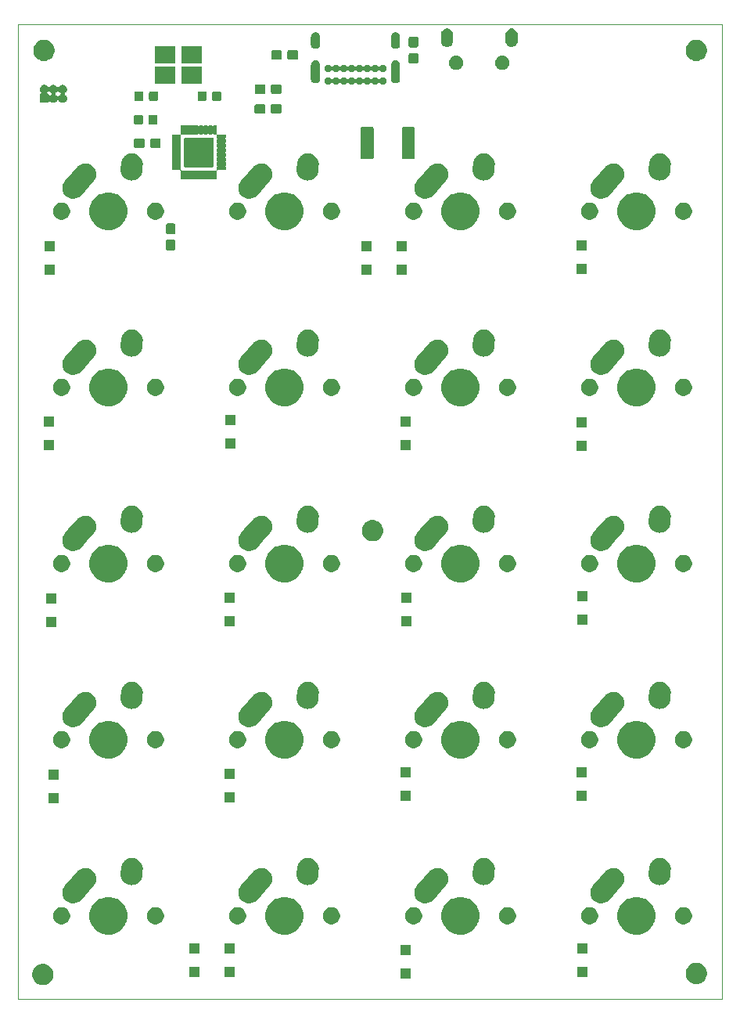
<source format=gbs>
G04 #@! TF.GenerationSoftware,KiCad,Pcbnew,(5.1.2)-2*
G04 #@! TF.CreationDate,2019-06-20T10:34:22-04:00*
G04 #@! TF.ProjectId,macropad,6d616372-6f70-4616-942e-6b696361645f,rev?*
G04 #@! TF.SameCoordinates,Original*
G04 #@! TF.FileFunction,Soldermask,Bot*
G04 #@! TF.FilePolarity,Negative*
%FSLAX46Y46*%
G04 Gerber Fmt 4.6, Leading zero omitted, Abs format (unit mm)*
G04 Created by KiCad (PCBNEW (5.1.2)-2) date 2019-06-20 10:34:22*
%MOMM*%
%LPD*%
G04 APERTURE LIST*
%ADD10C,0.100000*%
G04 APERTURE END LIST*
D10*
X172720000Y-38100000D02*
X121539000Y-38100000D01*
X172720000Y-143510000D02*
X172720000Y-38100000D01*
X96520000Y-143510000D02*
X172720000Y-143510000D01*
X96520000Y-38100000D02*
X96520000Y-143510000D01*
X121539000Y-38100000D02*
X96520000Y-38100000D01*
G36*
X99411549Y-139714116D02*
G01*
X99522734Y-139736232D01*
X99670850Y-139797584D01*
X99729700Y-139821960D01*
X99732203Y-139822997D01*
X99920720Y-139948960D01*
X100081040Y-140109280D01*
X100207003Y-140297797D01*
X100293768Y-140507266D01*
X100338000Y-140729636D01*
X100338000Y-140956364D01*
X100293768Y-141178734D01*
X100207003Y-141388203D01*
X100081040Y-141576720D01*
X99920720Y-141737040D01*
X99732203Y-141863003D01*
X99732202Y-141863004D01*
X99732201Y-141863004D01*
X99670850Y-141888416D01*
X99522734Y-141949768D01*
X99411549Y-141971884D01*
X99300365Y-141994000D01*
X99073635Y-141994000D01*
X98962451Y-141971884D01*
X98851266Y-141949768D01*
X98703150Y-141888416D01*
X98641799Y-141863004D01*
X98641798Y-141863004D01*
X98641797Y-141863003D01*
X98453280Y-141737040D01*
X98292960Y-141576720D01*
X98166997Y-141388203D01*
X98080232Y-141178734D01*
X98036000Y-140956364D01*
X98036000Y-140729636D01*
X98080232Y-140507266D01*
X98166997Y-140297797D01*
X98292960Y-140109280D01*
X98453280Y-139948960D01*
X98641797Y-139822997D01*
X98644301Y-139821960D01*
X98703150Y-139797584D01*
X98851266Y-139736232D01*
X98962451Y-139714116D01*
X99073635Y-139692000D01*
X99300365Y-139692000D01*
X99411549Y-139714116D01*
X99411549Y-139714116D01*
G37*
G36*
X170150549Y-139587116D02*
G01*
X170261734Y-139609232D01*
X170409850Y-139670584D01*
X170461554Y-139692000D01*
X170471203Y-139695997D01*
X170659720Y-139821960D01*
X170820040Y-139982280D01*
X170946003Y-140170797D01*
X171032768Y-140380266D01*
X171077000Y-140602636D01*
X171077000Y-140829364D01*
X171032768Y-141051734D01*
X170946003Y-141261203D01*
X170820040Y-141449720D01*
X170659720Y-141610040D01*
X170471203Y-141736003D01*
X170471202Y-141736004D01*
X170471201Y-141736004D01*
X170409850Y-141761416D01*
X170261734Y-141822768D01*
X170150549Y-141844884D01*
X170039365Y-141867000D01*
X169812635Y-141867000D01*
X169701451Y-141844884D01*
X169590266Y-141822768D01*
X169442150Y-141761416D01*
X169380799Y-141736004D01*
X169380798Y-141736004D01*
X169380797Y-141736003D01*
X169192280Y-141610040D01*
X169031960Y-141449720D01*
X168905997Y-141261203D01*
X168819232Y-141051734D01*
X168775000Y-140829364D01*
X168775000Y-140602636D01*
X168819232Y-140380266D01*
X168905997Y-140170797D01*
X169031960Y-139982280D01*
X169192280Y-139821960D01*
X169380797Y-139695997D01*
X169390447Y-139692000D01*
X169442150Y-139670584D01*
X169590266Y-139609232D01*
X169701451Y-139587116D01*
X169812635Y-139565000D01*
X170039365Y-139565000D01*
X170150549Y-139587116D01*
X170150549Y-139587116D01*
G37*
G36*
X138981000Y-141247000D02*
G01*
X137879000Y-141247000D01*
X137879000Y-140145000D01*
X138981000Y-140145000D01*
X138981000Y-141247000D01*
X138981000Y-141247000D01*
G37*
G36*
X116121000Y-141120000D02*
G01*
X115019000Y-141120000D01*
X115019000Y-140018000D01*
X116121000Y-140018000D01*
X116121000Y-141120000D01*
X116121000Y-141120000D01*
G37*
G36*
X158158000Y-141120000D02*
G01*
X157056000Y-141120000D01*
X157056000Y-140018000D01*
X158158000Y-140018000D01*
X158158000Y-141120000D01*
X158158000Y-141120000D01*
G37*
G36*
X119931000Y-141120000D02*
G01*
X118829000Y-141120000D01*
X118829000Y-140018000D01*
X119931000Y-140018000D01*
X119931000Y-141120000D01*
X119931000Y-141120000D01*
G37*
G36*
X138981000Y-138747000D02*
G01*
X137879000Y-138747000D01*
X137879000Y-137645000D01*
X138981000Y-137645000D01*
X138981000Y-138747000D01*
X138981000Y-138747000D01*
G37*
G36*
X158158000Y-138620000D02*
G01*
X157056000Y-138620000D01*
X157056000Y-137518000D01*
X158158000Y-137518000D01*
X158158000Y-138620000D01*
X158158000Y-138620000D01*
G37*
G36*
X116121000Y-138620000D02*
G01*
X115019000Y-138620000D01*
X115019000Y-137518000D01*
X116121000Y-137518000D01*
X116121000Y-138620000D01*
X116121000Y-138620000D01*
G37*
G36*
X119931000Y-138620000D02*
G01*
X118829000Y-138620000D01*
X118829000Y-137518000D01*
X119931000Y-137518000D01*
X119931000Y-138620000D01*
X119931000Y-138620000D01*
G37*
G36*
X164045474Y-132526684D02*
G01*
X164263474Y-132616983D01*
X164417623Y-132680833D01*
X164752548Y-132904623D01*
X165037377Y-133189452D01*
X165261167Y-133524377D01*
X165293562Y-133602586D01*
X165415316Y-133896526D01*
X165493900Y-134291594D01*
X165493900Y-134694406D01*
X165415316Y-135089474D01*
X165364451Y-135212272D01*
X165261167Y-135461623D01*
X165037377Y-135796548D01*
X164752548Y-136081377D01*
X164417623Y-136305167D01*
X164263474Y-136369017D01*
X164045474Y-136459316D01*
X163650406Y-136537900D01*
X163247594Y-136537900D01*
X162852526Y-136459316D01*
X162634526Y-136369017D01*
X162480377Y-136305167D01*
X162145452Y-136081377D01*
X161860623Y-135796548D01*
X161636833Y-135461623D01*
X161533549Y-135212272D01*
X161482684Y-135089474D01*
X161404100Y-134694406D01*
X161404100Y-134291594D01*
X161482684Y-133896526D01*
X161604438Y-133602586D01*
X161636833Y-133524377D01*
X161860623Y-133189452D01*
X162145452Y-132904623D01*
X162480377Y-132680833D01*
X162634526Y-132616983D01*
X162852526Y-132526684D01*
X163247594Y-132448100D01*
X163650406Y-132448100D01*
X164045474Y-132526684D01*
X164045474Y-132526684D01*
G37*
G36*
X125945474Y-132526684D02*
G01*
X126163474Y-132616983D01*
X126317623Y-132680833D01*
X126652548Y-132904623D01*
X126937377Y-133189452D01*
X127161167Y-133524377D01*
X127193562Y-133602586D01*
X127315316Y-133896526D01*
X127393900Y-134291594D01*
X127393900Y-134694406D01*
X127315316Y-135089474D01*
X127264451Y-135212272D01*
X127161167Y-135461623D01*
X126937377Y-135796548D01*
X126652548Y-136081377D01*
X126317623Y-136305167D01*
X126163474Y-136369017D01*
X125945474Y-136459316D01*
X125550406Y-136537900D01*
X125147594Y-136537900D01*
X124752526Y-136459316D01*
X124534526Y-136369017D01*
X124380377Y-136305167D01*
X124045452Y-136081377D01*
X123760623Y-135796548D01*
X123536833Y-135461623D01*
X123433549Y-135212272D01*
X123382684Y-135089474D01*
X123304100Y-134694406D01*
X123304100Y-134291594D01*
X123382684Y-133896526D01*
X123504438Y-133602586D01*
X123536833Y-133524377D01*
X123760623Y-133189452D01*
X124045452Y-132904623D01*
X124380377Y-132680833D01*
X124534526Y-132616983D01*
X124752526Y-132526684D01*
X125147594Y-132448100D01*
X125550406Y-132448100D01*
X125945474Y-132526684D01*
X125945474Y-132526684D01*
G37*
G36*
X144995474Y-132526684D02*
G01*
X145213474Y-132616983D01*
X145367623Y-132680833D01*
X145702548Y-132904623D01*
X145987377Y-133189452D01*
X146211167Y-133524377D01*
X146243562Y-133602586D01*
X146365316Y-133896526D01*
X146443900Y-134291594D01*
X146443900Y-134694406D01*
X146365316Y-135089474D01*
X146314451Y-135212272D01*
X146211167Y-135461623D01*
X145987377Y-135796548D01*
X145702548Y-136081377D01*
X145367623Y-136305167D01*
X145213474Y-136369017D01*
X144995474Y-136459316D01*
X144600406Y-136537900D01*
X144197594Y-136537900D01*
X143802526Y-136459316D01*
X143584526Y-136369017D01*
X143430377Y-136305167D01*
X143095452Y-136081377D01*
X142810623Y-135796548D01*
X142586833Y-135461623D01*
X142483549Y-135212272D01*
X142432684Y-135089474D01*
X142354100Y-134694406D01*
X142354100Y-134291594D01*
X142432684Y-133896526D01*
X142554438Y-133602586D01*
X142586833Y-133524377D01*
X142810623Y-133189452D01*
X143095452Y-132904623D01*
X143430377Y-132680833D01*
X143584526Y-132616983D01*
X143802526Y-132526684D01*
X144197594Y-132448100D01*
X144600406Y-132448100D01*
X144995474Y-132526684D01*
X144995474Y-132526684D01*
G37*
G36*
X106895474Y-132526684D02*
G01*
X107113474Y-132616983D01*
X107267623Y-132680833D01*
X107602548Y-132904623D01*
X107887377Y-133189452D01*
X108111167Y-133524377D01*
X108143562Y-133602586D01*
X108265316Y-133896526D01*
X108343900Y-134291594D01*
X108343900Y-134694406D01*
X108265316Y-135089474D01*
X108214451Y-135212272D01*
X108111167Y-135461623D01*
X107887377Y-135796548D01*
X107602548Y-136081377D01*
X107267623Y-136305167D01*
X107113474Y-136369017D01*
X106895474Y-136459316D01*
X106500406Y-136537900D01*
X106097594Y-136537900D01*
X105702526Y-136459316D01*
X105484526Y-136369017D01*
X105330377Y-136305167D01*
X104995452Y-136081377D01*
X104710623Y-135796548D01*
X104486833Y-135461623D01*
X104383549Y-135212272D01*
X104332684Y-135089474D01*
X104254100Y-134694406D01*
X104254100Y-134291594D01*
X104332684Y-133896526D01*
X104454438Y-133602586D01*
X104486833Y-133524377D01*
X104710623Y-133189452D01*
X104995452Y-132904623D01*
X105330377Y-132680833D01*
X105484526Y-132616983D01*
X105702526Y-132526684D01*
X106097594Y-132448100D01*
X106500406Y-132448100D01*
X106895474Y-132526684D01*
X106895474Y-132526684D01*
G37*
G36*
X149749104Y-133602585D02*
G01*
X149917626Y-133672389D01*
X150069291Y-133773728D01*
X150198272Y-133902709D01*
X150299611Y-134054374D01*
X150369415Y-134222896D01*
X150405000Y-134401797D01*
X150405000Y-134584203D01*
X150369415Y-134763104D01*
X150299611Y-134931626D01*
X150198272Y-135083291D01*
X150069291Y-135212272D01*
X149917626Y-135313611D01*
X149749104Y-135383415D01*
X149570203Y-135419000D01*
X149387797Y-135419000D01*
X149208896Y-135383415D01*
X149040374Y-135313611D01*
X148888709Y-135212272D01*
X148759728Y-135083291D01*
X148658389Y-134931626D01*
X148588585Y-134763104D01*
X148553000Y-134584203D01*
X148553000Y-134401797D01*
X148588585Y-134222896D01*
X148658389Y-134054374D01*
X148759728Y-133902709D01*
X148888709Y-133773728D01*
X149040374Y-133672389D01*
X149208896Y-133602585D01*
X149387797Y-133567000D01*
X149570203Y-133567000D01*
X149749104Y-133602585D01*
X149749104Y-133602585D01*
G37*
G36*
X130699104Y-133602585D02*
G01*
X130867626Y-133672389D01*
X131019291Y-133773728D01*
X131148272Y-133902709D01*
X131249611Y-134054374D01*
X131319415Y-134222896D01*
X131355000Y-134401797D01*
X131355000Y-134584203D01*
X131319415Y-134763104D01*
X131249611Y-134931626D01*
X131148272Y-135083291D01*
X131019291Y-135212272D01*
X130867626Y-135313611D01*
X130699104Y-135383415D01*
X130520203Y-135419000D01*
X130337797Y-135419000D01*
X130158896Y-135383415D01*
X129990374Y-135313611D01*
X129838709Y-135212272D01*
X129709728Y-135083291D01*
X129608389Y-134931626D01*
X129538585Y-134763104D01*
X129503000Y-134584203D01*
X129503000Y-134401797D01*
X129538585Y-134222896D01*
X129608389Y-134054374D01*
X129709728Y-133902709D01*
X129838709Y-133773728D01*
X129990374Y-133672389D01*
X130158896Y-133602585D01*
X130337797Y-133567000D01*
X130520203Y-133567000D01*
X130699104Y-133602585D01*
X130699104Y-133602585D01*
G37*
G36*
X139589104Y-133602585D02*
G01*
X139757626Y-133672389D01*
X139909291Y-133773728D01*
X140038272Y-133902709D01*
X140139611Y-134054374D01*
X140209415Y-134222896D01*
X140245000Y-134401797D01*
X140245000Y-134584203D01*
X140209415Y-134763104D01*
X140139611Y-134931626D01*
X140038272Y-135083291D01*
X139909291Y-135212272D01*
X139757626Y-135313611D01*
X139589104Y-135383415D01*
X139410203Y-135419000D01*
X139227797Y-135419000D01*
X139048896Y-135383415D01*
X138880374Y-135313611D01*
X138728709Y-135212272D01*
X138599728Y-135083291D01*
X138498389Y-134931626D01*
X138428585Y-134763104D01*
X138393000Y-134584203D01*
X138393000Y-134401797D01*
X138428585Y-134222896D01*
X138498389Y-134054374D01*
X138599728Y-133902709D01*
X138728709Y-133773728D01*
X138880374Y-133672389D01*
X139048896Y-133602585D01*
X139227797Y-133567000D01*
X139410203Y-133567000D01*
X139589104Y-133602585D01*
X139589104Y-133602585D01*
G37*
G36*
X120539104Y-133602585D02*
G01*
X120707626Y-133672389D01*
X120859291Y-133773728D01*
X120988272Y-133902709D01*
X121089611Y-134054374D01*
X121159415Y-134222896D01*
X121195000Y-134401797D01*
X121195000Y-134584203D01*
X121159415Y-134763104D01*
X121089611Y-134931626D01*
X120988272Y-135083291D01*
X120859291Y-135212272D01*
X120707626Y-135313611D01*
X120539104Y-135383415D01*
X120360203Y-135419000D01*
X120177797Y-135419000D01*
X119998896Y-135383415D01*
X119830374Y-135313611D01*
X119678709Y-135212272D01*
X119549728Y-135083291D01*
X119448389Y-134931626D01*
X119378585Y-134763104D01*
X119343000Y-134584203D01*
X119343000Y-134401797D01*
X119378585Y-134222896D01*
X119448389Y-134054374D01*
X119549728Y-133902709D01*
X119678709Y-133773728D01*
X119830374Y-133672389D01*
X119998896Y-133602585D01*
X120177797Y-133567000D01*
X120360203Y-133567000D01*
X120539104Y-133602585D01*
X120539104Y-133602585D01*
G37*
G36*
X111649104Y-133602585D02*
G01*
X111817626Y-133672389D01*
X111969291Y-133773728D01*
X112098272Y-133902709D01*
X112199611Y-134054374D01*
X112269415Y-134222896D01*
X112305000Y-134401797D01*
X112305000Y-134584203D01*
X112269415Y-134763104D01*
X112199611Y-134931626D01*
X112098272Y-135083291D01*
X111969291Y-135212272D01*
X111817626Y-135313611D01*
X111649104Y-135383415D01*
X111470203Y-135419000D01*
X111287797Y-135419000D01*
X111108896Y-135383415D01*
X110940374Y-135313611D01*
X110788709Y-135212272D01*
X110659728Y-135083291D01*
X110558389Y-134931626D01*
X110488585Y-134763104D01*
X110453000Y-134584203D01*
X110453000Y-134401797D01*
X110488585Y-134222896D01*
X110558389Y-134054374D01*
X110659728Y-133902709D01*
X110788709Y-133773728D01*
X110940374Y-133672389D01*
X111108896Y-133602585D01*
X111287797Y-133567000D01*
X111470203Y-133567000D01*
X111649104Y-133602585D01*
X111649104Y-133602585D01*
G37*
G36*
X101489104Y-133602585D02*
G01*
X101657626Y-133672389D01*
X101809291Y-133773728D01*
X101938272Y-133902709D01*
X102039611Y-134054374D01*
X102109415Y-134222896D01*
X102145000Y-134401797D01*
X102145000Y-134584203D01*
X102109415Y-134763104D01*
X102039611Y-134931626D01*
X101938272Y-135083291D01*
X101809291Y-135212272D01*
X101657626Y-135313611D01*
X101489104Y-135383415D01*
X101310203Y-135419000D01*
X101127797Y-135419000D01*
X100948896Y-135383415D01*
X100780374Y-135313611D01*
X100628709Y-135212272D01*
X100499728Y-135083291D01*
X100398389Y-134931626D01*
X100328585Y-134763104D01*
X100293000Y-134584203D01*
X100293000Y-134401797D01*
X100328585Y-134222896D01*
X100398389Y-134054374D01*
X100499728Y-133902709D01*
X100628709Y-133773728D01*
X100780374Y-133672389D01*
X100948896Y-133602585D01*
X101127797Y-133567000D01*
X101310203Y-133567000D01*
X101489104Y-133602585D01*
X101489104Y-133602585D01*
G37*
G36*
X168799104Y-133602585D02*
G01*
X168967626Y-133672389D01*
X169119291Y-133773728D01*
X169248272Y-133902709D01*
X169349611Y-134054374D01*
X169419415Y-134222896D01*
X169455000Y-134401797D01*
X169455000Y-134584203D01*
X169419415Y-134763104D01*
X169349611Y-134931626D01*
X169248272Y-135083291D01*
X169119291Y-135212272D01*
X168967626Y-135313611D01*
X168799104Y-135383415D01*
X168620203Y-135419000D01*
X168437797Y-135419000D01*
X168258896Y-135383415D01*
X168090374Y-135313611D01*
X167938709Y-135212272D01*
X167809728Y-135083291D01*
X167708389Y-134931626D01*
X167638585Y-134763104D01*
X167603000Y-134584203D01*
X167603000Y-134401797D01*
X167638585Y-134222896D01*
X167708389Y-134054374D01*
X167809728Y-133902709D01*
X167938709Y-133773728D01*
X168090374Y-133672389D01*
X168258896Y-133602585D01*
X168437797Y-133567000D01*
X168620203Y-133567000D01*
X168799104Y-133602585D01*
X168799104Y-133602585D01*
G37*
G36*
X158639104Y-133602585D02*
G01*
X158807626Y-133672389D01*
X158959291Y-133773728D01*
X159088272Y-133902709D01*
X159189611Y-134054374D01*
X159259415Y-134222896D01*
X159295000Y-134401797D01*
X159295000Y-134584203D01*
X159259415Y-134763104D01*
X159189611Y-134931626D01*
X159088272Y-135083291D01*
X158959291Y-135212272D01*
X158807626Y-135313611D01*
X158639104Y-135383415D01*
X158460203Y-135419000D01*
X158277797Y-135419000D01*
X158098896Y-135383415D01*
X157930374Y-135313611D01*
X157778709Y-135212272D01*
X157649728Y-135083291D01*
X157548389Y-134931626D01*
X157478585Y-134763104D01*
X157443000Y-134584203D01*
X157443000Y-134401797D01*
X157478585Y-134222896D01*
X157548389Y-134054374D01*
X157649728Y-133902709D01*
X157778709Y-133773728D01*
X157930374Y-133672389D01*
X158098896Y-133602585D01*
X158277797Y-133567000D01*
X158460203Y-133567000D01*
X158639104Y-133602585D01*
X158639104Y-133602585D01*
G37*
G36*
X141922205Y-129316881D02*
G01*
X141927645Y-129317000D01*
X142014828Y-129317000D01*
X142031097Y-129320236D01*
X142049956Y-129322515D01*
X142066532Y-129323246D01*
X142151223Y-129344010D01*
X142156518Y-129345184D01*
X142242027Y-129362193D01*
X142257362Y-129368545D01*
X142275401Y-129374455D01*
X142291521Y-129378407D01*
X142370504Y-129415280D01*
X142375494Y-129417477D01*
X142456045Y-129450842D01*
X142469841Y-129460060D01*
X142486393Y-129469382D01*
X142501426Y-129476400D01*
X142571694Y-129527971D01*
X142576192Y-129531122D01*
X142648656Y-129579541D01*
X142660383Y-129591268D01*
X142674809Y-129603648D01*
X142688179Y-129613461D01*
X142688180Y-129613462D01*
X142747021Y-129677733D01*
X142750829Y-129681714D01*
X142812459Y-129743344D01*
X142821674Y-129757135D01*
X142833396Y-129772078D01*
X142844605Y-129784321D01*
X142889799Y-129858874D01*
X142892746Y-129863501D01*
X142941158Y-129935955D01*
X142947505Y-129951277D01*
X142956092Y-129968231D01*
X142964691Y-129982417D01*
X142994478Y-130064368D01*
X142996452Y-130069448D01*
X143029807Y-130149973D01*
X143029807Y-130149974D01*
X143033041Y-130166233D01*
X143038158Y-130184542D01*
X143043825Y-130200134D01*
X143057055Y-130286345D01*
X143058001Y-130291713D01*
X143075000Y-130377173D01*
X143075000Y-130393752D01*
X143076444Y-130412692D01*
X143078963Y-130429104D01*
X143075120Y-130516249D01*
X143075000Y-130521689D01*
X143075000Y-130608825D01*
X143071766Y-130625083D01*
X143069488Y-130643941D01*
X143068756Y-130660531D01*
X143047988Y-130745237D01*
X143046812Y-130750537D01*
X143029807Y-130836027D01*
X143023457Y-130851357D01*
X143017549Y-130869393D01*
X143013595Y-130885520D01*
X142976711Y-130964526D01*
X142974511Y-130969523D01*
X142941158Y-131050045D01*
X142931944Y-131063835D01*
X142922622Y-131080387D01*
X142915602Y-131095424D01*
X142864011Y-131165720D01*
X142860866Y-131170210D01*
X142812461Y-131242654D01*
X142755460Y-131299655D01*
X142750811Y-131304563D01*
X142319311Y-131785470D01*
X141425723Y-132781376D01*
X141297679Y-132898602D01*
X141198630Y-132958646D01*
X141099583Y-133018689D01*
X140881866Y-133097823D01*
X140652895Y-133132961D01*
X140421470Y-133122754D01*
X140196481Y-133067593D01*
X140091727Y-133018689D01*
X139986579Y-132969602D01*
X139889838Y-132898602D01*
X139799823Y-132832539D01*
X139725394Y-132751241D01*
X139643398Y-132661679D01*
X139561564Y-132526685D01*
X139523311Y-132463583D01*
X139444177Y-132245866D01*
X139409039Y-132016895D01*
X139419246Y-131785470D01*
X139474407Y-131560481D01*
X139525972Y-131450028D01*
X139572398Y-131350580D01*
X139572400Y-131350577D01*
X139675114Y-131210622D01*
X140430245Y-130369027D01*
X140961787Y-129776621D01*
X140972681Y-129762589D01*
X140985539Y-129743346D01*
X141042573Y-129686312D01*
X141047223Y-129681403D01*
X141062278Y-129664624D01*
X141083701Y-129645011D01*
X141087682Y-129641203D01*
X141149346Y-129579539D01*
X141163143Y-129570320D01*
X141178102Y-129558585D01*
X141190321Y-129547398D01*
X141222385Y-129527961D01*
X141264830Y-129502231D01*
X141269421Y-129499308D01*
X141341955Y-129450842D01*
X141357300Y-129444486D01*
X141374248Y-129435901D01*
X141388416Y-129427312D01*
X141388417Y-129427312D01*
X141388418Y-129427311D01*
X141470312Y-129397545D01*
X141475410Y-129395563D01*
X141555973Y-129362193D01*
X141572252Y-129358955D01*
X141590542Y-129353844D01*
X141606135Y-129348177D01*
X141692300Y-129334954D01*
X141697663Y-129334009D01*
X141783173Y-129317000D01*
X141799766Y-129317000D01*
X141818709Y-129315555D01*
X141835106Y-129313039D01*
X141922205Y-129316881D01*
X141922205Y-129316881D01*
G37*
G36*
X122872205Y-129316881D02*
G01*
X122877645Y-129317000D01*
X122964828Y-129317000D01*
X122981097Y-129320236D01*
X122999956Y-129322515D01*
X123016532Y-129323246D01*
X123101223Y-129344010D01*
X123106518Y-129345184D01*
X123192027Y-129362193D01*
X123207362Y-129368545D01*
X123225401Y-129374455D01*
X123241521Y-129378407D01*
X123320504Y-129415280D01*
X123325494Y-129417477D01*
X123406045Y-129450842D01*
X123419841Y-129460060D01*
X123436393Y-129469382D01*
X123451426Y-129476400D01*
X123521694Y-129527971D01*
X123526192Y-129531122D01*
X123598656Y-129579541D01*
X123610383Y-129591268D01*
X123624809Y-129603648D01*
X123638179Y-129613461D01*
X123638180Y-129613462D01*
X123697021Y-129677733D01*
X123700829Y-129681714D01*
X123762459Y-129743344D01*
X123771674Y-129757135D01*
X123783396Y-129772078D01*
X123794605Y-129784321D01*
X123839799Y-129858874D01*
X123842746Y-129863501D01*
X123891158Y-129935955D01*
X123897505Y-129951277D01*
X123906092Y-129968231D01*
X123914691Y-129982417D01*
X123944478Y-130064368D01*
X123946452Y-130069448D01*
X123979807Y-130149973D01*
X123979807Y-130149974D01*
X123983041Y-130166233D01*
X123988158Y-130184542D01*
X123993825Y-130200134D01*
X124007055Y-130286345D01*
X124008001Y-130291713D01*
X124025000Y-130377173D01*
X124025000Y-130393752D01*
X124026444Y-130412692D01*
X124028963Y-130429104D01*
X124025120Y-130516249D01*
X124025000Y-130521689D01*
X124025000Y-130608825D01*
X124021766Y-130625083D01*
X124019488Y-130643941D01*
X124018756Y-130660531D01*
X123997988Y-130745237D01*
X123996812Y-130750537D01*
X123979807Y-130836027D01*
X123973457Y-130851357D01*
X123967549Y-130869393D01*
X123963595Y-130885520D01*
X123926711Y-130964526D01*
X123924511Y-130969523D01*
X123891158Y-131050045D01*
X123881944Y-131063835D01*
X123872622Y-131080387D01*
X123865602Y-131095424D01*
X123814011Y-131165720D01*
X123810866Y-131170210D01*
X123762461Y-131242654D01*
X123705460Y-131299655D01*
X123700811Y-131304563D01*
X123269311Y-131785470D01*
X122375723Y-132781376D01*
X122247679Y-132898602D01*
X122148630Y-132958646D01*
X122049583Y-133018689D01*
X121831866Y-133097823D01*
X121602895Y-133132961D01*
X121371470Y-133122754D01*
X121146481Y-133067593D01*
X121041727Y-133018689D01*
X120936579Y-132969602D01*
X120839838Y-132898602D01*
X120749823Y-132832539D01*
X120675394Y-132751241D01*
X120593398Y-132661679D01*
X120511564Y-132526685D01*
X120473311Y-132463583D01*
X120394177Y-132245866D01*
X120359039Y-132016895D01*
X120369246Y-131785470D01*
X120424407Y-131560481D01*
X120475972Y-131450028D01*
X120522398Y-131350580D01*
X120522400Y-131350577D01*
X120625114Y-131210622D01*
X121380245Y-130369027D01*
X121911787Y-129776621D01*
X121922681Y-129762589D01*
X121935539Y-129743346D01*
X121992573Y-129686312D01*
X121997223Y-129681403D01*
X122012278Y-129664624D01*
X122033701Y-129645011D01*
X122037682Y-129641203D01*
X122099346Y-129579539D01*
X122113143Y-129570320D01*
X122128102Y-129558585D01*
X122140321Y-129547398D01*
X122172385Y-129527961D01*
X122214830Y-129502231D01*
X122219421Y-129499308D01*
X122291955Y-129450842D01*
X122307300Y-129444486D01*
X122324248Y-129435901D01*
X122338416Y-129427312D01*
X122338417Y-129427312D01*
X122338418Y-129427311D01*
X122420312Y-129397545D01*
X122425410Y-129395563D01*
X122505973Y-129362193D01*
X122522252Y-129358955D01*
X122540542Y-129353844D01*
X122556135Y-129348177D01*
X122642300Y-129334954D01*
X122647663Y-129334009D01*
X122733173Y-129317000D01*
X122749766Y-129317000D01*
X122768709Y-129315555D01*
X122785106Y-129313039D01*
X122872205Y-129316881D01*
X122872205Y-129316881D01*
G37*
G36*
X160972205Y-129316881D02*
G01*
X160977645Y-129317000D01*
X161064828Y-129317000D01*
X161081097Y-129320236D01*
X161099956Y-129322515D01*
X161116532Y-129323246D01*
X161201223Y-129344010D01*
X161206518Y-129345184D01*
X161292027Y-129362193D01*
X161307362Y-129368545D01*
X161325401Y-129374455D01*
X161341521Y-129378407D01*
X161420504Y-129415280D01*
X161425494Y-129417477D01*
X161506045Y-129450842D01*
X161519841Y-129460060D01*
X161536393Y-129469382D01*
X161551426Y-129476400D01*
X161621694Y-129527971D01*
X161626192Y-129531122D01*
X161698656Y-129579541D01*
X161710383Y-129591268D01*
X161724809Y-129603648D01*
X161738179Y-129613461D01*
X161738180Y-129613462D01*
X161797021Y-129677733D01*
X161800829Y-129681714D01*
X161862459Y-129743344D01*
X161871674Y-129757135D01*
X161883396Y-129772078D01*
X161894605Y-129784321D01*
X161939799Y-129858874D01*
X161942746Y-129863501D01*
X161991158Y-129935955D01*
X161997505Y-129951277D01*
X162006092Y-129968231D01*
X162014691Y-129982417D01*
X162044478Y-130064368D01*
X162046452Y-130069448D01*
X162079807Y-130149973D01*
X162079807Y-130149974D01*
X162083041Y-130166233D01*
X162088158Y-130184542D01*
X162093825Y-130200134D01*
X162107055Y-130286345D01*
X162108001Y-130291713D01*
X162125000Y-130377173D01*
X162125000Y-130393752D01*
X162126444Y-130412692D01*
X162128963Y-130429104D01*
X162125120Y-130516249D01*
X162125000Y-130521689D01*
X162125000Y-130608825D01*
X162121766Y-130625083D01*
X162119488Y-130643941D01*
X162118756Y-130660531D01*
X162097988Y-130745237D01*
X162096812Y-130750537D01*
X162079807Y-130836027D01*
X162073457Y-130851357D01*
X162067549Y-130869393D01*
X162063595Y-130885520D01*
X162026711Y-130964526D01*
X162024511Y-130969523D01*
X161991158Y-131050045D01*
X161981944Y-131063835D01*
X161972622Y-131080387D01*
X161965602Y-131095424D01*
X161914011Y-131165720D01*
X161910866Y-131170210D01*
X161862461Y-131242654D01*
X161805460Y-131299655D01*
X161800811Y-131304563D01*
X161369311Y-131785470D01*
X160475723Y-132781376D01*
X160347679Y-132898602D01*
X160248630Y-132958646D01*
X160149583Y-133018689D01*
X159931866Y-133097823D01*
X159702895Y-133132961D01*
X159471470Y-133122754D01*
X159246481Y-133067593D01*
X159141727Y-133018689D01*
X159036579Y-132969602D01*
X158939838Y-132898602D01*
X158849823Y-132832539D01*
X158775394Y-132751241D01*
X158693398Y-132661679D01*
X158611564Y-132526685D01*
X158573311Y-132463583D01*
X158494177Y-132245866D01*
X158459039Y-132016895D01*
X158469246Y-131785470D01*
X158524407Y-131560481D01*
X158575972Y-131450028D01*
X158622398Y-131350580D01*
X158622400Y-131350577D01*
X158725114Y-131210622D01*
X159480245Y-130369027D01*
X160011787Y-129776621D01*
X160022681Y-129762589D01*
X160035539Y-129743346D01*
X160092573Y-129686312D01*
X160097223Y-129681403D01*
X160112278Y-129664624D01*
X160133701Y-129645011D01*
X160137682Y-129641203D01*
X160199346Y-129579539D01*
X160213143Y-129570320D01*
X160228102Y-129558585D01*
X160240321Y-129547398D01*
X160272385Y-129527961D01*
X160314830Y-129502231D01*
X160319421Y-129499308D01*
X160391955Y-129450842D01*
X160407300Y-129444486D01*
X160424248Y-129435901D01*
X160438416Y-129427312D01*
X160438417Y-129427312D01*
X160438418Y-129427311D01*
X160520312Y-129397545D01*
X160525410Y-129395563D01*
X160605973Y-129362193D01*
X160622252Y-129358955D01*
X160640542Y-129353844D01*
X160656135Y-129348177D01*
X160742300Y-129334954D01*
X160747663Y-129334009D01*
X160833173Y-129317000D01*
X160849766Y-129317000D01*
X160868709Y-129315555D01*
X160885106Y-129313039D01*
X160972205Y-129316881D01*
X160972205Y-129316881D01*
G37*
G36*
X103822205Y-129316881D02*
G01*
X103827645Y-129317000D01*
X103914828Y-129317000D01*
X103931097Y-129320236D01*
X103949956Y-129322515D01*
X103966532Y-129323246D01*
X104051223Y-129344010D01*
X104056518Y-129345184D01*
X104142027Y-129362193D01*
X104157362Y-129368545D01*
X104175401Y-129374455D01*
X104191521Y-129378407D01*
X104270504Y-129415280D01*
X104275494Y-129417477D01*
X104356045Y-129450842D01*
X104369841Y-129460060D01*
X104386393Y-129469382D01*
X104401426Y-129476400D01*
X104471694Y-129527971D01*
X104476192Y-129531122D01*
X104548656Y-129579541D01*
X104560383Y-129591268D01*
X104574809Y-129603648D01*
X104588179Y-129613461D01*
X104588180Y-129613462D01*
X104647021Y-129677733D01*
X104650829Y-129681714D01*
X104712459Y-129743344D01*
X104721674Y-129757135D01*
X104733396Y-129772078D01*
X104744605Y-129784321D01*
X104789799Y-129858874D01*
X104792746Y-129863501D01*
X104841158Y-129935955D01*
X104847505Y-129951277D01*
X104856092Y-129968231D01*
X104864691Y-129982417D01*
X104894478Y-130064368D01*
X104896452Y-130069448D01*
X104929807Y-130149973D01*
X104929807Y-130149974D01*
X104933041Y-130166233D01*
X104938158Y-130184542D01*
X104943825Y-130200134D01*
X104957055Y-130286345D01*
X104958001Y-130291713D01*
X104975000Y-130377173D01*
X104975000Y-130393752D01*
X104976444Y-130412692D01*
X104978963Y-130429104D01*
X104975120Y-130516249D01*
X104975000Y-130521689D01*
X104975000Y-130608825D01*
X104971766Y-130625083D01*
X104969488Y-130643941D01*
X104968756Y-130660531D01*
X104947988Y-130745237D01*
X104946812Y-130750537D01*
X104929807Y-130836027D01*
X104923457Y-130851357D01*
X104917549Y-130869393D01*
X104913595Y-130885520D01*
X104876711Y-130964526D01*
X104874511Y-130969523D01*
X104841158Y-131050045D01*
X104831944Y-131063835D01*
X104822622Y-131080387D01*
X104815602Y-131095424D01*
X104764011Y-131165720D01*
X104760866Y-131170210D01*
X104712461Y-131242654D01*
X104655460Y-131299655D01*
X104650811Y-131304563D01*
X104219311Y-131785470D01*
X103325723Y-132781376D01*
X103197679Y-132898602D01*
X103098630Y-132958646D01*
X102999583Y-133018689D01*
X102781866Y-133097823D01*
X102552895Y-133132961D01*
X102321470Y-133122754D01*
X102096481Y-133067593D01*
X101991727Y-133018689D01*
X101886579Y-132969602D01*
X101789838Y-132898602D01*
X101699823Y-132832539D01*
X101625394Y-132751241D01*
X101543398Y-132661679D01*
X101461564Y-132526685D01*
X101423311Y-132463583D01*
X101344177Y-132245866D01*
X101309039Y-132016895D01*
X101319246Y-131785470D01*
X101374407Y-131560481D01*
X101425972Y-131450028D01*
X101472398Y-131350580D01*
X101472400Y-131350577D01*
X101575114Y-131210622D01*
X102330245Y-130369027D01*
X102861787Y-129776621D01*
X102872681Y-129762589D01*
X102885539Y-129743346D01*
X102942573Y-129686312D01*
X102947223Y-129681403D01*
X102962278Y-129664624D01*
X102983701Y-129645011D01*
X102987682Y-129641203D01*
X103049346Y-129579539D01*
X103063143Y-129570320D01*
X103078102Y-129558585D01*
X103090321Y-129547398D01*
X103122385Y-129527961D01*
X103164830Y-129502231D01*
X103169421Y-129499308D01*
X103241955Y-129450842D01*
X103257300Y-129444486D01*
X103274248Y-129435901D01*
X103288416Y-129427312D01*
X103288417Y-129427312D01*
X103288418Y-129427311D01*
X103370312Y-129397545D01*
X103375410Y-129395563D01*
X103455973Y-129362193D01*
X103472252Y-129358955D01*
X103490542Y-129353844D01*
X103506135Y-129348177D01*
X103592300Y-129334954D01*
X103597663Y-129334009D01*
X103683173Y-129317000D01*
X103699766Y-129317000D01*
X103718709Y-129315555D01*
X103735106Y-129313039D01*
X103822205Y-129316881D01*
X103822205Y-129316881D01*
G37*
G36*
X108927127Y-128235261D02*
G01*
X108947900Y-128237000D01*
X108954827Y-128237000D01*
X109049754Y-128255882D01*
X109053348Y-128256542D01*
X109148730Y-128272624D01*
X109155203Y-128275085D01*
X109175228Y-128280841D01*
X109182027Y-128282193D01*
X109244414Y-128308034D01*
X109271443Y-128319230D01*
X109274844Y-128320581D01*
X109365255Y-128354961D01*
X109371127Y-128358640D01*
X109389636Y-128368187D01*
X109396045Y-128370842D01*
X109476563Y-128424642D01*
X109479554Y-128426578D01*
X109561557Y-128477959D01*
X109566584Y-128482700D01*
X109582896Y-128495691D01*
X109588652Y-128499537D01*
X109657110Y-128567995D01*
X109659689Y-128570499D01*
X109730090Y-128636889D01*
X109734095Y-128642519D01*
X109747559Y-128658444D01*
X109752459Y-128663344D01*
X109806244Y-128743839D01*
X109808291Y-128746807D01*
X109864380Y-128825645D01*
X109867214Y-128831958D01*
X109877308Y-128850193D01*
X109881158Y-128855955D01*
X109918220Y-128945430D01*
X109919624Y-128948685D01*
X109959265Y-129036973D01*
X109960815Y-129043725D01*
X109967152Y-129063562D01*
X109969807Y-129069973D01*
X109988692Y-129164917D01*
X109989438Y-129168401D01*
X110011098Y-129262751D01*
X110011098Y-129262754D01*
X110011300Y-129269654D01*
X110013647Y-129290370D01*
X110015000Y-129297174D01*
X110015000Y-129393986D01*
X110015053Y-129397584D01*
X110016188Y-129436277D01*
X110015295Y-129449225D01*
X110015000Y-129457797D01*
X110015000Y-129528826D01*
X110009081Y-129558585D01*
X110008604Y-129560979D01*
X110006500Y-129576750D01*
X109968238Y-130131545D01*
X109939376Y-130302730D01*
X109857038Y-130519255D01*
X109734041Y-130715557D01*
X109575111Y-130884090D01*
X109386355Y-131018380D01*
X109175027Y-131113265D01*
X108949249Y-131165098D01*
X108717698Y-131171889D01*
X108717697Y-131171889D01*
X108672012Y-131164186D01*
X108489270Y-131133376D01*
X108272745Y-131051038D01*
X108076443Y-130928041D01*
X107907910Y-130769111D01*
X107773620Y-130580355D01*
X107678735Y-130369027D01*
X107626902Y-130143249D01*
X107621812Y-129969723D01*
X107662704Y-129376794D01*
X107663000Y-129368196D01*
X107663000Y-129297175D01*
X107681882Y-129202250D01*
X107682544Y-129198645D01*
X107688231Y-129164917D01*
X107698624Y-129103270D01*
X107701085Y-129096799D01*
X107706842Y-129076767D01*
X107708193Y-129069974D01*
X107710843Y-129063576D01*
X107745264Y-128980476D01*
X107746553Y-128977230D01*
X107780962Y-128886745D01*
X107784636Y-128880881D01*
X107794187Y-128862365D01*
X107796842Y-128855955D01*
X107850657Y-128775415D01*
X107852577Y-128772449D01*
X107903959Y-128690443D01*
X107908711Y-128685404D01*
X107921689Y-128669107D01*
X107925537Y-128663348D01*
X107993993Y-128594892D01*
X107996546Y-128592262D01*
X108017023Y-128570548D01*
X108062889Y-128521910D01*
X108068521Y-128517903D01*
X108084447Y-128504438D01*
X108089346Y-128499539D01*
X108169824Y-128445766D01*
X108172806Y-128443710D01*
X108251645Y-128387620D01*
X108257955Y-128384787D01*
X108276194Y-128374691D01*
X108281951Y-128370844D01*
X108281954Y-128370843D01*
X108281955Y-128370842D01*
X108371429Y-128333781D01*
X108374687Y-128332375D01*
X108462973Y-128292735D01*
X108469725Y-128291185D01*
X108489562Y-128284848D01*
X108495973Y-128282193D01*
X108590899Y-128263311D01*
X108594446Y-128262551D01*
X108688751Y-128240901D01*
X108691130Y-128240831D01*
X108695665Y-128240698D01*
X108716381Y-128238351D01*
X108723174Y-128237000D01*
X108819959Y-128237000D01*
X108823584Y-128236947D01*
X108920302Y-128234110D01*
X108927127Y-128235261D01*
X108927127Y-128235261D01*
G37*
G36*
X127977127Y-128235261D02*
G01*
X127997900Y-128237000D01*
X128004827Y-128237000D01*
X128099754Y-128255882D01*
X128103348Y-128256542D01*
X128198730Y-128272624D01*
X128205203Y-128275085D01*
X128225228Y-128280841D01*
X128232027Y-128282193D01*
X128294414Y-128308034D01*
X128321443Y-128319230D01*
X128324844Y-128320581D01*
X128415255Y-128354961D01*
X128421127Y-128358640D01*
X128439636Y-128368187D01*
X128446045Y-128370842D01*
X128526563Y-128424642D01*
X128529554Y-128426578D01*
X128611557Y-128477959D01*
X128616584Y-128482700D01*
X128632896Y-128495691D01*
X128638652Y-128499537D01*
X128707110Y-128567995D01*
X128709689Y-128570499D01*
X128780090Y-128636889D01*
X128784095Y-128642519D01*
X128797559Y-128658444D01*
X128802459Y-128663344D01*
X128856244Y-128743839D01*
X128858291Y-128746807D01*
X128914380Y-128825645D01*
X128917214Y-128831958D01*
X128927308Y-128850193D01*
X128931158Y-128855955D01*
X128968220Y-128945430D01*
X128969624Y-128948685D01*
X129009265Y-129036973D01*
X129010815Y-129043725D01*
X129017152Y-129063562D01*
X129019807Y-129069973D01*
X129038692Y-129164917D01*
X129039438Y-129168401D01*
X129061098Y-129262751D01*
X129061098Y-129262754D01*
X129061300Y-129269654D01*
X129063647Y-129290370D01*
X129065000Y-129297174D01*
X129065000Y-129393986D01*
X129065053Y-129397584D01*
X129066188Y-129436277D01*
X129065295Y-129449225D01*
X129065000Y-129457797D01*
X129065000Y-129528826D01*
X129059081Y-129558585D01*
X129058604Y-129560979D01*
X129056500Y-129576750D01*
X129018238Y-130131545D01*
X128989376Y-130302730D01*
X128907038Y-130519255D01*
X128784041Y-130715557D01*
X128625111Y-130884090D01*
X128436355Y-131018380D01*
X128225027Y-131113265D01*
X127999249Y-131165098D01*
X127767698Y-131171889D01*
X127767697Y-131171889D01*
X127722012Y-131164186D01*
X127539270Y-131133376D01*
X127322745Y-131051038D01*
X127126443Y-130928041D01*
X126957910Y-130769111D01*
X126823620Y-130580355D01*
X126728735Y-130369027D01*
X126676902Y-130143249D01*
X126671812Y-129969723D01*
X126712704Y-129376794D01*
X126713000Y-129368196D01*
X126713000Y-129297175D01*
X126731882Y-129202250D01*
X126732544Y-129198645D01*
X126738231Y-129164917D01*
X126748624Y-129103270D01*
X126751085Y-129096799D01*
X126756842Y-129076767D01*
X126758193Y-129069974D01*
X126760843Y-129063576D01*
X126795264Y-128980476D01*
X126796553Y-128977230D01*
X126830962Y-128886745D01*
X126834636Y-128880881D01*
X126844187Y-128862365D01*
X126846842Y-128855955D01*
X126900657Y-128775415D01*
X126902577Y-128772449D01*
X126953959Y-128690443D01*
X126958711Y-128685404D01*
X126971689Y-128669107D01*
X126975537Y-128663348D01*
X127043993Y-128594892D01*
X127046546Y-128592262D01*
X127067023Y-128570548D01*
X127112889Y-128521910D01*
X127118521Y-128517903D01*
X127134447Y-128504438D01*
X127139346Y-128499539D01*
X127219824Y-128445766D01*
X127222806Y-128443710D01*
X127301645Y-128387620D01*
X127307955Y-128384787D01*
X127326194Y-128374691D01*
X127331951Y-128370844D01*
X127331954Y-128370843D01*
X127331955Y-128370842D01*
X127421429Y-128333781D01*
X127424687Y-128332375D01*
X127512973Y-128292735D01*
X127519725Y-128291185D01*
X127539562Y-128284848D01*
X127545973Y-128282193D01*
X127640899Y-128263311D01*
X127644446Y-128262551D01*
X127738751Y-128240901D01*
X127741130Y-128240831D01*
X127745665Y-128240698D01*
X127766381Y-128238351D01*
X127773174Y-128237000D01*
X127869959Y-128237000D01*
X127873584Y-128236947D01*
X127970302Y-128234110D01*
X127977127Y-128235261D01*
X127977127Y-128235261D01*
G37*
G36*
X147027127Y-128235261D02*
G01*
X147047900Y-128237000D01*
X147054827Y-128237000D01*
X147149754Y-128255882D01*
X147153348Y-128256542D01*
X147248730Y-128272624D01*
X147255203Y-128275085D01*
X147275228Y-128280841D01*
X147282027Y-128282193D01*
X147344414Y-128308034D01*
X147371443Y-128319230D01*
X147374844Y-128320581D01*
X147465255Y-128354961D01*
X147471127Y-128358640D01*
X147489636Y-128368187D01*
X147496045Y-128370842D01*
X147576563Y-128424642D01*
X147579554Y-128426578D01*
X147661557Y-128477959D01*
X147666584Y-128482700D01*
X147682896Y-128495691D01*
X147688652Y-128499537D01*
X147757110Y-128567995D01*
X147759689Y-128570499D01*
X147830090Y-128636889D01*
X147834095Y-128642519D01*
X147847559Y-128658444D01*
X147852459Y-128663344D01*
X147906244Y-128743839D01*
X147908291Y-128746807D01*
X147964380Y-128825645D01*
X147967214Y-128831958D01*
X147977308Y-128850193D01*
X147981158Y-128855955D01*
X148018220Y-128945430D01*
X148019624Y-128948685D01*
X148059265Y-129036973D01*
X148060815Y-129043725D01*
X148067152Y-129063562D01*
X148069807Y-129069973D01*
X148088692Y-129164917D01*
X148089438Y-129168401D01*
X148111098Y-129262751D01*
X148111098Y-129262754D01*
X148111300Y-129269654D01*
X148113647Y-129290370D01*
X148115000Y-129297174D01*
X148115000Y-129393986D01*
X148115053Y-129397584D01*
X148116188Y-129436277D01*
X148115295Y-129449225D01*
X148115000Y-129457797D01*
X148115000Y-129528826D01*
X148109081Y-129558585D01*
X148108604Y-129560979D01*
X148106500Y-129576750D01*
X148068238Y-130131545D01*
X148039376Y-130302730D01*
X147957038Y-130519255D01*
X147834041Y-130715557D01*
X147675111Y-130884090D01*
X147486355Y-131018380D01*
X147275027Y-131113265D01*
X147049249Y-131165098D01*
X146817698Y-131171889D01*
X146817697Y-131171889D01*
X146772012Y-131164186D01*
X146589270Y-131133376D01*
X146372745Y-131051038D01*
X146176443Y-130928041D01*
X146007910Y-130769111D01*
X145873620Y-130580355D01*
X145778735Y-130369027D01*
X145726902Y-130143249D01*
X145721812Y-129969723D01*
X145762704Y-129376794D01*
X145763000Y-129368196D01*
X145763000Y-129297175D01*
X145781882Y-129202250D01*
X145782544Y-129198645D01*
X145788231Y-129164917D01*
X145798624Y-129103270D01*
X145801085Y-129096799D01*
X145806842Y-129076767D01*
X145808193Y-129069974D01*
X145810843Y-129063576D01*
X145845264Y-128980476D01*
X145846553Y-128977230D01*
X145880962Y-128886745D01*
X145884636Y-128880881D01*
X145894187Y-128862365D01*
X145896842Y-128855955D01*
X145950657Y-128775415D01*
X145952577Y-128772449D01*
X146003959Y-128690443D01*
X146008711Y-128685404D01*
X146021689Y-128669107D01*
X146025537Y-128663348D01*
X146093993Y-128594892D01*
X146096546Y-128592262D01*
X146117023Y-128570548D01*
X146162889Y-128521910D01*
X146168521Y-128517903D01*
X146184447Y-128504438D01*
X146189346Y-128499539D01*
X146269824Y-128445766D01*
X146272806Y-128443710D01*
X146351645Y-128387620D01*
X146357955Y-128384787D01*
X146376194Y-128374691D01*
X146381951Y-128370844D01*
X146381954Y-128370843D01*
X146381955Y-128370842D01*
X146471429Y-128333781D01*
X146474687Y-128332375D01*
X146562973Y-128292735D01*
X146569725Y-128291185D01*
X146589562Y-128284848D01*
X146595973Y-128282193D01*
X146690899Y-128263311D01*
X146694446Y-128262551D01*
X146788751Y-128240901D01*
X146791130Y-128240831D01*
X146795665Y-128240698D01*
X146816381Y-128238351D01*
X146823174Y-128237000D01*
X146919959Y-128237000D01*
X146923584Y-128236947D01*
X147020302Y-128234110D01*
X147027127Y-128235261D01*
X147027127Y-128235261D01*
G37*
G36*
X166077127Y-128235261D02*
G01*
X166097900Y-128237000D01*
X166104827Y-128237000D01*
X166199754Y-128255882D01*
X166203348Y-128256542D01*
X166298730Y-128272624D01*
X166305203Y-128275085D01*
X166325228Y-128280841D01*
X166332027Y-128282193D01*
X166394414Y-128308034D01*
X166421443Y-128319230D01*
X166424844Y-128320581D01*
X166515255Y-128354961D01*
X166521127Y-128358640D01*
X166539636Y-128368187D01*
X166546045Y-128370842D01*
X166626563Y-128424642D01*
X166629554Y-128426578D01*
X166711557Y-128477959D01*
X166716584Y-128482700D01*
X166732896Y-128495691D01*
X166738652Y-128499537D01*
X166807110Y-128567995D01*
X166809689Y-128570499D01*
X166880090Y-128636889D01*
X166884095Y-128642519D01*
X166897559Y-128658444D01*
X166902459Y-128663344D01*
X166956244Y-128743839D01*
X166958291Y-128746807D01*
X167014380Y-128825645D01*
X167017214Y-128831958D01*
X167027308Y-128850193D01*
X167031158Y-128855955D01*
X167068220Y-128945430D01*
X167069624Y-128948685D01*
X167109265Y-129036973D01*
X167110815Y-129043725D01*
X167117152Y-129063562D01*
X167119807Y-129069973D01*
X167138692Y-129164917D01*
X167139438Y-129168401D01*
X167161098Y-129262751D01*
X167161098Y-129262754D01*
X167161300Y-129269654D01*
X167163647Y-129290370D01*
X167165000Y-129297174D01*
X167165000Y-129393986D01*
X167165053Y-129397584D01*
X167166188Y-129436277D01*
X167165295Y-129449225D01*
X167165000Y-129457797D01*
X167165000Y-129528826D01*
X167159081Y-129558585D01*
X167158604Y-129560979D01*
X167156500Y-129576750D01*
X167118238Y-130131545D01*
X167089376Y-130302730D01*
X167007038Y-130519255D01*
X166884041Y-130715557D01*
X166725111Y-130884090D01*
X166536355Y-131018380D01*
X166325027Y-131113265D01*
X166099249Y-131165098D01*
X165867698Y-131171889D01*
X165867697Y-131171889D01*
X165822012Y-131164186D01*
X165639270Y-131133376D01*
X165422745Y-131051038D01*
X165226443Y-130928041D01*
X165057910Y-130769111D01*
X164923620Y-130580355D01*
X164828735Y-130369027D01*
X164776902Y-130143249D01*
X164771812Y-129969723D01*
X164812704Y-129376794D01*
X164813000Y-129368196D01*
X164813000Y-129297175D01*
X164831882Y-129202250D01*
X164832544Y-129198645D01*
X164838231Y-129164917D01*
X164848624Y-129103270D01*
X164851085Y-129096799D01*
X164856842Y-129076767D01*
X164858193Y-129069974D01*
X164860843Y-129063576D01*
X164895264Y-128980476D01*
X164896553Y-128977230D01*
X164930962Y-128886745D01*
X164934636Y-128880881D01*
X164944187Y-128862365D01*
X164946842Y-128855955D01*
X165000657Y-128775415D01*
X165002577Y-128772449D01*
X165053959Y-128690443D01*
X165058711Y-128685404D01*
X165071689Y-128669107D01*
X165075537Y-128663348D01*
X165143993Y-128594892D01*
X165146546Y-128592262D01*
X165167023Y-128570548D01*
X165212889Y-128521910D01*
X165218521Y-128517903D01*
X165234447Y-128504438D01*
X165239346Y-128499539D01*
X165319824Y-128445766D01*
X165322806Y-128443710D01*
X165401645Y-128387620D01*
X165407955Y-128384787D01*
X165426194Y-128374691D01*
X165431951Y-128370844D01*
X165431954Y-128370843D01*
X165431955Y-128370842D01*
X165521429Y-128333781D01*
X165524687Y-128332375D01*
X165612973Y-128292735D01*
X165619725Y-128291185D01*
X165639562Y-128284848D01*
X165645973Y-128282193D01*
X165740899Y-128263311D01*
X165744446Y-128262551D01*
X165838751Y-128240901D01*
X165841130Y-128240831D01*
X165845665Y-128240698D01*
X165866381Y-128238351D01*
X165873174Y-128237000D01*
X165969959Y-128237000D01*
X165973584Y-128236947D01*
X166070302Y-128234110D01*
X166077127Y-128235261D01*
X166077127Y-128235261D01*
G37*
G36*
X100881000Y-122324000D02*
G01*
X99779000Y-122324000D01*
X99779000Y-121222000D01*
X100881000Y-121222000D01*
X100881000Y-122324000D01*
X100881000Y-122324000D01*
G37*
G36*
X119931000Y-122197000D02*
G01*
X118829000Y-122197000D01*
X118829000Y-121095000D01*
X119931000Y-121095000D01*
X119931000Y-122197000D01*
X119931000Y-122197000D01*
G37*
G36*
X158031000Y-122070000D02*
G01*
X156929000Y-122070000D01*
X156929000Y-120968000D01*
X158031000Y-120968000D01*
X158031000Y-122070000D01*
X158031000Y-122070000D01*
G37*
G36*
X138981000Y-122070000D02*
G01*
X137879000Y-122070000D01*
X137879000Y-120968000D01*
X138981000Y-120968000D01*
X138981000Y-122070000D01*
X138981000Y-122070000D01*
G37*
G36*
X100881000Y-119824000D02*
G01*
X99779000Y-119824000D01*
X99779000Y-118722000D01*
X100881000Y-118722000D01*
X100881000Y-119824000D01*
X100881000Y-119824000D01*
G37*
G36*
X119931000Y-119697000D02*
G01*
X118829000Y-119697000D01*
X118829000Y-118595000D01*
X119931000Y-118595000D01*
X119931000Y-119697000D01*
X119931000Y-119697000D01*
G37*
G36*
X138981000Y-119570000D02*
G01*
X137879000Y-119570000D01*
X137879000Y-118468000D01*
X138981000Y-118468000D01*
X138981000Y-119570000D01*
X138981000Y-119570000D01*
G37*
G36*
X158031000Y-119570000D02*
G01*
X156929000Y-119570000D01*
X156929000Y-118468000D01*
X158031000Y-118468000D01*
X158031000Y-119570000D01*
X158031000Y-119570000D01*
G37*
G36*
X125945474Y-113476684D02*
G01*
X126163474Y-113566983D01*
X126317623Y-113630833D01*
X126652548Y-113854623D01*
X126937377Y-114139452D01*
X127161167Y-114474377D01*
X127193562Y-114552586D01*
X127315316Y-114846526D01*
X127393900Y-115241594D01*
X127393900Y-115644406D01*
X127315316Y-116039474D01*
X127264451Y-116162272D01*
X127161167Y-116411623D01*
X126937377Y-116746548D01*
X126652548Y-117031377D01*
X126317623Y-117255167D01*
X126163474Y-117319017D01*
X125945474Y-117409316D01*
X125550406Y-117487900D01*
X125147594Y-117487900D01*
X124752526Y-117409316D01*
X124534526Y-117319017D01*
X124380377Y-117255167D01*
X124045452Y-117031377D01*
X123760623Y-116746548D01*
X123536833Y-116411623D01*
X123433549Y-116162272D01*
X123382684Y-116039474D01*
X123304100Y-115644406D01*
X123304100Y-115241594D01*
X123382684Y-114846526D01*
X123504438Y-114552586D01*
X123536833Y-114474377D01*
X123760623Y-114139452D01*
X124045452Y-113854623D01*
X124380377Y-113630833D01*
X124534526Y-113566983D01*
X124752526Y-113476684D01*
X125147594Y-113398100D01*
X125550406Y-113398100D01*
X125945474Y-113476684D01*
X125945474Y-113476684D01*
G37*
G36*
X144995474Y-113476684D02*
G01*
X145213474Y-113566983D01*
X145367623Y-113630833D01*
X145702548Y-113854623D01*
X145987377Y-114139452D01*
X146211167Y-114474377D01*
X146243562Y-114552586D01*
X146365316Y-114846526D01*
X146443900Y-115241594D01*
X146443900Y-115644406D01*
X146365316Y-116039474D01*
X146314451Y-116162272D01*
X146211167Y-116411623D01*
X145987377Y-116746548D01*
X145702548Y-117031377D01*
X145367623Y-117255167D01*
X145213474Y-117319017D01*
X144995474Y-117409316D01*
X144600406Y-117487900D01*
X144197594Y-117487900D01*
X143802526Y-117409316D01*
X143584526Y-117319017D01*
X143430377Y-117255167D01*
X143095452Y-117031377D01*
X142810623Y-116746548D01*
X142586833Y-116411623D01*
X142483549Y-116162272D01*
X142432684Y-116039474D01*
X142354100Y-115644406D01*
X142354100Y-115241594D01*
X142432684Y-114846526D01*
X142554438Y-114552586D01*
X142586833Y-114474377D01*
X142810623Y-114139452D01*
X143095452Y-113854623D01*
X143430377Y-113630833D01*
X143584526Y-113566983D01*
X143802526Y-113476684D01*
X144197594Y-113398100D01*
X144600406Y-113398100D01*
X144995474Y-113476684D01*
X144995474Y-113476684D01*
G37*
G36*
X106895474Y-113476684D02*
G01*
X107113474Y-113566983D01*
X107267623Y-113630833D01*
X107602548Y-113854623D01*
X107887377Y-114139452D01*
X108111167Y-114474377D01*
X108143562Y-114552586D01*
X108265316Y-114846526D01*
X108343900Y-115241594D01*
X108343900Y-115644406D01*
X108265316Y-116039474D01*
X108214451Y-116162272D01*
X108111167Y-116411623D01*
X107887377Y-116746548D01*
X107602548Y-117031377D01*
X107267623Y-117255167D01*
X107113474Y-117319017D01*
X106895474Y-117409316D01*
X106500406Y-117487900D01*
X106097594Y-117487900D01*
X105702526Y-117409316D01*
X105484526Y-117319017D01*
X105330377Y-117255167D01*
X104995452Y-117031377D01*
X104710623Y-116746548D01*
X104486833Y-116411623D01*
X104383549Y-116162272D01*
X104332684Y-116039474D01*
X104254100Y-115644406D01*
X104254100Y-115241594D01*
X104332684Y-114846526D01*
X104454438Y-114552586D01*
X104486833Y-114474377D01*
X104710623Y-114139452D01*
X104995452Y-113854623D01*
X105330377Y-113630833D01*
X105484526Y-113566983D01*
X105702526Y-113476684D01*
X106097594Y-113398100D01*
X106500406Y-113398100D01*
X106895474Y-113476684D01*
X106895474Y-113476684D01*
G37*
G36*
X164045474Y-113476684D02*
G01*
X164263474Y-113566983D01*
X164417623Y-113630833D01*
X164752548Y-113854623D01*
X165037377Y-114139452D01*
X165261167Y-114474377D01*
X165293562Y-114552586D01*
X165415316Y-114846526D01*
X165493900Y-115241594D01*
X165493900Y-115644406D01*
X165415316Y-116039474D01*
X165364451Y-116162272D01*
X165261167Y-116411623D01*
X165037377Y-116746548D01*
X164752548Y-117031377D01*
X164417623Y-117255167D01*
X164263474Y-117319017D01*
X164045474Y-117409316D01*
X163650406Y-117487900D01*
X163247594Y-117487900D01*
X162852526Y-117409316D01*
X162634526Y-117319017D01*
X162480377Y-117255167D01*
X162145452Y-117031377D01*
X161860623Y-116746548D01*
X161636833Y-116411623D01*
X161533549Y-116162272D01*
X161482684Y-116039474D01*
X161404100Y-115644406D01*
X161404100Y-115241594D01*
X161482684Y-114846526D01*
X161604438Y-114552586D01*
X161636833Y-114474377D01*
X161860623Y-114139452D01*
X162145452Y-113854623D01*
X162480377Y-113630833D01*
X162634526Y-113566983D01*
X162852526Y-113476684D01*
X163247594Y-113398100D01*
X163650406Y-113398100D01*
X164045474Y-113476684D01*
X164045474Y-113476684D01*
G37*
G36*
X158639104Y-114552585D02*
G01*
X158807626Y-114622389D01*
X158959291Y-114723728D01*
X159088272Y-114852709D01*
X159189611Y-115004374D01*
X159259415Y-115172896D01*
X159295000Y-115351797D01*
X159295000Y-115534203D01*
X159259415Y-115713104D01*
X159189611Y-115881626D01*
X159088272Y-116033291D01*
X158959291Y-116162272D01*
X158807626Y-116263611D01*
X158639104Y-116333415D01*
X158460203Y-116369000D01*
X158277797Y-116369000D01*
X158098896Y-116333415D01*
X157930374Y-116263611D01*
X157778709Y-116162272D01*
X157649728Y-116033291D01*
X157548389Y-115881626D01*
X157478585Y-115713104D01*
X157443000Y-115534203D01*
X157443000Y-115351797D01*
X157478585Y-115172896D01*
X157548389Y-115004374D01*
X157649728Y-114852709D01*
X157778709Y-114723728D01*
X157930374Y-114622389D01*
X158098896Y-114552585D01*
X158277797Y-114517000D01*
X158460203Y-114517000D01*
X158639104Y-114552585D01*
X158639104Y-114552585D01*
G37*
G36*
X139589104Y-114552585D02*
G01*
X139757626Y-114622389D01*
X139909291Y-114723728D01*
X140038272Y-114852709D01*
X140139611Y-115004374D01*
X140209415Y-115172896D01*
X140245000Y-115351797D01*
X140245000Y-115534203D01*
X140209415Y-115713104D01*
X140139611Y-115881626D01*
X140038272Y-116033291D01*
X139909291Y-116162272D01*
X139757626Y-116263611D01*
X139589104Y-116333415D01*
X139410203Y-116369000D01*
X139227797Y-116369000D01*
X139048896Y-116333415D01*
X138880374Y-116263611D01*
X138728709Y-116162272D01*
X138599728Y-116033291D01*
X138498389Y-115881626D01*
X138428585Y-115713104D01*
X138393000Y-115534203D01*
X138393000Y-115351797D01*
X138428585Y-115172896D01*
X138498389Y-115004374D01*
X138599728Y-114852709D01*
X138728709Y-114723728D01*
X138880374Y-114622389D01*
X139048896Y-114552585D01*
X139227797Y-114517000D01*
X139410203Y-114517000D01*
X139589104Y-114552585D01*
X139589104Y-114552585D01*
G37*
G36*
X149749104Y-114552585D02*
G01*
X149917626Y-114622389D01*
X150069291Y-114723728D01*
X150198272Y-114852709D01*
X150299611Y-115004374D01*
X150369415Y-115172896D01*
X150405000Y-115351797D01*
X150405000Y-115534203D01*
X150369415Y-115713104D01*
X150299611Y-115881626D01*
X150198272Y-116033291D01*
X150069291Y-116162272D01*
X149917626Y-116263611D01*
X149749104Y-116333415D01*
X149570203Y-116369000D01*
X149387797Y-116369000D01*
X149208896Y-116333415D01*
X149040374Y-116263611D01*
X148888709Y-116162272D01*
X148759728Y-116033291D01*
X148658389Y-115881626D01*
X148588585Y-115713104D01*
X148553000Y-115534203D01*
X148553000Y-115351797D01*
X148588585Y-115172896D01*
X148658389Y-115004374D01*
X148759728Y-114852709D01*
X148888709Y-114723728D01*
X149040374Y-114622389D01*
X149208896Y-114552585D01*
X149387797Y-114517000D01*
X149570203Y-114517000D01*
X149749104Y-114552585D01*
X149749104Y-114552585D01*
G37*
G36*
X168799104Y-114552585D02*
G01*
X168967626Y-114622389D01*
X169119291Y-114723728D01*
X169248272Y-114852709D01*
X169349611Y-115004374D01*
X169419415Y-115172896D01*
X169455000Y-115351797D01*
X169455000Y-115534203D01*
X169419415Y-115713104D01*
X169349611Y-115881626D01*
X169248272Y-116033291D01*
X169119291Y-116162272D01*
X168967626Y-116263611D01*
X168799104Y-116333415D01*
X168620203Y-116369000D01*
X168437797Y-116369000D01*
X168258896Y-116333415D01*
X168090374Y-116263611D01*
X167938709Y-116162272D01*
X167809728Y-116033291D01*
X167708389Y-115881626D01*
X167638585Y-115713104D01*
X167603000Y-115534203D01*
X167603000Y-115351797D01*
X167638585Y-115172896D01*
X167708389Y-115004374D01*
X167809728Y-114852709D01*
X167938709Y-114723728D01*
X168090374Y-114622389D01*
X168258896Y-114552585D01*
X168437797Y-114517000D01*
X168620203Y-114517000D01*
X168799104Y-114552585D01*
X168799104Y-114552585D01*
G37*
G36*
X111649104Y-114552585D02*
G01*
X111817626Y-114622389D01*
X111969291Y-114723728D01*
X112098272Y-114852709D01*
X112199611Y-115004374D01*
X112269415Y-115172896D01*
X112305000Y-115351797D01*
X112305000Y-115534203D01*
X112269415Y-115713104D01*
X112199611Y-115881626D01*
X112098272Y-116033291D01*
X111969291Y-116162272D01*
X111817626Y-116263611D01*
X111649104Y-116333415D01*
X111470203Y-116369000D01*
X111287797Y-116369000D01*
X111108896Y-116333415D01*
X110940374Y-116263611D01*
X110788709Y-116162272D01*
X110659728Y-116033291D01*
X110558389Y-115881626D01*
X110488585Y-115713104D01*
X110453000Y-115534203D01*
X110453000Y-115351797D01*
X110488585Y-115172896D01*
X110558389Y-115004374D01*
X110659728Y-114852709D01*
X110788709Y-114723728D01*
X110940374Y-114622389D01*
X111108896Y-114552585D01*
X111287797Y-114517000D01*
X111470203Y-114517000D01*
X111649104Y-114552585D01*
X111649104Y-114552585D01*
G37*
G36*
X120539104Y-114552585D02*
G01*
X120707626Y-114622389D01*
X120859291Y-114723728D01*
X120988272Y-114852709D01*
X121089611Y-115004374D01*
X121159415Y-115172896D01*
X121195000Y-115351797D01*
X121195000Y-115534203D01*
X121159415Y-115713104D01*
X121089611Y-115881626D01*
X120988272Y-116033291D01*
X120859291Y-116162272D01*
X120707626Y-116263611D01*
X120539104Y-116333415D01*
X120360203Y-116369000D01*
X120177797Y-116369000D01*
X119998896Y-116333415D01*
X119830374Y-116263611D01*
X119678709Y-116162272D01*
X119549728Y-116033291D01*
X119448389Y-115881626D01*
X119378585Y-115713104D01*
X119343000Y-115534203D01*
X119343000Y-115351797D01*
X119378585Y-115172896D01*
X119448389Y-115004374D01*
X119549728Y-114852709D01*
X119678709Y-114723728D01*
X119830374Y-114622389D01*
X119998896Y-114552585D01*
X120177797Y-114517000D01*
X120360203Y-114517000D01*
X120539104Y-114552585D01*
X120539104Y-114552585D01*
G37*
G36*
X101489104Y-114552585D02*
G01*
X101657626Y-114622389D01*
X101809291Y-114723728D01*
X101938272Y-114852709D01*
X102039611Y-115004374D01*
X102109415Y-115172896D01*
X102145000Y-115351797D01*
X102145000Y-115534203D01*
X102109415Y-115713104D01*
X102039611Y-115881626D01*
X101938272Y-116033291D01*
X101809291Y-116162272D01*
X101657626Y-116263611D01*
X101489104Y-116333415D01*
X101310203Y-116369000D01*
X101127797Y-116369000D01*
X100948896Y-116333415D01*
X100780374Y-116263611D01*
X100628709Y-116162272D01*
X100499728Y-116033291D01*
X100398389Y-115881626D01*
X100328585Y-115713104D01*
X100293000Y-115534203D01*
X100293000Y-115351797D01*
X100328585Y-115172896D01*
X100398389Y-115004374D01*
X100499728Y-114852709D01*
X100628709Y-114723728D01*
X100780374Y-114622389D01*
X100948896Y-114552585D01*
X101127797Y-114517000D01*
X101310203Y-114517000D01*
X101489104Y-114552585D01*
X101489104Y-114552585D01*
G37*
G36*
X130699104Y-114552585D02*
G01*
X130867626Y-114622389D01*
X131019291Y-114723728D01*
X131148272Y-114852709D01*
X131249611Y-115004374D01*
X131319415Y-115172896D01*
X131355000Y-115351797D01*
X131355000Y-115534203D01*
X131319415Y-115713104D01*
X131249611Y-115881626D01*
X131148272Y-116033291D01*
X131019291Y-116162272D01*
X130867626Y-116263611D01*
X130699104Y-116333415D01*
X130520203Y-116369000D01*
X130337797Y-116369000D01*
X130158896Y-116333415D01*
X129990374Y-116263611D01*
X129838709Y-116162272D01*
X129709728Y-116033291D01*
X129608389Y-115881626D01*
X129538585Y-115713104D01*
X129503000Y-115534203D01*
X129503000Y-115351797D01*
X129538585Y-115172896D01*
X129608389Y-115004374D01*
X129709728Y-114852709D01*
X129838709Y-114723728D01*
X129990374Y-114622389D01*
X130158896Y-114552585D01*
X130337797Y-114517000D01*
X130520203Y-114517000D01*
X130699104Y-114552585D01*
X130699104Y-114552585D01*
G37*
G36*
X160972205Y-110266881D02*
G01*
X160977645Y-110267000D01*
X161064828Y-110267000D01*
X161081097Y-110270236D01*
X161099956Y-110272515D01*
X161116532Y-110273246D01*
X161201223Y-110294010D01*
X161206518Y-110295184D01*
X161292027Y-110312193D01*
X161307362Y-110318545D01*
X161325401Y-110324455D01*
X161341521Y-110328407D01*
X161420504Y-110365280D01*
X161425494Y-110367477D01*
X161506045Y-110400842D01*
X161519841Y-110410060D01*
X161536393Y-110419382D01*
X161551426Y-110426400D01*
X161621694Y-110477971D01*
X161626192Y-110481122D01*
X161698656Y-110529541D01*
X161710383Y-110541268D01*
X161724809Y-110553648D01*
X161738179Y-110563461D01*
X161738180Y-110563462D01*
X161797021Y-110627733D01*
X161800829Y-110631714D01*
X161862459Y-110693344D01*
X161871674Y-110707135D01*
X161883396Y-110722078D01*
X161894605Y-110734321D01*
X161939799Y-110808874D01*
X161942746Y-110813501D01*
X161991158Y-110885955D01*
X161997505Y-110901277D01*
X162006092Y-110918231D01*
X162014691Y-110932417D01*
X162044478Y-111014368D01*
X162046452Y-111019448D01*
X162079807Y-111099973D01*
X162079807Y-111099974D01*
X162083041Y-111116233D01*
X162088158Y-111134542D01*
X162093825Y-111150134D01*
X162107055Y-111236345D01*
X162108001Y-111241713D01*
X162125000Y-111327173D01*
X162125000Y-111343752D01*
X162126444Y-111362692D01*
X162128963Y-111379104D01*
X162125120Y-111466249D01*
X162125000Y-111471689D01*
X162125000Y-111558825D01*
X162121766Y-111575083D01*
X162119488Y-111593941D01*
X162118756Y-111610531D01*
X162097988Y-111695237D01*
X162096812Y-111700537D01*
X162079807Y-111786027D01*
X162073457Y-111801357D01*
X162067549Y-111819393D01*
X162063595Y-111835520D01*
X162026711Y-111914526D01*
X162024511Y-111919523D01*
X161991158Y-112000045D01*
X161981944Y-112013835D01*
X161972622Y-112030387D01*
X161965602Y-112045424D01*
X161914011Y-112115720D01*
X161910866Y-112120210D01*
X161862461Y-112192654D01*
X161805460Y-112249655D01*
X161800811Y-112254563D01*
X161369311Y-112735470D01*
X160475723Y-113731376D01*
X160347679Y-113848602D01*
X160248631Y-113908645D01*
X160149583Y-113968689D01*
X159931866Y-114047823D01*
X159702895Y-114082961D01*
X159471470Y-114072754D01*
X159246481Y-114017593D01*
X159141727Y-113968689D01*
X159036579Y-113919602D01*
X158939838Y-113848602D01*
X158849823Y-113782539D01*
X158775394Y-113701241D01*
X158693398Y-113611679D01*
X158611564Y-113476685D01*
X158573311Y-113413583D01*
X158494177Y-113195866D01*
X158459039Y-112966895D01*
X158469246Y-112735470D01*
X158524407Y-112510481D01*
X158575972Y-112400028D01*
X158622398Y-112300580D01*
X158622400Y-112300577D01*
X158725114Y-112160622D01*
X159480245Y-111319027D01*
X160011787Y-110726621D01*
X160022681Y-110712589D01*
X160035539Y-110693346D01*
X160092573Y-110636312D01*
X160097223Y-110631403D01*
X160112278Y-110614624D01*
X160133701Y-110595011D01*
X160137682Y-110591203D01*
X160199346Y-110529539D01*
X160213143Y-110520320D01*
X160228102Y-110508585D01*
X160240321Y-110497398D01*
X160272385Y-110477961D01*
X160314830Y-110452231D01*
X160319421Y-110449308D01*
X160391955Y-110400842D01*
X160407300Y-110394486D01*
X160424248Y-110385901D01*
X160438416Y-110377312D01*
X160438417Y-110377312D01*
X160438418Y-110377311D01*
X160520312Y-110347545D01*
X160525410Y-110345563D01*
X160605973Y-110312193D01*
X160622252Y-110308955D01*
X160640542Y-110303844D01*
X160656135Y-110298177D01*
X160742300Y-110284954D01*
X160747663Y-110284009D01*
X160833173Y-110267000D01*
X160849766Y-110267000D01*
X160868709Y-110265555D01*
X160885106Y-110263039D01*
X160972205Y-110266881D01*
X160972205Y-110266881D01*
G37*
G36*
X141922205Y-110266881D02*
G01*
X141927645Y-110267000D01*
X142014828Y-110267000D01*
X142031097Y-110270236D01*
X142049956Y-110272515D01*
X142066532Y-110273246D01*
X142151223Y-110294010D01*
X142156518Y-110295184D01*
X142242027Y-110312193D01*
X142257362Y-110318545D01*
X142275401Y-110324455D01*
X142291521Y-110328407D01*
X142370504Y-110365280D01*
X142375494Y-110367477D01*
X142456045Y-110400842D01*
X142469841Y-110410060D01*
X142486393Y-110419382D01*
X142501426Y-110426400D01*
X142571694Y-110477971D01*
X142576192Y-110481122D01*
X142648656Y-110529541D01*
X142660383Y-110541268D01*
X142674809Y-110553648D01*
X142688179Y-110563461D01*
X142688180Y-110563462D01*
X142747021Y-110627733D01*
X142750829Y-110631714D01*
X142812459Y-110693344D01*
X142821674Y-110707135D01*
X142833396Y-110722078D01*
X142844605Y-110734321D01*
X142889799Y-110808874D01*
X142892746Y-110813501D01*
X142941158Y-110885955D01*
X142947505Y-110901277D01*
X142956092Y-110918231D01*
X142964691Y-110932417D01*
X142994478Y-111014368D01*
X142996452Y-111019448D01*
X143029807Y-111099973D01*
X143029807Y-111099974D01*
X143033041Y-111116233D01*
X143038158Y-111134542D01*
X143043825Y-111150134D01*
X143057055Y-111236345D01*
X143058001Y-111241713D01*
X143075000Y-111327173D01*
X143075000Y-111343752D01*
X143076444Y-111362692D01*
X143078963Y-111379104D01*
X143075120Y-111466249D01*
X143075000Y-111471689D01*
X143075000Y-111558825D01*
X143071766Y-111575083D01*
X143069488Y-111593941D01*
X143068756Y-111610531D01*
X143047988Y-111695237D01*
X143046812Y-111700537D01*
X143029807Y-111786027D01*
X143023457Y-111801357D01*
X143017549Y-111819393D01*
X143013595Y-111835520D01*
X142976711Y-111914526D01*
X142974511Y-111919523D01*
X142941158Y-112000045D01*
X142931944Y-112013835D01*
X142922622Y-112030387D01*
X142915602Y-112045424D01*
X142864011Y-112115720D01*
X142860866Y-112120210D01*
X142812461Y-112192654D01*
X142755460Y-112249655D01*
X142750811Y-112254563D01*
X142319311Y-112735470D01*
X141425723Y-113731376D01*
X141297679Y-113848602D01*
X141198631Y-113908645D01*
X141099583Y-113968689D01*
X140881866Y-114047823D01*
X140652895Y-114082961D01*
X140421470Y-114072754D01*
X140196481Y-114017593D01*
X140091727Y-113968689D01*
X139986579Y-113919602D01*
X139889838Y-113848602D01*
X139799823Y-113782539D01*
X139725394Y-113701241D01*
X139643398Y-113611679D01*
X139561564Y-113476685D01*
X139523311Y-113413583D01*
X139444177Y-113195866D01*
X139409039Y-112966895D01*
X139419246Y-112735470D01*
X139474407Y-112510481D01*
X139525972Y-112400028D01*
X139572398Y-112300580D01*
X139572400Y-112300577D01*
X139675114Y-112160622D01*
X140430245Y-111319027D01*
X140961787Y-110726621D01*
X140972681Y-110712589D01*
X140985539Y-110693346D01*
X141042573Y-110636312D01*
X141047223Y-110631403D01*
X141062278Y-110614624D01*
X141083701Y-110595011D01*
X141087682Y-110591203D01*
X141149346Y-110529539D01*
X141163143Y-110520320D01*
X141178102Y-110508585D01*
X141190321Y-110497398D01*
X141222385Y-110477961D01*
X141264830Y-110452231D01*
X141269421Y-110449308D01*
X141341955Y-110400842D01*
X141357300Y-110394486D01*
X141374248Y-110385901D01*
X141388416Y-110377312D01*
X141388417Y-110377312D01*
X141388418Y-110377311D01*
X141470312Y-110347545D01*
X141475410Y-110345563D01*
X141555973Y-110312193D01*
X141572252Y-110308955D01*
X141590542Y-110303844D01*
X141606135Y-110298177D01*
X141692300Y-110284954D01*
X141697663Y-110284009D01*
X141783173Y-110267000D01*
X141799766Y-110267000D01*
X141818709Y-110265555D01*
X141835106Y-110263039D01*
X141922205Y-110266881D01*
X141922205Y-110266881D01*
G37*
G36*
X122872205Y-110266881D02*
G01*
X122877645Y-110267000D01*
X122964828Y-110267000D01*
X122981097Y-110270236D01*
X122999956Y-110272515D01*
X123016532Y-110273246D01*
X123101223Y-110294010D01*
X123106518Y-110295184D01*
X123192027Y-110312193D01*
X123207362Y-110318545D01*
X123225401Y-110324455D01*
X123241521Y-110328407D01*
X123320504Y-110365280D01*
X123325494Y-110367477D01*
X123406045Y-110400842D01*
X123419841Y-110410060D01*
X123436393Y-110419382D01*
X123451426Y-110426400D01*
X123521694Y-110477971D01*
X123526192Y-110481122D01*
X123598656Y-110529541D01*
X123610383Y-110541268D01*
X123624809Y-110553648D01*
X123638179Y-110563461D01*
X123638180Y-110563462D01*
X123697021Y-110627733D01*
X123700829Y-110631714D01*
X123762459Y-110693344D01*
X123771674Y-110707135D01*
X123783396Y-110722078D01*
X123794605Y-110734321D01*
X123839799Y-110808874D01*
X123842746Y-110813501D01*
X123891158Y-110885955D01*
X123897505Y-110901277D01*
X123906092Y-110918231D01*
X123914691Y-110932417D01*
X123944478Y-111014368D01*
X123946452Y-111019448D01*
X123979807Y-111099973D01*
X123979807Y-111099974D01*
X123983041Y-111116233D01*
X123988158Y-111134542D01*
X123993825Y-111150134D01*
X124007055Y-111236345D01*
X124008001Y-111241713D01*
X124025000Y-111327173D01*
X124025000Y-111343752D01*
X124026444Y-111362692D01*
X124028963Y-111379104D01*
X124025120Y-111466249D01*
X124025000Y-111471689D01*
X124025000Y-111558825D01*
X124021766Y-111575083D01*
X124019488Y-111593941D01*
X124018756Y-111610531D01*
X123997988Y-111695237D01*
X123996812Y-111700537D01*
X123979807Y-111786027D01*
X123973457Y-111801357D01*
X123967549Y-111819393D01*
X123963595Y-111835520D01*
X123926711Y-111914526D01*
X123924511Y-111919523D01*
X123891158Y-112000045D01*
X123881944Y-112013835D01*
X123872622Y-112030387D01*
X123865602Y-112045424D01*
X123814011Y-112115720D01*
X123810866Y-112120210D01*
X123762461Y-112192654D01*
X123705460Y-112249655D01*
X123700811Y-112254563D01*
X123269311Y-112735470D01*
X122375723Y-113731376D01*
X122247679Y-113848602D01*
X122148631Y-113908645D01*
X122049583Y-113968689D01*
X121831866Y-114047823D01*
X121602895Y-114082961D01*
X121371470Y-114072754D01*
X121146481Y-114017593D01*
X121041727Y-113968689D01*
X120936579Y-113919602D01*
X120839838Y-113848602D01*
X120749823Y-113782539D01*
X120675394Y-113701241D01*
X120593398Y-113611679D01*
X120511564Y-113476685D01*
X120473311Y-113413583D01*
X120394177Y-113195866D01*
X120359039Y-112966895D01*
X120369246Y-112735470D01*
X120424407Y-112510481D01*
X120475972Y-112400028D01*
X120522398Y-112300580D01*
X120522400Y-112300577D01*
X120625114Y-112160622D01*
X121380245Y-111319027D01*
X121911787Y-110726621D01*
X121922681Y-110712589D01*
X121935539Y-110693346D01*
X121992573Y-110636312D01*
X121997223Y-110631403D01*
X122012278Y-110614624D01*
X122033701Y-110595011D01*
X122037682Y-110591203D01*
X122099346Y-110529539D01*
X122113143Y-110520320D01*
X122128102Y-110508585D01*
X122140321Y-110497398D01*
X122172385Y-110477961D01*
X122214830Y-110452231D01*
X122219421Y-110449308D01*
X122291955Y-110400842D01*
X122307300Y-110394486D01*
X122324248Y-110385901D01*
X122338416Y-110377312D01*
X122338417Y-110377312D01*
X122338418Y-110377311D01*
X122420312Y-110347545D01*
X122425410Y-110345563D01*
X122505973Y-110312193D01*
X122522252Y-110308955D01*
X122540542Y-110303844D01*
X122556135Y-110298177D01*
X122642300Y-110284954D01*
X122647663Y-110284009D01*
X122733173Y-110267000D01*
X122749766Y-110267000D01*
X122768709Y-110265555D01*
X122785106Y-110263039D01*
X122872205Y-110266881D01*
X122872205Y-110266881D01*
G37*
G36*
X103822205Y-110266881D02*
G01*
X103827645Y-110267000D01*
X103914828Y-110267000D01*
X103931097Y-110270236D01*
X103949956Y-110272515D01*
X103966532Y-110273246D01*
X104051223Y-110294010D01*
X104056518Y-110295184D01*
X104142027Y-110312193D01*
X104157362Y-110318545D01*
X104175401Y-110324455D01*
X104191521Y-110328407D01*
X104270504Y-110365280D01*
X104275494Y-110367477D01*
X104356045Y-110400842D01*
X104369841Y-110410060D01*
X104386393Y-110419382D01*
X104401426Y-110426400D01*
X104471694Y-110477971D01*
X104476192Y-110481122D01*
X104548656Y-110529541D01*
X104560383Y-110541268D01*
X104574809Y-110553648D01*
X104588179Y-110563461D01*
X104588180Y-110563462D01*
X104647021Y-110627733D01*
X104650829Y-110631714D01*
X104712459Y-110693344D01*
X104721674Y-110707135D01*
X104733396Y-110722078D01*
X104744605Y-110734321D01*
X104789799Y-110808874D01*
X104792746Y-110813501D01*
X104841158Y-110885955D01*
X104847505Y-110901277D01*
X104856092Y-110918231D01*
X104864691Y-110932417D01*
X104894478Y-111014368D01*
X104896452Y-111019448D01*
X104929807Y-111099973D01*
X104929807Y-111099974D01*
X104933041Y-111116233D01*
X104938158Y-111134542D01*
X104943825Y-111150134D01*
X104957055Y-111236345D01*
X104958001Y-111241713D01*
X104975000Y-111327173D01*
X104975000Y-111343752D01*
X104976444Y-111362692D01*
X104978963Y-111379104D01*
X104975120Y-111466249D01*
X104975000Y-111471689D01*
X104975000Y-111558825D01*
X104971766Y-111575083D01*
X104969488Y-111593941D01*
X104968756Y-111610531D01*
X104947988Y-111695237D01*
X104946812Y-111700537D01*
X104929807Y-111786027D01*
X104923457Y-111801357D01*
X104917549Y-111819393D01*
X104913595Y-111835520D01*
X104876711Y-111914526D01*
X104874511Y-111919523D01*
X104841158Y-112000045D01*
X104831944Y-112013835D01*
X104822622Y-112030387D01*
X104815602Y-112045424D01*
X104764011Y-112115720D01*
X104760866Y-112120210D01*
X104712461Y-112192654D01*
X104655460Y-112249655D01*
X104650811Y-112254563D01*
X104219311Y-112735470D01*
X103325723Y-113731376D01*
X103197679Y-113848602D01*
X103098631Y-113908645D01*
X102999583Y-113968689D01*
X102781866Y-114047823D01*
X102552895Y-114082961D01*
X102321470Y-114072754D01*
X102096481Y-114017593D01*
X101991727Y-113968689D01*
X101886579Y-113919602D01*
X101789838Y-113848602D01*
X101699823Y-113782539D01*
X101625394Y-113701241D01*
X101543398Y-113611679D01*
X101461564Y-113476685D01*
X101423311Y-113413583D01*
X101344177Y-113195866D01*
X101309039Y-112966895D01*
X101319246Y-112735470D01*
X101374407Y-112510481D01*
X101425972Y-112400028D01*
X101472398Y-112300580D01*
X101472400Y-112300577D01*
X101575114Y-112160622D01*
X102330245Y-111319027D01*
X102861787Y-110726621D01*
X102872681Y-110712589D01*
X102885539Y-110693346D01*
X102942573Y-110636312D01*
X102947223Y-110631403D01*
X102962278Y-110614624D01*
X102983701Y-110595011D01*
X102987682Y-110591203D01*
X103049346Y-110529539D01*
X103063143Y-110520320D01*
X103078102Y-110508585D01*
X103090321Y-110497398D01*
X103122385Y-110477961D01*
X103164830Y-110452231D01*
X103169421Y-110449308D01*
X103241955Y-110400842D01*
X103257300Y-110394486D01*
X103274248Y-110385901D01*
X103288416Y-110377312D01*
X103288417Y-110377312D01*
X103288418Y-110377311D01*
X103370312Y-110347545D01*
X103375410Y-110345563D01*
X103455973Y-110312193D01*
X103472252Y-110308955D01*
X103490542Y-110303844D01*
X103506135Y-110298177D01*
X103592300Y-110284954D01*
X103597663Y-110284009D01*
X103683173Y-110267000D01*
X103699766Y-110267000D01*
X103718709Y-110265555D01*
X103735106Y-110263039D01*
X103822205Y-110266881D01*
X103822205Y-110266881D01*
G37*
G36*
X108927127Y-109185261D02*
G01*
X108947900Y-109187000D01*
X108954827Y-109187000D01*
X109049754Y-109205882D01*
X109053348Y-109206542D01*
X109148730Y-109222624D01*
X109155203Y-109225085D01*
X109175228Y-109230841D01*
X109182027Y-109232193D01*
X109244414Y-109258034D01*
X109271443Y-109269230D01*
X109274844Y-109270581D01*
X109365255Y-109304961D01*
X109371127Y-109308640D01*
X109389636Y-109318187D01*
X109396045Y-109320842D01*
X109476563Y-109374642D01*
X109479554Y-109376578D01*
X109561557Y-109427959D01*
X109566584Y-109432700D01*
X109582896Y-109445691D01*
X109588652Y-109449537D01*
X109657110Y-109517995D01*
X109659689Y-109520499D01*
X109730090Y-109586889D01*
X109734095Y-109592519D01*
X109747559Y-109608444D01*
X109752459Y-109613344D01*
X109806244Y-109693839D01*
X109808291Y-109696807D01*
X109864380Y-109775645D01*
X109867214Y-109781958D01*
X109877308Y-109800193D01*
X109881158Y-109805955D01*
X109918220Y-109895430D01*
X109919624Y-109898685D01*
X109959265Y-109986973D01*
X109960815Y-109993725D01*
X109967152Y-110013562D01*
X109969807Y-110019973D01*
X109988692Y-110114917D01*
X109989438Y-110118401D01*
X110011098Y-110212751D01*
X110011098Y-110212754D01*
X110011300Y-110219654D01*
X110013647Y-110240370D01*
X110015000Y-110247174D01*
X110015000Y-110343986D01*
X110015053Y-110347584D01*
X110016188Y-110386277D01*
X110015295Y-110399225D01*
X110015000Y-110407797D01*
X110015000Y-110478826D01*
X110009081Y-110508585D01*
X110008604Y-110510979D01*
X110006500Y-110526750D01*
X109968238Y-111081545D01*
X109939376Y-111252730D01*
X109857038Y-111469255D01*
X109734041Y-111665557D01*
X109575111Y-111834090D01*
X109386355Y-111968380D01*
X109175027Y-112063265D01*
X108949249Y-112115098D01*
X108717698Y-112121889D01*
X108717697Y-112121889D01*
X108672012Y-112114186D01*
X108489270Y-112083376D01*
X108272745Y-112001038D01*
X108076443Y-111878041D01*
X107907910Y-111719111D01*
X107773620Y-111530355D01*
X107678735Y-111319027D01*
X107626902Y-111093249D01*
X107621812Y-110919723D01*
X107662704Y-110326794D01*
X107663000Y-110318196D01*
X107663000Y-110247175D01*
X107681882Y-110152250D01*
X107682544Y-110148645D01*
X107688231Y-110114917D01*
X107698624Y-110053270D01*
X107701085Y-110046799D01*
X107706842Y-110026767D01*
X107708193Y-110019974D01*
X107710843Y-110013576D01*
X107745264Y-109930476D01*
X107746553Y-109927230D01*
X107780962Y-109836745D01*
X107784636Y-109830881D01*
X107794187Y-109812365D01*
X107796842Y-109805955D01*
X107850657Y-109725415D01*
X107852577Y-109722449D01*
X107903959Y-109640443D01*
X107908711Y-109635404D01*
X107921689Y-109619107D01*
X107925537Y-109613348D01*
X107993993Y-109544892D01*
X107996546Y-109542262D01*
X108017023Y-109520548D01*
X108062889Y-109471910D01*
X108068521Y-109467903D01*
X108084447Y-109454438D01*
X108089346Y-109449539D01*
X108169824Y-109395766D01*
X108172806Y-109393710D01*
X108251645Y-109337620D01*
X108257955Y-109334787D01*
X108276194Y-109324691D01*
X108281951Y-109320844D01*
X108281954Y-109320843D01*
X108281955Y-109320842D01*
X108371429Y-109283781D01*
X108374687Y-109282375D01*
X108462973Y-109242735D01*
X108469725Y-109241185D01*
X108489562Y-109234848D01*
X108495973Y-109232193D01*
X108590899Y-109213311D01*
X108594446Y-109212551D01*
X108688751Y-109190901D01*
X108691130Y-109190831D01*
X108695665Y-109190698D01*
X108716381Y-109188351D01*
X108723174Y-109187000D01*
X108819959Y-109187000D01*
X108823584Y-109186947D01*
X108920302Y-109184110D01*
X108927127Y-109185261D01*
X108927127Y-109185261D01*
G37*
G36*
X127977127Y-109185261D02*
G01*
X127997900Y-109187000D01*
X128004827Y-109187000D01*
X128099754Y-109205882D01*
X128103348Y-109206542D01*
X128198730Y-109222624D01*
X128205203Y-109225085D01*
X128225228Y-109230841D01*
X128232027Y-109232193D01*
X128294414Y-109258034D01*
X128321443Y-109269230D01*
X128324844Y-109270581D01*
X128415255Y-109304961D01*
X128421127Y-109308640D01*
X128439636Y-109318187D01*
X128446045Y-109320842D01*
X128526563Y-109374642D01*
X128529554Y-109376578D01*
X128611557Y-109427959D01*
X128616584Y-109432700D01*
X128632896Y-109445691D01*
X128638652Y-109449537D01*
X128707110Y-109517995D01*
X128709689Y-109520499D01*
X128780090Y-109586889D01*
X128784095Y-109592519D01*
X128797559Y-109608444D01*
X128802459Y-109613344D01*
X128856244Y-109693839D01*
X128858291Y-109696807D01*
X128914380Y-109775645D01*
X128917214Y-109781958D01*
X128927308Y-109800193D01*
X128931158Y-109805955D01*
X128968220Y-109895430D01*
X128969624Y-109898685D01*
X129009265Y-109986973D01*
X129010815Y-109993725D01*
X129017152Y-110013562D01*
X129019807Y-110019973D01*
X129038692Y-110114917D01*
X129039438Y-110118401D01*
X129061098Y-110212751D01*
X129061098Y-110212754D01*
X129061300Y-110219654D01*
X129063647Y-110240370D01*
X129065000Y-110247174D01*
X129065000Y-110343986D01*
X129065053Y-110347584D01*
X129066188Y-110386277D01*
X129065295Y-110399225D01*
X129065000Y-110407797D01*
X129065000Y-110478826D01*
X129059081Y-110508585D01*
X129058604Y-110510979D01*
X129056500Y-110526750D01*
X129018238Y-111081545D01*
X128989376Y-111252730D01*
X128907038Y-111469255D01*
X128784041Y-111665557D01*
X128625111Y-111834090D01*
X128436355Y-111968380D01*
X128225027Y-112063265D01*
X127999249Y-112115098D01*
X127767698Y-112121889D01*
X127767697Y-112121889D01*
X127722012Y-112114186D01*
X127539270Y-112083376D01*
X127322745Y-112001038D01*
X127126443Y-111878041D01*
X126957910Y-111719111D01*
X126823620Y-111530355D01*
X126728735Y-111319027D01*
X126676902Y-111093249D01*
X126671812Y-110919723D01*
X126712704Y-110326794D01*
X126713000Y-110318196D01*
X126713000Y-110247175D01*
X126731882Y-110152250D01*
X126732544Y-110148645D01*
X126738231Y-110114917D01*
X126748624Y-110053270D01*
X126751085Y-110046799D01*
X126756842Y-110026767D01*
X126758193Y-110019974D01*
X126760843Y-110013576D01*
X126795264Y-109930476D01*
X126796553Y-109927230D01*
X126830962Y-109836745D01*
X126834636Y-109830881D01*
X126844187Y-109812365D01*
X126846842Y-109805955D01*
X126900657Y-109725415D01*
X126902577Y-109722449D01*
X126953959Y-109640443D01*
X126958711Y-109635404D01*
X126971689Y-109619107D01*
X126975537Y-109613348D01*
X127043993Y-109544892D01*
X127046546Y-109542262D01*
X127067023Y-109520548D01*
X127112889Y-109471910D01*
X127118521Y-109467903D01*
X127134447Y-109454438D01*
X127139346Y-109449539D01*
X127219824Y-109395766D01*
X127222806Y-109393710D01*
X127301645Y-109337620D01*
X127307955Y-109334787D01*
X127326194Y-109324691D01*
X127331951Y-109320844D01*
X127331954Y-109320843D01*
X127331955Y-109320842D01*
X127421429Y-109283781D01*
X127424687Y-109282375D01*
X127512973Y-109242735D01*
X127519725Y-109241185D01*
X127539562Y-109234848D01*
X127545973Y-109232193D01*
X127640899Y-109213311D01*
X127644446Y-109212551D01*
X127738751Y-109190901D01*
X127741130Y-109190831D01*
X127745665Y-109190698D01*
X127766381Y-109188351D01*
X127773174Y-109187000D01*
X127869959Y-109187000D01*
X127873584Y-109186947D01*
X127970302Y-109184110D01*
X127977127Y-109185261D01*
X127977127Y-109185261D01*
G37*
G36*
X147027127Y-109185261D02*
G01*
X147047900Y-109187000D01*
X147054827Y-109187000D01*
X147149754Y-109205882D01*
X147153348Y-109206542D01*
X147248730Y-109222624D01*
X147255203Y-109225085D01*
X147275228Y-109230841D01*
X147282027Y-109232193D01*
X147344414Y-109258034D01*
X147371443Y-109269230D01*
X147374844Y-109270581D01*
X147465255Y-109304961D01*
X147471127Y-109308640D01*
X147489636Y-109318187D01*
X147496045Y-109320842D01*
X147576563Y-109374642D01*
X147579554Y-109376578D01*
X147661557Y-109427959D01*
X147666584Y-109432700D01*
X147682896Y-109445691D01*
X147688652Y-109449537D01*
X147757110Y-109517995D01*
X147759689Y-109520499D01*
X147830090Y-109586889D01*
X147834095Y-109592519D01*
X147847559Y-109608444D01*
X147852459Y-109613344D01*
X147906244Y-109693839D01*
X147908291Y-109696807D01*
X147964380Y-109775645D01*
X147967214Y-109781958D01*
X147977308Y-109800193D01*
X147981158Y-109805955D01*
X148018220Y-109895430D01*
X148019624Y-109898685D01*
X148059265Y-109986973D01*
X148060815Y-109993725D01*
X148067152Y-110013562D01*
X148069807Y-110019973D01*
X148088692Y-110114917D01*
X148089438Y-110118401D01*
X148111098Y-110212751D01*
X148111098Y-110212754D01*
X148111300Y-110219654D01*
X148113647Y-110240370D01*
X148115000Y-110247174D01*
X148115000Y-110343986D01*
X148115053Y-110347584D01*
X148116188Y-110386277D01*
X148115295Y-110399225D01*
X148115000Y-110407797D01*
X148115000Y-110478826D01*
X148109081Y-110508585D01*
X148108604Y-110510979D01*
X148106500Y-110526750D01*
X148068238Y-111081545D01*
X148039376Y-111252730D01*
X147957038Y-111469255D01*
X147834041Y-111665557D01*
X147675111Y-111834090D01*
X147486355Y-111968380D01*
X147275027Y-112063265D01*
X147049249Y-112115098D01*
X146817698Y-112121889D01*
X146817697Y-112121889D01*
X146772012Y-112114186D01*
X146589270Y-112083376D01*
X146372745Y-112001038D01*
X146176443Y-111878041D01*
X146007910Y-111719111D01*
X145873620Y-111530355D01*
X145778735Y-111319027D01*
X145726902Y-111093249D01*
X145721812Y-110919723D01*
X145762704Y-110326794D01*
X145763000Y-110318196D01*
X145763000Y-110247175D01*
X145781882Y-110152250D01*
X145782544Y-110148645D01*
X145788231Y-110114917D01*
X145798624Y-110053270D01*
X145801085Y-110046799D01*
X145806842Y-110026767D01*
X145808193Y-110019974D01*
X145810843Y-110013576D01*
X145845264Y-109930476D01*
X145846553Y-109927230D01*
X145880962Y-109836745D01*
X145884636Y-109830881D01*
X145894187Y-109812365D01*
X145896842Y-109805955D01*
X145950657Y-109725415D01*
X145952577Y-109722449D01*
X146003959Y-109640443D01*
X146008711Y-109635404D01*
X146021689Y-109619107D01*
X146025537Y-109613348D01*
X146093993Y-109544892D01*
X146096546Y-109542262D01*
X146117023Y-109520548D01*
X146162889Y-109471910D01*
X146168521Y-109467903D01*
X146184447Y-109454438D01*
X146189346Y-109449539D01*
X146269824Y-109395766D01*
X146272806Y-109393710D01*
X146351645Y-109337620D01*
X146357955Y-109334787D01*
X146376194Y-109324691D01*
X146381951Y-109320844D01*
X146381954Y-109320843D01*
X146381955Y-109320842D01*
X146471429Y-109283781D01*
X146474687Y-109282375D01*
X146562973Y-109242735D01*
X146569725Y-109241185D01*
X146589562Y-109234848D01*
X146595973Y-109232193D01*
X146690899Y-109213311D01*
X146694446Y-109212551D01*
X146788751Y-109190901D01*
X146791130Y-109190831D01*
X146795665Y-109190698D01*
X146816381Y-109188351D01*
X146823174Y-109187000D01*
X146919959Y-109187000D01*
X146923584Y-109186947D01*
X147020302Y-109184110D01*
X147027127Y-109185261D01*
X147027127Y-109185261D01*
G37*
G36*
X166077127Y-109185261D02*
G01*
X166097900Y-109187000D01*
X166104827Y-109187000D01*
X166199754Y-109205882D01*
X166203348Y-109206542D01*
X166298730Y-109222624D01*
X166305203Y-109225085D01*
X166325228Y-109230841D01*
X166332027Y-109232193D01*
X166394414Y-109258034D01*
X166421443Y-109269230D01*
X166424844Y-109270581D01*
X166515255Y-109304961D01*
X166521127Y-109308640D01*
X166539636Y-109318187D01*
X166546045Y-109320842D01*
X166626563Y-109374642D01*
X166629554Y-109376578D01*
X166711557Y-109427959D01*
X166716584Y-109432700D01*
X166732896Y-109445691D01*
X166738652Y-109449537D01*
X166807110Y-109517995D01*
X166809689Y-109520499D01*
X166880090Y-109586889D01*
X166884095Y-109592519D01*
X166897559Y-109608444D01*
X166902459Y-109613344D01*
X166956244Y-109693839D01*
X166958291Y-109696807D01*
X167014380Y-109775645D01*
X167017214Y-109781958D01*
X167027308Y-109800193D01*
X167031158Y-109805955D01*
X167068220Y-109895430D01*
X167069624Y-109898685D01*
X167109265Y-109986973D01*
X167110815Y-109993725D01*
X167117152Y-110013562D01*
X167119807Y-110019973D01*
X167138692Y-110114917D01*
X167139438Y-110118401D01*
X167161098Y-110212751D01*
X167161098Y-110212754D01*
X167161300Y-110219654D01*
X167163647Y-110240370D01*
X167165000Y-110247174D01*
X167165000Y-110343986D01*
X167165053Y-110347584D01*
X167166188Y-110386277D01*
X167165295Y-110399225D01*
X167165000Y-110407797D01*
X167165000Y-110478826D01*
X167159081Y-110508585D01*
X167158604Y-110510979D01*
X167156500Y-110526750D01*
X167118238Y-111081545D01*
X167089376Y-111252730D01*
X167007038Y-111469255D01*
X166884041Y-111665557D01*
X166725111Y-111834090D01*
X166536355Y-111968380D01*
X166325027Y-112063265D01*
X166099249Y-112115098D01*
X165867698Y-112121889D01*
X165867697Y-112121889D01*
X165822012Y-112114186D01*
X165639270Y-112083376D01*
X165422745Y-112001038D01*
X165226443Y-111878041D01*
X165057910Y-111719111D01*
X164923620Y-111530355D01*
X164828735Y-111319027D01*
X164776902Y-111093249D01*
X164771812Y-110919723D01*
X164812704Y-110326794D01*
X164813000Y-110318196D01*
X164813000Y-110247175D01*
X164831882Y-110152250D01*
X164832544Y-110148645D01*
X164838231Y-110114917D01*
X164848624Y-110053270D01*
X164851085Y-110046799D01*
X164856842Y-110026767D01*
X164858193Y-110019974D01*
X164860843Y-110013576D01*
X164895264Y-109930476D01*
X164896553Y-109927230D01*
X164930962Y-109836745D01*
X164934636Y-109830881D01*
X164944187Y-109812365D01*
X164946842Y-109805955D01*
X165000657Y-109725415D01*
X165002577Y-109722449D01*
X165053959Y-109640443D01*
X165058711Y-109635404D01*
X165071689Y-109619107D01*
X165075537Y-109613348D01*
X165143993Y-109544892D01*
X165146546Y-109542262D01*
X165167023Y-109520548D01*
X165212889Y-109471910D01*
X165218521Y-109467903D01*
X165234447Y-109454438D01*
X165239346Y-109449539D01*
X165319824Y-109395766D01*
X165322806Y-109393710D01*
X165401645Y-109337620D01*
X165407955Y-109334787D01*
X165426194Y-109324691D01*
X165431951Y-109320844D01*
X165431954Y-109320843D01*
X165431955Y-109320842D01*
X165521429Y-109283781D01*
X165524687Y-109282375D01*
X165612973Y-109242735D01*
X165619725Y-109241185D01*
X165639562Y-109234848D01*
X165645973Y-109232193D01*
X165740899Y-109213311D01*
X165744446Y-109212551D01*
X165838751Y-109190901D01*
X165841130Y-109190831D01*
X165845665Y-109190698D01*
X165866381Y-109188351D01*
X165873174Y-109187000D01*
X165969959Y-109187000D01*
X165973584Y-109186947D01*
X166070302Y-109184110D01*
X166077127Y-109185261D01*
X166077127Y-109185261D01*
G37*
G36*
X100627000Y-103274000D02*
G01*
X99525000Y-103274000D01*
X99525000Y-102172000D01*
X100627000Y-102172000D01*
X100627000Y-103274000D01*
X100627000Y-103274000D01*
G37*
G36*
X119931000Y-103147000D02*
G01*
X118829000Y-103147000D01*
X118829000Y-102045000D01*
X119931000Y-102045000D01*
X119931000Y-103147000D01*
X119931000Y-103147000D01*
G37*
G36*
X139108000Y-103147000D02*
G01*
X138006000Y-103147000D01*
X138006000Y-102045000D01*
X139108000Y-102045000D01*
X139108000Y-103147000D01*
X139108000Y-103147000D01*
G37*
G36*
X158158000Y-103020000D02*
G01*
X157056000Y-103020000D01*
X157056000Y-101918000D01*
X158158000Y-101918000D01*
X158158000Y-103020000D01*
X158158000Y-103020000D01*
G37*
G36*
X100627000Y-100774000D02*
G01*
X99525000Y-100774000D01*
X99525000Y-99672000D01*
X100627000Y-99672000D01*
X100627000Y-100774000D01*
X100627000Y-100774000D01*
G37*
G36*
X139108000Y-100647000D02*
G01*
X138006000Y-100647000D01*
X138006000Y-99545000D01*
X139108000Y-99545000D01*
X139108000Y-100647000D01*
X139108000Y-100647000D01*
G37*
G36*
X119931000Y-100647000D02*
G01*
X118829000Y-100647000D01*
X118829000Y-99545000D01*
X119931000Y-99545000D01*
X119931000Y-100647000D01*
X119931000Y-100647000D01*
G37*
G36*
X158158000Y-100520000D02*
G01*
X157056000Y-100520000D01*
X157056000Y-99418000D01*
X158158000Y-99418000D01*
X158158000Y-100520000D01*
X158158000Y-100520000D01*
G37*
G36*
X164045474Y-94426684D02*
G01*
X164263474Y-94516983D01*
X164417623Y-94580833D01*
X164752548Y-94804623D01*
X165037377Y-95089452D01*
X165261167Y-95424377D01*
X165293562Y-95502586D01*
X165415316Y-95796526D01*
X165493900Y-96191594D01*
X165493900Y-96594406D01*
X165415316Y-96989474D01*
X165364451Y-97112272D01*
X165261167Y-97361623D01*
X165037377Y-97696548D01*
X164752548Y-97981377D01*
X164417623Y-98205167D01*
X164263474Y-98269017D01*
X164045474Y-98359316D01*
X163650406Y-98437900D01*
X163247594Y-98437900D01*
X162852526Y-98359316D01*
X162634526Y-98269017D01*
X162480377Y-98205167D01*
X162145452Y-97981377D01*
X161860623Y-97696548D01*
X161636833Y-97361623D01*
X161533549Y-97112272D01*
X161482684Y-96989474D01*
X161404100Y-96594406D01*
X161404100Y-96191594D01*
X161482684Y-95796526D01*
X161604438Y-95502586D01*
X161636833Y-95424377D01*
X161860623Y-95089452D01*
X162145452Y-94804623D01*
X162480377Y-94580833D01*
X162634526Y-94516983D01*
X162852526Y-94426684D01*
X163247594Y-94348100D01*
X163650406Y-94348100D01*
X164045474Y-94426684D01*
X164045474Y-94426684D01*
G37*
G36*
X106895474Y-94426684D02*
G01*
X107113474Y-94516983D01*
X107267623Y-94580833D01*
X107602548Y-94804623D01*
X107887377Y-95089452D01*
X108111167Y-95424377D01*
X108143562Y-95502586D01*
X108265316Y-95796526D01*
X108343900Y-96191594D01*
X108343900Y-96594406D01*
X108265316Y-96989474D01*
X108214451Y-97112272D01*
X108111167Y-97361623D01*
X107887377Y-97696548D01*
X107602548Y-97981377D01*
X107267623Y-98205167D01*
X107113474Y-98269017D01*
X106895474Y-98359316D01*
X106500406Y-98437900D01*
X106097594Y-98437900D01*
X105702526Y-98359316D01*
X105484526Y-98269017D01*
X105330377Y-98205167D01*
X104995452Y-97981377D01*
X104710623Y-97696548D01*
X104486833Y-97361623D01*
X104383549Y-97112272D01*
X104332684Y-96989474D01*
X104254100Y-96594406D01*
X104254100Y-96191594D01*
X104332684Y-95796526D01*
X104454438Y-95502586D01*
X104486833Y-95424377D01*
X104710623Y-95089452D01*
X104995452Y-94804623D01*
X105330377Y-94580833D01*
X105484526Y-94516983D01*
X105702526Y-94426684D01*
X106097594Y-94348100D01*
X106500406Y-94348100D01*
X106895474Y-94426684D01*
X106895474Y-94426684D01*
G37*
G36*
X125945474Y-94426684D02*
G01*
X126163474Y-94516983D01*
X126317623Y-94580833D01*
X126652548Y-94804623D01*
X126937377Y-95089452D01*
X127161167Y-95424377D01*
X127193562Y-95502586D01*
X127315316Y-95796526D01*
X127393900Y-96191594D01*
X127393900Y-96594406D01*
X127315316Y-96989474D01*
X127264451Y-97112272D01*
X127161167Y-97361623D01*
X126937377Y-97696548D01*
X126652548Y-97981377D01*
X126317623Y-98205167D01*
X126163474Y-98269017D01*
X125945474Y-98359316D01*
X125550406Y-98437900D01*
X125147594Y-98437900D01*
X124752526Y-98359316D01*
X124534526Y-98269017D01*
X124380377Y-98205167D01*
X124045452Y-97981377D01*
X123760623Y-97696548D01*
X123536833Y-97361623D01*
X123433549Y-97112272D01*
X123382684Y-96989474D01*
X123304100Y-96594406D01*
X123304100Y-96191594D01*
X123382684Y-95796526D01*
X123504438Y-95502586D01*
X123536833Y-95424377D01*
X123760623Y-95089452D01*
X124045452Y-94804623D01*
X124380377Y-94580833D01*
X124534526Y-94516983D01*
X124752526Y-94426684D01*
X125147594Y-94348100D01*
X125550406Y-94348100D01*
X125945474Y-94426684D01*
X125945474Y-94426684D01*
G37*
G36*
X144995474Y-94426684D02*
G01*
X145213474Y-94516983D01*
X145367623Y-94580833D01*
X145702548Y-94804623D01*
X145987377Y-95089452D01*
X146211167Y-95424377D01*
X146243562Y-95502586D01*
X146365316Y-95796526D01*
X146443900Y-96191594D01*
X146443900Y-96594406D01*
X146365316Y-96989474D01*
X146314451Y-97112272D01*
X146211167Y-97361623D01*
X145987377Y-97696548D01*
X145702548Y-97981377D01*
X145367623Y-98205167D01*
X145213474Y-98269017D01*
X144995474Y-98359316D01*
X144600406Y-98437900D01*
X144197594Y-98437900D01*
X143802526Y-98359316D01*
X143584526Y-98269017D01*
X143430377Y-98205167D01*
X143095452Y-97981377D01*
X142810623Y-97696548D01*
X142586833Y-97361623D01*
X142483549Y-97112272D01*
X142432684Y-96989474D01*
X142354100Y-96594406D01*
X142354100Y-96191594D01*
X142432684Y-95796526D01*
X142554438Y-95502586D01*
X142586833Y-95424377D01*
X142810623Y-95089452D01*
X143095452Y-94804623D01*
X143430377Y-94580833D01*
X143584526Y-94516983D01*
X143802526Y-94426684D01*
X144197594Y-94348100D01*
X144600406Y-94348100D01*
X144995474Y-94426684D01*
X144995474Y-94426684D01*
G37*
G36*
X158639104Y-95502585D02*
G01*
X158807626Y-95572389D01*
X158959291Y-95673728D01*
X159088272Y-95802709D01*
X159189611Y-95954374D01*
X159259415Y-96122896D01*
X159295000Y-96301797D01*
X159295000Y-96484203D01*
X159259415Y-96663104D01*
X159189611Y-96831626D01*
X159088272Y-96983291D01*
X158959291Y-97112272D01*
X158807626Y-97213611D01*
X158639104Y-97283415D01*
X158460203Y-97319000D01*
X158277797Y-97319000D01*
X158098896Y-97283415D01*
X157930374Y-97213611D01*
X157778709Y-97112272D01*
X157649728Y-96983291D01*
X157548389Y-96831626D01*
X157478585Y-96663104D01*
X157443000Y-96484203D01*
X157443000Y-96301797D01*
X157478585Y-96122896D01*
X157548389Y-95954374D01*
X157649728Y-95802709D01*
X157778709Y-95673728D01*
X157930374Y-95572389D01*
X158098896Y-95502585D01*
X158277797Y-95467000D01*
X158460203Y-95467000D01*
X158639104Y-95502585D01*
X158639104Y-95502585D01*
G37*
G36*
X101489104Y-95502585D02*
G01*
X101657626Y-95572389D01*
X101809291Y-95673728D01*
X101938272Y-95802709D01*
X102039611Y-95954374D01*
X102109415Y-96122896D01*
X102145000Y-96301797D01*
X102145000Y-96484203D01*
X102109415Y-96663104D01*
X102039611Y-96831626D01*
X101938272Y-96983291D01*
X101809291Y-97112272D01*
X101657626Y-97213611D01*
X101489104Y-97283415D01*
X101310203Y-97319000D01*
X101127797Y-97319000D01*
X100948896Y-97283415D01*
X100780374Y-97213611D01*
X100628709Y-97112272D01*
X100499728Y-96983291D01*
X100398389Y-96831626D01*
X100328585Y-96663104D01*
X100293000Y-96484203D01*
X100293000Y-96301797D01*
X100328585Y-96122896D01*
X100398389Y-95954374D01*
X100499728Y-95802709D01*
X100628709Y-95673728D01*
X100780374Y-95572389D01*
X100948896Y-95502585D01*
X101127797Y-95467000D01*
X101310203Y-95467000D01*
X101489104Y-95502585D01*
X101489104Y-95502585D01*
G37*
G36*
X111649104Y-95502585D02*
G01*
X111817626Y-95572389D01*
X111969291Y-95673728D01*
X112098272Y-95802709D01*
X112199611Y-95954374D01*
X112269415Y-96122896D01*
X112305000Y-96301797D01*
X112305000Y-96484203D01*
X112269415Y-96663104D01*
X112199611Y-96831626D01*
X112098272Y-96983291D01*
X111969291Y-97112272D01*
X111817626Y-97213611D01*
X111649104Y-97283415D01*
X111470203Y-97319000D01*
X111287797Y-97319000D01*
X111108896Y-97283415D01*
X110940374Y-97213611D01*
X110788709Y-97112272D01*
X110659728Y-96983291D01*
X110558389Y-96831626D01*
X110488585Y-96663104D01*
X110453000Y-96484203D01*
X110453000Y-96301797D01*
X110488585Y-96122896D01*
X110558389Y-95954374D01*
X110659728Y-95802709D01*
X110788709Y-95673728D01*
X110940374Y-95572389D01*
X111108896Y-95502585D01*
X111287797Y-95467000D01*
X111470203Y-95467000D01*
X111649104Y-95502585D01*
X111649104Y-95502585D01*
G37*
G36*
X120539104Y-95502585D02*
G01*
X120707626Y-95572389D01*
X120859291Y-95673728D01*
X120988272Y-95802709D01*
X121089611Y-95954374D01*
X121159415Y-96122896D01*
X121195000Y-96301797D01*
X121195000Y-96484203D01*
X121159415Y-96663104D01*
X121089611Y-96831626D01*
X120988272Y-96983291D01*
X120859291Y-97112272D01*
X120707626Y-97213611D01*
X120539104Y-97283415D01*
X120360203Y-97319000D01*
X120177797Y-97319000D01*
X119998896Y-97283415D01*
X119830374Y-97213611D01*
X119678709Y-97112272D01*
X119549728Y-96983291D01*
X119448389Y-96831626D01*
X119378585Y-96663104D01*
X119343000Y-96484203D01*
X119343000Y-96301797D01*
X119378585Y-96122896D01*
X119448389Y-95954374D01*
X119549728Y-95802709D01*
X119678709Y-95673728D01*
X119830374Y-95572389D01*
X119998896Y-95502585D01*
X120177797Y-95467000D01*
X120360203Y-95467000D01*
X120539104Y-95502585D01*
X120539104Y-95502585D01*
G37*
G36*
X130699104Y-95502585D02*
G01*
X130867626Y-95572389D01*
X131019291Y-95673728D01*
X131148272Y-95802709D01*
X131249611Y-95954374D01*
X131319415Y-96122896D01*
X131355000Y-96301797D01*
X131355000Y-96484203D01*
X131319415Y-96663104D01*
X131249611Y-96831626D01*
X131148272Y-96983291D01*
X131019291Y-97112272D01*
X130867626Y-97213611D01*
X130699104Y-97283415D01*
X130520203Y-97319000D01*
X130337797Y-97319000D01*
X130158896Y-97283415D01*
X129990374Y-97213611D01*
X129838709Y-97112272D01*
X129709728Y-96983291D01*
X129608389Y-96831626D01*
X129538585Y-96663104D01*
X129503000Y-96484203D01*
X129503000Y-96301797D01*
X129538585Y-96122896D01*
X129608389Y-95954374D01*
X129709728Y-95802709D01*
X129838709Y-95673728D01*
X129990374Y-95572389D01*
X130158896Y-95502585D01*
X130337797Y-95467000D01*
X130520203Y-95467000D01*
X130699104Y-95502585D01*
X130699104Y-95502585D01*
G37*
G36*
X139589104Y-95502585D02*
G01*
X139757626Y-95572389D01*
X139909291Y-95673728D01*
X140038272Y-95802709D01*
X140139611Y-95954374D01*
X140209415Y-96122896D01*
X140245000Y-96301797D01*
X140245000Y-96484203D01*
X140209415Y-96663104D01*
X140139611Y-96831626D01*
X140038272Y-96983291D01*
X139909291Y-97112272D01*
X139757626Y-97213611D01*
X139589104Y-97283415D01*
X139410203Y-97319000D01*
X139227797Y-97319000D01*
X139048896Y-97283415D01*
X138880374Y-97213611D01*
X138728709Y-97112272D01*
X138599728Y-96983291D01*
X138498389Y-96831626D01*
X138428585Y-96663104D01*
X138393000Y-96484203D01*
X138393000Y-96301797D01*
X138428585Y-96122896D01*
X138498389Y-95954374D01*
X138599728Y-95802709D01*
X138728709Y-95673728D01*
X138880374Y-95572389D01*
X139048896Y-95502585D01*
X139227797Y-95467000D01*
X139410203Y-95467000D01*
X139589104Y-95502585D01*
X139589104Y-95502585D01*
G37*
G36*
X149749104Y-95502585D02*
G01*
X149917626Y-95572389D01*
X150069291Y-95673728D01*
X150198272Y-95802709D01*
X150299611Y-95954374D01*
X150369415Y-96122896D01*
X150405000Y-96301797D01*
X150405000Y-96484203D01*
X150369415Y-96663104D01*
X150299611Y-96831626D01*
X150198272Y-96983291D01*
X150069291Y-97112272D01*
X149917626Y-97213611D01*
X149749104Y-97283415D01*
X149570203Y-97319000D01*
X149387797Y-97319000D01*
X149208896Y-97283415D01*
X149040374Y-97213611D01*
X148888709Y-97112272D01*
X148759728Y-96983291D01*
X148658389Y-96831626D01*
X148588585Y-96663104D01*
X148553000Y-96484203D01*
X148553000Y-96301797D01*
X148588585Y-96122896D01*
X148658389Y-95954374D01*
X148759728Y-95802709D01*
X148888709Y-95673728D01*
X149040374Y-95572389D01*
X149208896Y-95502585D01*
X149387797Y-95467000D01*
X149570203Y-95467000D01*
X149749104Y-95502585D01*
X149749104Y-95502585D01*
G37*
G36*
X168799104Y-95502585D02*
G01*
X168967626Y-95572389D01*
X169119291Y-95673728D01*
X169248272Y-95802709D01*
X169349611Y-95954374D01*
X169419415Y-96122896D01*
X169455000Y-96301797D01*
X169455000Y-96484203D01*
X169419415Y-96663104D01*
X169349611Y-96831626D01*
X169248272Y-96983291D01*
X169119291Y-97112272D01*
X168967626Y-97213611D01*
X168799104Y-97283415D01*
X168620203Y-97319000D01*
X168437797Y-97319000D01*
X168258896Y-97283415D01*
X168090374Y-97213611D01*
X167938709Y-97112272D01*
X167809728Y-96983291D01*
X167708389Y-96831626D01*
X167638585Y-96663104D01*
X167603000Y-96484203D01*
X167603000Y-96301797D01*
X167638585Y-96122896D01*
X167708389Y-95954374D01*
X167809728Y-95802709D01*
X167938709Y-95673728D01*
X168090374Y-95572389D01*
X168258896Y-95502585D01*
X168437797Y-95467000D01*
X168620203Y-95467000D01*
X168799104Y-95502585D01*
X168799104Y-95502585D01*
G37*
G36*
X141922205Y-91216881D02*
G01*
X141927645Y-91217000D01*
X142014828Y-91217000D01*
X142031097Y-91220236D01*
X142049956Y-91222515D01*
X142066532Y-91223246D01*
X142151223Y-91244010D01*
X142156518Y-91245184D01*
X142242027Y-91262193D01*
X142257362Y-91268545D01*
X142275401Y-91274455D01*
X142291521Y-91278407D01*
X142370504Y-91315280D01*
X142375494Y-91317477D01*
X142456045Y-91350842D01*
X142469841Y-91360060D01*
X142486393Y-91369382D01*
X142501426Y-91376400D01*
X142571694Y-91427971D01*
X142576192Y-91431122D01*
X142648656Y-91479541D01*
X142660383Y-91491268D01*
X142674809Y-91503648D01*
X142688179Y-91513461D01*
X142688180Y-91513462D01*
X142747021Y-91577733D01*
X142750829Y-91581714D01*
X142812459Y-91643344D01*
X142821674Y-91657135D01*
X142833396Y-91672078D01*
X142844605Y-91684321D01*
X142889799Y-91758874D01*
X142892746Y-91763501D01*
X142941158Y-91835955D01*
X142947505Y-91851277D01*
X142956092Y-91868231D01*
X142964691Y-91882417D01*
X142994478Y-91964368D01*
X142996452Y-91969448D01*
X143029807Y-92049973D01*
X143029807Y-92049974D01*
X143033041Y-92066233D01*
X143038158Y-92084542D01*
X143043825Y-92100134D01*
X143057055Y-92186345D01*
X143058001Y-92191713D01*
X143075000Y-92277173D01*
X143075000Y-92293752D01*
X143076444Y-92312692D01*
X143078963Y-92329104D01*
X143075120Y-92416249D01*
X143075000Y-92421689D01*
X143075000Y-92508825D01*
X143071766Y-92525083D01*
X143069488Y-92543941D01*
X143068756Y-92560531D01*
X143047988Y-92645237D01*
X143046812Y-92650537D01*
X143029807Y-92736027D01*
X143023457Y-92751357D01*
X143017549Y-92769393D01*
X143013595Y-92785520D01*
X142976711Y-92864526D01*
X142974511Y-92869523D01*
X142941158Y-92950045D01*
X142931944Y-92963835D01*
X142922622Y-92980387D01*
X142915602Y-92995424D01*
X142864011Y-93065720D01*
X142860866Y-93070210D01*
X142812461Y-93142654D01*
X142755460Y-93199655D01*
X142750811Y-93204563D01*
X142047863Y-93988000D01*
X141425723Y-94681376D01*
X141297679Y-94798602D01*
X141198631Y-94858645D01*
X141099583Y-94918689D01*
X140881866Y-94997823D01*
X140652895Y-95032961D01*
X140421470Y-95022754D01*
X140196481Y-94967593D01*
X140091727Y-94918689D01*
X139986579Y-94869602D01*
X139889838Y-94798602D01*
X139799823Y-94732539D01*
X139725394Y-94651241D01*
X139643398Y-94561679D01*
X139561564Y-94426685D01*
X139523311Y-94363583D01*
X139444177Y-94145866D01*
X139409039Y-93916895D01*
X139419246Y-93685470D01*
X139474407Y-93460481D01*
X139525972Y-93350028D01*
X139572398Y-93250580D01*
X139572400Y-93250577D01*
X139675114Y-93110622D01*
X140408060Y-92293752D01*
X140961787Y-91676621D01*
X140972681Y-91662589D01*
X140985539Y-91643346D01*
X141042573Y-91586312D01*
X141047223Y-91581403D01*
X141062278Y-91564624D01*
X141083701Y-91545011D01*
X141087682Y-91541203D01*
X141149346Y-91479539D01*
X141163143Y-91470320D01*
X141178102Y-91458585D01*
X141190321Y-91447398D01*
X141222385Y-91427961D01*
X141264830Y-91402231D01*
X141269421Y-91399308D01*
X141341955Y-91350842D01*
X141357300Y-91344486D01*
X141374248Y-91335901D01*
X141388416Y-91327312D01*
X141388417Y-91327312D01*
X141388418Y-91327311D01*
X141470312Y-91297545D01*
X141475410Y-91295563D01*
X141555973Y-91262193D01*
X141572252Y-91258955D01*
X141590542Y-91253844D01*
X141606135Y-91248177D01*
X141692300Y-91234954D01*
X141697663Y-91234009D01*
X141783173Y-91217000D01*
X141799766Y-91217000D01*
X141818709Y-91215555D01*
X141835106Y-91213039D01*
X141922205Y-91216881D01*
X141922205Y-91216881D01*
G37*
G36*
X122872205Y-91216881D02*
G01*
X122877645Y-91217000D01*
X122964828Y-91217000D01*
X122981097Y-91220236D01*
X122999956Y-91222515D01*
X123016532Y-91223246D01*
X123101223Y-91244010D01*
X123106518Y-91245184D01*
X123192027Y-91262193D01*
X123207362Y-91268545D01*
X123225401Y-91274455D01*
X123241521Y-91278407D01*
X123320504Y-91315280D01*
X123325494Y-91317477D01*
X123406045Y-91350842D01*
X123419841Y-91360060D01*
X123436393Y-91369382D01*
X123451426Y-91376400D01*
X123521694Y-91427971D01*
X123526192Y-91431122D01*
X123598656Y-91479541D01*
X123610383Y-91491268D01*
X123624809Y-91503648D01*
X123638179Y-91513461D01*
X123638180Y-91513462D01*
X123697021Y-91577733D01*
X123700829Y-91581714D01*
X123762459Y-91643344D01*
X123771674Y-91657135D01*
X123783396Y-91672078D01*
X123794605Y-91684321D01*
X123839799Y-91758874D01*
X123842746Y-91763501D01*
X123891158Y-91835955D01*
X123897505Y-91851277D01*
X123906092Y-91868231D01*
X123914691Y-91882417D01*
X123944478Y-91964368D01*
X123946452Y-91969448D01*
X123979807Y-92049973D01*
X123979807Y-92049974D01*
X123983041Y-92066233D01*
X123988158Y-92084542D01*
X123993825Y-92100134D01*
X124007055Y-92186345D01*
X124008001Y-92191713D01*
X124025000Y-92277173D01*
X124025000Y-92293752D01*
X124026444Y-92312692D01*
X124028963Y-92329104D01*
X124025120Y-92416249D01*
X124025000Y-92421689D01*
X124025000Y-92508825D01*
X124021766Y-92525083D01*
X124019488Y-92543941D01*
X124018756Y-92560531D01*
X123997988Y-92645237D01*
X123996812Y-92650537D01*
X123979807Y-92736027D01*
X123973457Y-92751357D01*
X123967549Y-92769393D01*
X123963595Y-92785520D01*
X123926711Y-92864526D01*
X123924511Y-92869523D01*
X123891158Y-92950045D01*
X123881944Y-92963835D01*
X123872622Y-92980387D01*
X123865602Y-92995424D01*
X123814011Y-93065720D01*
X123810866Y-93070210D01*
X123762461Y-93142654D01*
X123705460Y-93199655D01*
X123700811Y-93204563D01*
X122997863Y-93988000D01*
X122375723Y-94681376D01*
X122247679Y-94798602D01*
X122148631Y-94858645D01*
X122049583Y-94918689D01*
X121831866Y-94997823D01*
X121602895Y-95032961D01*
X121371470Y-95022754D01*
X121146481Y-94967593D01*
X121041727Y-94918689D01*
X120936579Y-94869602D01*
X120839838Y-94798602D01*
X120749823Y-94732539D01*
X120675394Y-94651241D01*
X120593398Y-94561679D01*
X120511564Y-94426685D01*
X120473311Y-94363583D01*
X120394177Y-94145866D01*
X120359039Y-93916895D01*
X120369246Y-93685470D01*
X120424407Y-93460481D01*
X120475972Y-93350028D01*
X120522398Y-93250580D01*
X120522400Y-93250577D01*
X120625114Y-93110622D01*
X121358060Y-92293752D01*
X121911787Y-91676621D01*
X121922681Y-91662589D01*
X121935539Y-91643346D01*
X121992573Y-91586312D01*
X121997223Y-91581403D01*
X122012278Y-91564624D01*
X122033701Y-91545011D01*
X122037682Y-91541203D01*
X122099346Y-91479539D01*
X122113143Y-91470320D01*
X122128102Y-91458585D01*
X122140321Y-91447398D01*
X122172385Y-91427961D01*
X122214830Y-91402231D01*
X122219421Y-91399308D01*
X122291955Y-91350842D01*
X122307300Y-91344486D01*
X122324248Y-91335901D01*
X122338416Y-91327312D01*
X122338417Y-91327312D01*
X122338418Y-91327311D01*
X122420312Y-91297545D01*
X122425410Y-91295563D01*
X122505973Y-91262193D01*
X122522252Y-91258955D01*
X122540542Y-91253844D01*
X122556135Y-91248177D01*
X122642300Y-91234954D01*
X122647663Y-91234009D01*
X122733173Y-91217000D01*
X122749766Y-91217000D01*
X122768709Y-91215555D01*
X122785106Y-91213039D01*
X122872205Y-91216881D01*
X122872205Y-91216881D01*
G37*
G36*
X160972205Y-91216881D02*
G01*
X160977645Y-91217000D01*
X161064828Y-91217000D01*
X161081097Y-91220236D01*
X161099956Y-91222515D01*
X161116532Y-91223246D01*
X161201223Y-91244010D01*
X161206518Y-91245184D01*
X161292027Y-91262193D01*
X161307362Y-91268545D01*
X161325401Y-91274455D01*
X161341521Y-91278407D01*
X161420504Y-91315280D01*
X161425494Y-91317477D01*
X161506045Y-91350842D01*
X161519841Y-91360060D01*
X161536393Y-91369382D01*
X161551426Y-91376400D01*
X161621694Y-91427971D01*
X161626192Y-91431122D01*
X161698656Y-91479541D01*
X161710383Y-91491268D01*
X161724809Y-91503648D01*
X161738179Y-91513461D01*
X161738180Y-91513462D01*
X161797021Y-91577733D01*
X161800829Y-91581714D01*
X161862459Y-91643344D01*
X161871674Y-91657135D01*
X161883396Y-91672078D01*
X161894605Y-91684321D01*
X161939799Y-91758874D01*
X161942746Y-91763501D01*
X161991158Y-91835955D01*
X161997505Y-91851277D01*
X162006092Y-91868231D01*
X162014691Y-91882417D01*
X162044478Y-91964368D01*
X162046452Y-91969448D01*
X162079807Y-92049973D01*
X162079807Y-92049974D01*
X162083041Y-92066233D01*
X162088158Y-92084542D01*
X162093825Y-92100134D01*
X162107055Y-92186345D01*
X162108001Y-92191713D01*
X162125000Y-92277173D01*
X162125000Y-92293752D01*
X162126444Y-92312692D01*
X162128963Y-92329104D01*
X162125120Y-92416249D01*
X162125000Y-92421689D01*
X162125000Y-92508825D01*
X162121766Y-92525083D01*
X162119488Y-92543941D01*
X162118756Y-92560531D01*
X162097988Y-92645237D01*
X162096812Y-92650537D01*
X162079807Y-92736027D01*
X162073457Y-92751357D01*
X162067549Y-92769393D01*
X162063595Y-92785520D01*
X162026711Y-92864526D01*
X162024511Y-92869523D01*
X161991158Y-92950045D01*
X161981944Y-92963835D01*
X161972622Y-92980387D01*
X161965602Y-92995424D01*
X161914011Y-93065720D01*
X161910866Y-93070210D01*
X161862461Y-93142654D01*
X161805460Y-93199655D01*
X161800811Y-93204563D01*
X161097863Y-93988000D01*
X160475723Y-94681376D01*
X160347679Y-94798602D01*
X160248631Y-94858645D01*
X160149583Y-94918689D01*
X159931866Y-94997823D01*
X159702895Y-95032961D01*
X159471470Y-95022754D01*
X159246481Y-94967593D01*
X159141727Y-94918689D01*
X159036579Y-94869602D01*
X158939838Y-94798602D01*
X158849823Y-94732539D01*
X158775394Y-94651241D01*
X158693398Y-94561679D01*
X158611564Y-94426685D01*
X158573311Y-94363583D01*
X158494177Y-94145866D01*
X158459039Y-93916895D01*
X158469246Y-93685470D01*
X158524407Y-93460481D01*
X158575972Y-93350028D01*
X158622398Y-93250580D01*
X158622400Y-93250577D01*
X158725114Y-93110622D01*
X159458060Y-92293752D01*
X160011787Y-91676621D01*
X160022681Y-91662589D01*
X160035539Y-91643346D01*
X160092573Y-91586312D01*
X160097223Y-91581403D01*
X160112278Y-91564624D01*
X160133701Y-91545011D01*
X160137682Y-91541203D01*
X160199346Y-91479539D01*
X160213143Y-91470320D01*
X160228102Y-91458585D01*
X160240321Y-91447398D01*
X160272385Y-91427961D01*
X160314830Y-91402231D01*
X160319421Y-91399308D01*
X160391955Y-91350842D01*
X160407300Y-91344486D01*
X160424248Y-91335901D01*
X160438416Y-91327312D01*
X160438417Y-91327312D01*
X160438418Y-91327311D01*
X160520312Y-91297545D01*
X160525410Y-91295563D01*
X160605973Y-91262193D01*
X160622252Y-91258955D01*
X160640542Y-91253844D01*
X160656135Y-91248177D01*
X160742300Y-91234954D01*
X160747663Y-91234009D01*
X160833173Y-91217000D01*
X160849766Y-91217000D01*
X160868709Y-91215555D01*
X160885106Y-91213039D01*
X160972205Y-91216881D01*
X160972205Y-91216881D01*
G37*
G36*
X103822205Y-91216881D02*
G01*
X103827645Y-91217000D01*
X103914828Y-91217000D01*
X103931097Y-91220236D01*
X103949956Y-91222515D01*
X103966532Y-91223246D01*
X104051223Y-91244010D01*
X104056518Y-91245184D01*
X104142027Y-91262193D01*
X104157362Y-91268545D01*
X104175401Y-91274455D01*
X104191521Y-91278407D01*
X104270504Y-91315280D01*
X104275494Y-91317477D01*
X104356045Y-91350842D01*
X104369841Y-91360060D01*
X104386393Y-91369382D01*
X104401426Y-91376400D01*
X104471694Y-91427971D01*
X104476192Y-91431122D01*
X104548656Y-91479541D01*
X104560383Y-91491268D01*
X104574809Y-91503648D01*
X104588179Y-91513461D01*
X104588180Y-91513462D01*
X104647021Y-91577733D01*
X104650829Y-91581714D01*
X104712459Y-91643344D01*
X104721674Y-91657135D01*
X104733396Y-91672078D01*
X104744605Y-91684321D01*
X104789799Y-91758874D01*
X104792746Y-91763501D01*
X104841158Y-91835955D01*
X104847505Y-91851277D01*
X104856092Y-91868231D01*
X104864691Y-91882417D01*
X104894478Y-91964368D01*
X104896452Y-91969448D01*
X104929807Y-92049973D01*
X104929807Y-92049974D01*
X104933041Y-92066233D01*
X104938158Y-92084542D01*
X104943825Y-92100134D01*
X104957055Y-92186345D01*
X104958001Y-92191713D01*
X104975000Y-92277173D01*
X104975000Y-92293752D01*
X104976444Y-92312692D01*
X104978963Y-92329104D01*
X104975120Y-92416249D01*
X104975000Y-92421689D01*
X104975000Y-92508825D01*
X104971766Y-92525083D01*
X104969488Y-92543941D01*
X104968756Y-92560531D01*
X104947988Y-92645237D01*
X104946812Y-92650537D01*
X104929807Y-92736027D01*
X104923457Y-92751357D01*
X104917549Y-92769393D01*
X104913595Y-92785520D01*
X104876711Y-92864526D01*
X104874511Y-92869523D01*
X104841158Y-92950045D01*
X104831944Y-92963835D01*
X104822622Y-92980387D01*
X104815602Y-92995424D01*
X104764011Y-93065720D01*
X104760866Y-93070210D01*
X104712461Y-93142654D01*
X104655460Y-93199655D01*
X104650811Y-93204563D01*
X103947863Y-93988000D01*
X103325723Y-94681376D01*
X103197679Y-94798602D01*
X103098631Y-94858645D01*
X102999583Y-94918689D01*
X102781866Y-94997823D01*
X102552895Y-95032961D01*
X102321470Y-95022754D01*
X102096481Y-94967593D01*
X101991727Y-94918689D01*
X101886579Y-94869602D01*
X101789838Y-94798602D01*
X101699823Y-94732539D01*
X101625394Y-94651241D01*
X101543398Y-94561679D01*
X101461564Y-94426685D01*
X101423311Y-94363583D01*
X101344177Y-94145866D01*
X101309039Y-93916895D01*
X101319246Y-93685470D01*
X101374407Y-93460481D01*
X101425972Y-93350028D01*
X101472398Y-93250580D01*
X101472400Y-93250577D01*
X101575114Y-93110622D01*
X102308060Y-92293752D01*
X102861787Y-91676621D01*
X102872681Y-91662589D01*
X102885539Y-91643346D01*
X102942573Y-91586312D01*
X102947223Y-91581403D01*
X102962278Y-91564624D01*
X102983701Y-91545011D01*
X102987682Y-91541203D01*
X103049346Y-91479539D01*
X103063143Y-91470320D01*
X103078102Y-91458585D01*
X103090321Y-91447398D01*
X103122385Y-91427961D01*
X103164830Y-91402231D01*
X103169421Y-91399308D01*
X103241955Y-91350842D01*
X103257300Y-91344486D01*
X103274248Y-91335901D01*
X103288416Y-91327312D01*
X103288417Y-91327312D01*
X103288418Y-91327311D01*
X103370312Y-91297545D01*
X103375410Y-91295563D01*
X103455973Y-91262193D01*
X103472252Y-91258955D01*
X103490542Y-91253844D01*
X103506135Y-91248177D01*
X103592300Y-91234954D01*
X103597663Y-91234009D01*
X103683173Y-91217000D01*
X103699766Y-91217000D01*
X103718709Y-91215555D01*
X103735106Y-91213039D01*
X103822205Y-91216881D01*
X103822205Y-91216881D01*
G37*
G36*
X135098549Y-91708116D02*
G01*
X135209734Y-91730232D01*
X135419203Y-91816997D01*
X135607720Y-91942960D01*
X135768040Y-92103280D01*
X135884232Y-92277174D01*
X135894004Y-92291799D01*
X135919416Y-92353150D01*
X135980768Y-92501266D01*
X135992557Y-92560535D01*
X136025000Y-92723635D01*
X136025000Y-92950365D01*
X136012488Y-93013265D01*
X135980768Y-93172734D01*
X135894003Y-93382203D01*
X135768040Y-93570720D01*
X135607720Y-93731040D01*
X135419203Y-93857003D01*
X135209734Y-93943768D01*
X135098549Y-93965884D01*
X134987365Y-93988000D01*
X134760635Y-93988000D01*
X134649451Y-93965884D01*
X134538266Y-93943768D01*
X134328797Y-93857003D01*
X134140280Y-93731040D01*
X133979960Y-93570720D01*
X133853997Y-93382203D01*
X133767232Y-93172734D01*
X133735512Y-93013265D01*
X133723000Y-92950365D01*
X133723000Y-92723635D01*
X133755443Y-92560535D01*
X133767232Y-92501266D01*
X133828584Y-92353150D01*
X133853996Y-92291799D01*
X133863768Y-92277174D01*
X133979960Y-92103280D01*
X134140280Y-91942960D01*
X134328797Y-91816997D01*
X134538266Y-91730232D01*
X134649451Y-91708116D01*
X134760635Y-91686000D01*
X134987365Y-91686000D01*
X135098549Y-91708116D01*
X135098549Y-91708116D01*
G37*
G36*
X166077127Y-90135261D02*
G01*
X166097900Y-90137000D01*
X166104827Y-90137000D01*
X166199754Y-90155882D01*
X166203348Y-90156542D01*
X166298730Y-90172624D01*
X166305203Y-90175085D01*
X166325228Y-90180841D01*
X166332027Y-90182193D01*
X166394414Y-90208034D01*
X166421443Y-90219230D01*
X166424844Y-90220581D01*
X166515255Y-90254961D01*
X166521127Y-90258640D01*
X166539636Y-90268187D01*
X166546045Y-90270842D01*
X166626563Y-90324642D01*
X166629554Y-90326578D01*
X166711557Y-90377959D01*
X166716584Y-90382700D01*
X166732896Y-90395691D01*
X166738652Y-90399537D01*
X166807110Y-90467995D01*
X166809689Y-90470499D01*
X166880090Y-90536889D01*
X166884095Y-90542519D01*
X166897559Y-90558444D01*
X166902459Y-90563344D01*
X166956244Y-90643839D01*
X166958291Y-90646807D01*
X167014380Y-90725645D01*
X167017214Y-90731958D01*
X167027308Y-90750193D01*
X167031158Y-90755955D01*
X167068220Y-90845430D01*
X167069624Y-90848685D01*
X167109265Y-90936973D01*
X167110815Y-90943725D01*
X167117152Y-90963562D01*
X167119807Y-90969973D01*
X167138692Y-91064917D01*
X167139438Y-91068401D01*
X167161098Y-91162751D01*
X167161098Y-91162754D01*
X167161300Y-91169654D01*
X167163647Y-91190370D01*
X167165000Y-91197174D01*
X167165000Y-91293986D01*
X167165053Y-91297584D01*
X167166188Y-91336277D01*
X167165295Y-91349225D01*
X167165000Y-91357797D01*
X167165000Y-91428826D01*
X167159081Y-91458585D01*
X167158604Y-91460979D01*
X167156500Y-91476750D01*
X167118238Y-92031545D01*
X167089376Y-92202730D01*
X167007038Y-92419255D01*
X166884041Y-92615557D01*
X166725111Y-92784090D01*
X166536355Y-92918380D01*
X166325027Y-93013265D01*
X166099249Y-93065098D01*
X165867698Y-93071889D01*
X165867697Y-93071889D01*
X165822012Y-93064186D01*
X165639270Y-93033376D01*
X165422745Y-92951038D01*
X165226443Y-92828041D01*
X165057910Y-92669111D01*
X164923620Y-92480355D01*
X164828735Y-92269027D01*
X164776902Y-92043249D01*
X164771812Y-91869723D01*
X164812704Y-91276794D01*
X164813000Y-91268196D01*
X164813000Y-91197175D01*
X164831882Y-91102250D01*
X164832544Y-91098645D01*
X164838231Y-91064917D01*
X164848624Y-91003270D01*
X164851085Y-90996799D01*
X164856842Y-90976767D01*
X164858193Y-90969974D01*
X164860843Y-90963576D01*
X164895264Y-90880476D01*
X164896553Y-90877230D01*
X164930962Y-90786745D01*
X164934636Y-90780881D01*
X164944187Y-90762365D01*
X164946842Y-90755955D01*
X165000657Y-90675415D01*
X165002577Y-90672449D01*
X165053959Y-90590443D01*
X165058711Y-90585404D01*
X165071689Y-90569107D01*
X165075537Y-90563348D01*
X165143993Y-90494892D01*
X165146546Y-90492262D01*
X165167023Y-90470548D01*
X165212889Y-90421910D01*
X165218521Y-90417903D01*
X165234447Y-90404438D01*
X165239346Y-90399539D01*
X165319824Y-90345766D01*
X165322806Y-90343710D01*
X165401645Y-90287620D01*
X165407955Y-90284787D01*
X165426194Y-90274691D01*
X165431951Y-90270844D01*
X165431954Y-90270843D01*
X165431955Y-90270842D01*
X165521429Y-90233781D01*
X165524687Y-90232375D01*
X165612973Y-90192735D01*
X165619725Y-90191185D01*
X165639562Y-90184848D01*
X165645973Y-90182193D01*
X165740899Y-90163311D01*
X165744446Y-90162551D01*
X165838751Y-90140901D01*
X165841130Y-90140831D01*
X165845665Y-90140698D01*
X165866381Y-90138351D01*
X165873174Y-90137000D01*
X165969959Y-90137000D01*
X165973584Y-90136947D01*
X166070302Y-90134110D01*
X166077127Y-90135261D01*
X166077127Y-90135261D01*
G37*
G36*
X127977127Y-90135261D02*
G01*
X127997900Y-90137000D01*
X128004827Y-90137000D01*
X128099754Y-90155882D01*
X128103348Y-90156542D01*
X128198730Y-90172624D01*
X128205203Y-90175085D01*
X128225228Y-90180841D01*
X128232027Y-90182193D01*
X128294414Y-90208034D01*
X128321443Y-90219230D01*
X128324844Y-90220581D01*
X128415255Y-90254961D01*
X128421127Y-90258640D01*
X128439636Y-90268187D01*
X128446045Y-90270842D01*
X128526563Y-90324642D01*
X128529554Y-90326578D01*
X128611557Y-90377959D01*
X128616584Y-90382700D01*
X128632896Y-90395691D01*
X128638652Y-90399537D01*
X128707110Y-90467995D01*
X128709689Y-90470499D01*
X128780090Y-90536889D01*
X128784095Y-90542519D01*
X128797559Y-90558444D01*
X128802459Y-90563344D01*
X128856244Y-90643839D01*
X128858291Y-90646807D01*
X128914380Y-90725645D01*
X128917214Y-90731958D01*
X128927308Y-90750193D01*
X128931158Y-90755955D01*
X128968220Y-90845430D01*
X128969624Y-90848685D01*
X129009265Y-90936973D01*
X129010815Y-90943725D01*
X129017152Y-90963562D01*
X129019807Y-90969973D01*
X129038692Y-91064917D01*
X129039438Y-91068401D01*
X129061098Y-91162751D01*
X129061098Y-91162754D01*
X129061300Y-91169654D01*
X129063647Y-91190370D01*
X129065000Y-91197174D01*
X129065000Y-91293986D01*
X129065053Y-91297584D01*
X129066188Y-91336277D01*
X129065295Y-91349225D01*
X129065000Y-91357797D01*
X129065000Y-91428826D01*
X129059081Y-91458585D01*
X129058604Y-91460979D01*
X129056500Y-91476750D01*
X129018238Y-92031545D01*
X128989376Y-92202730D01*
X128907038Y-92419255D01*
X128784041Y-92615557D01*
X128625111Y-92784090D01*
X128436355Y-92918380D01*
X128225027Y-93013265D01*
X127999249Y-93065098D01*
X127767698Y-93071889D01*
X127767697Y-93071889D01*
X127722012Y-93064186D01*
X127539270Y-93033376D01*
X127322745Y-92951038D01*
X127126443Y-92828041D01*
X126957910Y-92669111D01*
X126823620Y-92480355D01*
X126728735Y-92269027D01*
X126676902Y-92043249D01*
X126671812Y-91869723D01*
X126712704Y-91276794D01*
X126713000Y-91268196D01*
X126713000Y-91197175D01*
X126731882Y-91102250D01*
X126732544Y-91098645D01*
X126738231Y-91064917D01*
X126748624Y-91003270D01*
X126751085Y-90996799D01*
X126756842Y-90976767D01*
X126758193Y-90969974D01*
X126760843Y-90963576D01*
X126795264Y-90880476D01*
X126796553Y-90877230D01*
X126830962Y-90786745D01*
X126834636Y-90780881D01*
X126844187Y-90762365D01*
X126846842Y-90755955D01*
X126900657Y-90675415D01*
X126902577Y-90672449D01*
X126953959Y-90590443D01*
X126958711Y-90585404D01*
X126971689Y-90569107D01*
X126975537Y-90563348D01*
X127043993Y-90494892D01*
X127046546Y-90492262D01*
X127067023Y-90470548D01*
X127112889Y-90421910D01*
X127118521Y-90417903D01*
X127134447Y-90404438D01*
X127139346Y-90399539D01*
X127219824Y-90345766D01*
X127222806Y-90343710D01*
X127301645Y-90287620D01*
X127307955Y-90284787D01*
X127326194Y-90274691D01*
X127331951Y-90270844D01*
X127331954Y-90270843D01*
X127331955Y-90270842D01*
X127421429Y-90233781D01*
X127424687Y-90232375D01*
X127512973Y-90192735D01*
X127519725Y-90191185D01*
X127539562Y-90184848D01*
X127545973Y-90182193D01*
X127640899Y-90163311D01*
X127644446Y-90162551D01*
X127738751Y-90140901D01*
X127741130Y-90140831D01*
X127745665Y-90140698D01*
X127766381Y-90138351D01*
X127773174Y-90137000D01*
X127869959Y-90137000D01*
X127873584Y-90136947D01*
X127970302Y-90134110D01*
X127977127Y-90135261D01*
X127977127Y-90135261D01*
G37*
G36*
X147027127Y-90135261D02*
G01*
X147047900Y-90137000D01*
X147054827Y-90137000D01*
X147149754Y-90155882D01*
X147153348Y-90156542D01*
X147248730Y-90172624D01*
X147255203Y-90175085D01*
X147275228Y-90180841D01*
X147282027Y-90182193D01*
X147344414Y-90208034D01*
X147371443Y-90219230D01*
X147374844Y-90220581D01*
X147465255Y-90254961D01*
X147471127Y-90258640D01*
X147489636Y-90268187D01*
X147496045Y-90270842D01*
X147576563Y-90324642D01*
X147579554Y-90326578D01*
X147661557Y-90377959D01*
X147666584Y-90382700D01*
X147682896Y-90395691D01*
X147688652Y-90399537D01*
X147757110Y-90467995D01*
X147759689Y-90470499D01*
X147830090Y-90536889D01*
X147834095Y-90542519D01*
X147847559Y-90558444D01*
X147852459Y-90563344D01*
X147906244Y-90643839D01*
X147908291Y-90646807D01*
X147964380Y-90725645D01*
X147967214Y-90731958D01*
X147977308Y-90750193D01*
X147981158Y-90755955D01*
X148018220Y-90845430D01*
X148019624Y-90848685D01*
X148059265Y-90936973D01*
X148060815Y-90943725D01*
X148067152Y-90963562D01*
X148069807Y-90969973D01*
X148088692Y-91064917D01*
X148089438Y-91068401D01*
X148111098Y-91162751D01*
X148111098Y-91162754D01*
X148111300Y-91169654D01*
X148113647Y-91190370D01*
X148115000Y-91197174D01*
X148115000Y-91293986D01*
X148115053Y-91297584D01*
X148116188Y-91336277D01*
X148115295Y-91349225D01*
X148115000Y-91357797D01*
X148115000Y-91428826D01*
X148109081Y-91458585D01*
X148108604Y-91460979D01*
X148106500Y-91476750D01*
X148068238Y-92031545D01*
X148039376Y-92202730D01*
X147957038Y-92419255D01*
X147834041Y-92615557D01*
X147675111Y-92784090D01*
X147486355Y-92918380D01*
X147275027Y-93013265D01*
X147049249Y-93065098D01*
X146817698Y-93071889D01*
X146817697Y-93071889D01*
X146772012Y-93064186D01*
X146589270Y-93033376D01*
X146372745Y-92951038D01*
X146176443Y-92828041D01*
X146007910Y-92669111D01*
X145873620Y-92480355D01*
X145778735Y-92269027D01*
X145726902Y-92043249D01*
X145721812Y-91869723D01*
X145762704Y-91276794D01*
X145763000Y-91268196D01*
X145763000Y-91197175D01*
X145781882Y-91102250D01*
X145782544Y-91098645D01*
X145788231Y-91064917D01*
X145798624Y-91003270D01*
X145801085Y-90996799D01*
X145806842Y-90976767D01*
X145808193Y-90969974D01*
X145810843Y-90963576D01*
X145845264Y-90880476D01*
X145846553Y-90877230D01*
X145880962Y-90786745D01*
X145884636Y-90780881D01*
X145894187Y-90762365D01*
X145896842Y-90755955D01*
X145950657Y-90675415D01*
X145952577Y-90672449D01*
X146003959Y-90590443D01*
X146008711Y-90585404D01*
X146021689Y-90569107D01*
X146025537Y-90563348D01*
X146093993Y-90494892D01*
X146096546Y-90492262D01*
X146117023Y-90470548D01*
X146162889Y-90421910D01*
X146168521Y-90417903D01*
X146184447Y-90404438D01*
X146189346Y-90399539D01*
X146269824Y-90345766D01*
X146272806Y-90343710D01*
X146351645Y-90287620D01*
X146357955Y-90284787D01*
X146376194Y-90274691D01*
X146381951Y-90270844D01*
X146381954Y-90270843D01*
X146381955Y-90270842D01*
X146471429Y-90233781D01*
X146474687Y-90232375D01*
X146562973Y-90192735D01*
X146569725Y-90191185D01*
X146589562Y-90184848D01*
X146595973Y-90182193D01*
X146690899Y-90163311D01*
X146694446Y-90162551D01*
X146788751Y-90140901D01*
X146791130Y-90140831D01*
X146795665Y-90140698D01*
X146816381Y-90138351D01*
X146823174Y-90137000D01*
X146919959Y-90137000D01*
X146923584Y-90136947D01*
X147020302Y-90134110D01*
X147027127Y-90135261D01*
X147027127Y-90135261D01*
G37*
G36*
X108927127Y-90135261D02*
G01*
X108947900Y-90137000D01*
X108954827Y-90137000D01*
X109049754Y-90155882D01*
X109053348Y-90156542D01*
X109148730Y-90172624D01*
X109155203Y-90175085D01*
X109175228Y-90180841D01*
X109182027Y-90182193D01*
X109244414Y-90208034D01*
X109271443Y-90219230D01*
X109274844Y-90220581D01*
X109365255Y-90254961D01*
X109371127Y-90258640D01*
X109389636Y-90268187D01*
X109396045Y-90270842D01*
X109476563Y-90324642D01*
X109479554Y-90326578D01*
X109561557Y-90377959D01*
X109566584Y-90382700D01*
X109582896Y-90395691D01*
X109588652Y-90399537D01*
X109657110Y-90467995D01*
X109659689Y-90470499D01*
X109730090Y-90536889D01*
X109734095Y-90542519D01*
X109747559Y-90558444D01*
X109752459Y-90563344D01*
X109806244Y-90643839D01*
X109808291Y-90646807D01*
X109864380Y-90725645D01*
X109867214Y-90731958D01*
X109877308Y-90750193D01*
X109881158Y-90755955D01*
X109918220Y-90845430D01*
X109919624Y-90848685D01*
X109959265Y-90936973D01*
X109960815Y-90943725D01*
X109967152Y-90963562D01*
X109969807Y-90969973D01*
X109988692Y-91064917D01*
X109989438Y-91068401D01*
X110011098Y-91162751D01*
X110011098Y-91162754D01*
X110011300Y-91169654D01*
X110013647Y-91190370D01*
X110015000Y-91197174D01*
X110015000Y-91293986D01*
X110015053Y-91297584D01*
X110016188Y-91336277D01*
X110015295Y-91349225D01*
X110015000Y-91357797D01*
X110015000Y-91428826D01*
X110009081Y-91458585D01*
X110008604Y-91460979D01*
X110006500Y-91476750D01*
X109968238Y-92031545D01*
X109939376Y-92202730D01*
X109857038Y-92419255D01*
X109734041Y-92615557D01*
X109575111Y-92784090D01*
X109386355Y-92918380D01*
X109175027Y-93013265D01*
X108949249Y-93065098D01*
X108717698Y-93071889D01*
X108717697Y-93071889D01*
X108672012Y-93064186D01*
X108489270Y-93033376D01*
X108272745Y-92951038D01*
X108076443Y-92828041D01*
X107907910Y-92669111D01*
X107773620Y-92480355D01*
X107678735Y-92269027D01*
X107626902Y-92043249D01*
X107621812Y-91869723D01*
X107662704Y-91276794D01*
X107663000Y-91268196D01*
X107663000Y-91197175D01*
X107681882Y-91102250D01*
X107682544Y-91098645D01*
X107688231Y-91064917D01*
X107698624Y-91003270D01*
X107701085Y-90996799D01*
X107706842Y-90976767D01*
X107708193Y-90969974D01*
X107710843Y-90963576D01*
X107745264Y-90880476D01*
X107746553Y-90877230D01*
X107780962Y-90786745D01*
X107784636Y-90780881D01*
X107794187Y-90762365D01*
X107796842Y-90755955D01*
X107850657Y-90675415D01*
X107852577Y-90672449D01*
X107903959Y-90590443D01*
X107908711Y-90585404D01*
X107921689Y-90569107D01*
X107925537Y-90563348D01*
X107993993Y-90494892D01*
X107996546Y-90492262D01*
X108017023Y-90470548D01*
X108062889Y-90421910D01*
X108068521Y-90417903D01*
X108084447Y-90404438D01*
X108089346Y-90399539D01*
X108169824Y-90345766D01*
X108172806Y-90343710D01*
X108251645Y-90287620D01*
X108257955Y-90284787D01*
X108276194Y-90274691D01*
X108281951Y-90270844D01*
X108281954Y-90270843D01*
X108281955Y-90270842D01*
X108371429Y-90233781D01*
X108374687Y-90232375D01*
X108462973Y-90192735D01*
X108469725Y-90191185D01*
X108489562Y-90184848D01*
X108495973Y-90182193D01*
X108590899Y-90163311D01*
X108594446Y-90162551D01*
X108688751Y-90140901D01*
X108691130Y-90140831D01*
X108695665Y-90140698D01*
X108716381Y-90138351D01*
X108723174Y-90137000D01*
X108819959Y-90137000D01*
X108823584Y-90136947D01*
X108920302Y-90134110D01*
X108927127Y-90135261D01*
X108927127Y-90135261D01*
G37*
G36*
X158031000Y-84224000D02*
G01*
X156929000Y-84224000D01*
X156929000Y-83122000D01*
X158031000Y-83122000D01*
X158031000Y-84224000D01*
X158031000Y-84224000D01*
G37*
G36*
X138981000Y-84097000D02*
G01*
X137879000Y-84097000D01*
X137879000Y-82995000D01*
X138981000Y-82995000D01*
X138981000Y-84097000D01*
X138981000Y-84097000D01*
G37*
G36*
X100373000Y-84097000D02*
G01*
X99271000Y-84097000D01*
X99271000Y-82995000D01*
X100373000Y-82995000D01*
X100373000Y-84097000D01*
X100373000Y-84097000D01*
G37*
G36*
X120058000Y-83970000D02*
G01*
X118956000Y-83970000D01*
X118956000Y-82868000D01*
X120058000Y-82868000D01*
X120058000Y-83970000D01*
X120058000Y-83970000D01*
G37*
G36*
X158031000Y-81724000D02*
G01*
X156929000Y-81724000D01*
X156929000Y-80622000D01*
X158031000Y-80622000D01*
X158031000Y-81724000D01*
X158031000Y-81724000D01*
G37*
G36*
X100373000Y-81597000D02*
G01*
X99271000Y-81597000D01*
X99271000Y-80495000D01*
X100373000Y-80495000D01*
X100373000Y-81597000D01*
X100373000Y-81597000D01*
G37*
G36*
X138981000Y-81597000D02*
G01*
X137879000Y-81597000D01*
X137879000Y-80495000D01*
X138981000Y-80495000D01*
X138981000Y-81597000D01*
X138981000Y-81597000D01*
G37*
G36*
X120058000Y-81470000D02*
G01*
X118956000Y-81470000D01*
X118956000Y-80368000D01*
X120058000Y-80368000D01*
X120058000Y-81470000D01*
X120058000Y-81470000D01*
G37*
G36*
X164045474Y-75376684D02*
G01*
X164263474Y-75466983D01*
X164417623Y-75530833D01*
X164752548Y-75754623D01*
X165037377Y-76039452D01*
X165261167Y-76374377D01*
X165293562Y-76452586D01*
X165415316Y-76746526D01*
X165493900Y-77141594D01*
X165493900Y-77544406D01*
X165415316Y-77939474D01*
X165364451Y-78062272D01*
X165261167Y-78311623D01*
X165037377Y-78646548D01*
X164752548Y-78931377D01*
X164417623Y-79155167D01*
X164263474Y-79219017D01*
X164045474Y-79309316D01*
X163650406Y-79387900D01*
X163247594Y-79387900D01*
X162852526Y-79309316D01*
X162634526Y-79219017D01*
X162480377Y-79155167D01*
X162145452Y-78931377D01*
X161860623Y-78646548D01*
X161636833Y-78311623D01*
X161533549Y-78062272D01*
X161482684Y-77939474D01*
X161404100Y-77544406D01*
X161404100Y-77141594D01*
X161482684Y-76746526D01*
X161604438Y-76452586D01*
X161636833Y-76374377D01*
X161860623Y-76039452D01*
X162145452Y-75754623D01*
X162480377Y-75530833D01*
X162634526Y-75466983D01*
X162852526Y-75376684D01*
X163247594Y-75298100D01*
X163650406Y-75298100D01*
X164045474Y-75376684D01*
X164045474Y-75376684D01*
G37*
G36*
X125945474Y-75376684D02*
G01*
X126163474Y-75466983D01*
X126317623Y-75530833D01*
X126652548Y-75754623D01*
X126937377Y-76039452D01*
X127161167Y-76374377D01*
X127193562Y-76452586D01*
X127315316Y-76746526D01*
X127393900Y-77141594D01*
X127393900Y-77544406D01*
X127315316Y-77939474D01*
X127264451Y-78062272D01*
X127161167Y-78311623D01*
X126937377Y-78646548D01*
X126652548Y-78931377D01*
X126317623Y-79155167D01*
X126163474Y-79219017D01*
X125945474Y-79309316D01*
X125550406Y-79387900D01*
X125147594Y-79387900D01*
X124752526Y-79309316D01*
X124534526Y-79219017D01*
X124380377Y-79155167D01*
X124045452Y-78931377D01*
X123760623Y-78646548D01*
X123536833Y-78311623D01*
X123433549Y-78062272D01*
X123382684Y-77939474D01*
X123304100Y-77544406D01*
X123304100Y-77141594D01*
X123382684Y-76746526D01*
X123504438Y-76452586D01*
X123536833Y-76374377D01*
X123760623Y-76039452D01*
X124045452Y-75754623D01*
X124380377Y-75530833D01*
X124534526Y-75466983D01*
X124752526Y-75376684D01*
X125147594Y-75298100D01*
X125550406Y-75298100D01*
X125945474Y-75376684D01*
X125945474Y-75376684D01*
G37*
G36*
X106895474Y-75376684D02*
G01*
X107113474Y-75466983D01*
X107267623Y-75530833D01*
X107602548Y-75754623D01*
X107887377Y-76039452D01*
X108111167Y-76374377D01*
X108143562Y-76452586D01*
X108265316Y-76746526D01*
X108343900Y-77141594D01*
X108343900Y-77544406D01*
X108265316Y-77939474D01*
X108214451Y-78062272D01*
X108111167Y-78311623D01*
X107887377Y-78646548D01*
X107602548Y-78931377D01*
X107267623Y-79155167D01*
X107113474Y-79219017D01*
X106895474Y-79309316D01*
X106500406Y-79387900D01*
X106097594Y-79387900D01*
X105702526Y-79309316D01*
X105484526Y-79219017D01*
X105330377Y-79155167D01*
X104995452Y-78931377D01*
X104710623Y-78646548D01*
X104486833Y-78311623D01*
X104383549Y-78062272D01*
X104332684Y-77939474D01*
X104254100Y-77544406D01*
X104254100Y-77141594D01*
X104332684Y-76746526D01*
X104454438Y-76452586D01*
X104486833Y-76374377D01*
X104710623Y-76039452D01*
X104995452Y-75754623D01*
X105330377Y-75530833D01*
X105484526Y-75466983D01*
X105702526Y-75376684D01*
X106097594Y-75298100D01*
X106500406Y-75298100D01*
X106895474Y-75376684D01*
X106895474Y-75376684D01*
G37*
G36*
X144995474Y-75376684D02*
G01*
X145213474Y-75466983D01*
X145367623Y-75530833D01*
X145702548Y-75754623D01*
X145987377Y-76039452D01*
X146211167Y-76374377D01*
X146243562Y-76452586D01*
X146365316Y-76746526D01*
X146443900Y-77141594D01*
X146443900Y-77544406D01*
X146365316Y-77939474D01*
X146314451Y-78062272D01*
X146211167Y-78311623D01*
X145987377Y-78646548D01*
X145702548Y-78931377D01*
X145367623Y-79155167D01*
X145213474Y-79219017D01*
X144995474Y-79309316D01*
X144600406Y-79387900D01*
X144197594Y-79387900D01*
X143802526Y-79309316D01*
X143584526Y-79219017D01*
X143430377Y-79155167D01*
X143095452Y-78931377D01*
X142810623Y-78646548D01*
X142586833Y-78311623D01*
X142483549Y-78062272D01*
X142432684Y-77939474D01*
X142354100Y-77544406D01*
X142354100Y-77141594D01*
X142432684Y-76746526D01*
X142554438Y-76452586D01*
X142586833Y-76374377D01*
X142810623Y-76039452D01*
X143095452Y-75754623D01*
X143430377Y-75530833D01*
X143584526Y-75466983D01*
X143802526Y-75376684D01*
X144197594Y-75298100D01*
X144600406Y-75298100D01*
X144995474Y-75376684D01*
X144995474Y-75376684D01*
G37*
G36*
X101489104Y-76452585D02*
G01*
X101657626Y-76522389D01*
X101809291Y-76623728D01*
X101938272Y-76752709D01*
X102039611Y-76904374D01*
X102109415Y-77072896D01*
X102145000Y-77251797D01*
X102145000Y-77434203D01*
X102109415Y-77613104D01*
X102039611Y-77781626D01*
X101938272Y-77933291D01*
X101809291Y-78062272D01*
X101657626Y-78163611D01*
X101489104Y-78233415D01*
X101310203Y-78269000D01*
X101127797Y-78269000D01*
X100948896Y-78233415D01*
X100780374Y-78163611D01*
X100628709Y-78062272D01*
X100499728Y-77933291D01*
X100398389Y-77781626D01*
X100328585Y-77613104D01*
X100293000Y-77434203D01*
X100293000Y-77251797D01*
X100328585Y-77072896D01*
X100398389Y-76904374D01*
X100499728Y-76752709D01*
X100628709Y-76623728D01*
X100780374Y-76522389D01*
X100948896Y-76452585D01*
X101127797Y-76417000D01*
X101310203Y-76417000D01*
X101489104Y-76452585D01*
X101489104Y-76452585D01*
G37*
G36*
X149749104Y-76452585D02*
G01*
X149917626Y-76522389D01*
X150069291Y-76623728D01*
X150198272Y-76752709D01*
X150299611Y-76904374D01*
X150369415Y-77072896D01*
X150405000Y-77251797D01*
X150405000Y-77434203D01*
X150369415Y-77613104D01*
X150299611Y-77781626D01*
X150198272Y-77933291D01*
X150069291Y-78062272D01*
X149917626Y-78163611D01*
X149749104Y-78233415D01*
X149570203Y-78269000D01*
X149387797Y-78269000D01*
X149208896Y-78233415D01*
X149040374Y-78163611D01*
X148888709Y-78062272D01*
X148759728Y-77933291D01*
X148658389Y-77781626D01*
X148588585Y-77613104D01*
X148553000Y-77434203D01*
X148553000Y-77251797D01*
X148588585Y-77072896D01*
X148658389Y-76904374D01*
X148759728Y-76752709D01*
X148888709Y-76623728D01*
X149040374Y-76522389D01*
X149208896Y-76452585D01*
X149387797Y-76417000D01*
X149570203Y-76417000D01*
X149749104Y-76452585D01*
X149749104Y-76452585D01*
G37*
G36*
X139589104Y-76452585D02*
G01*
X139757626Y-76522389D01*
X139909291Y-76623728D01*
X140038272Y-76752709D01*
X140139611Y-76904374D01*
X140209415Y-77072896D01*
X140245000Y-77251797D01*
X140245000Y-77434203D01*
X140209415Y-77613104D01*
X140139611Y-77781626D01*
X140038272Y-77933291D01*
X139909291Y-78062272D01*
X139757626Y-78163611D01*
X139589104Y-78233415D01*
X139410203Y-78269000D01*
X139227797Y-78269000D01*
X139048896Y-78233415D01*
X138880374Y-78163611D01*
X138728709Y-78062272D01*
X138599728Y-77933291D01*
X138498389Y-77781626D01*
X138428585Y-77613104D01*
X138393000Y-77434203D01*
X138393000Y-77251797D01*
X138428585Y-77072896D01*
X138498389Y-76904374D01*
X138599728Y-76752709D01*
X138728709Y-76623728D01*
X138880374Y-76522389D01*
X139048896Y-76452585D01*
X139227797Y-76417000D01*
X139410203Y-76417000D01*
X139589104Y-76452585D01*
X139589104Y-76452585D01*
G37*
G36*
X130699104Y-76452585D02*
G01*
X130867626Y-76522389D01*
X131019291Y-76623728D01*
X131148272Y-76752709D01*
X131249611Y-76904374D01*
X131319415Y-77072896D01*
X131355000Y-77251797D01*
X131355000Y-77434203D01*
X131319415Y-77613104D01*
X131249611Y-77781626D01*
X131148272Y-77933291D01*
X131019291Y-78062272D01*
X130867626Y-78163611D01*
X130699104Y-78233415D01*
X130520203Y-78269000D01*
X130337797Y-78269000D01*
X130158896Y-78233415D01*
X129990374Y-78163611D01*
X129838709Y-78062272D01*
X129709728Y-77933291D01*
X129608389Y-77781626D01*
X129538585Y-77613104D01*
X129503000Y-77434203D01*
X129503000Y-77251797D01*
X129538585Y-77072896D01*
X129608389Y-76904374D01*
X129709728Y-76752709D01*
X129838709Y-76623728D01*
X129990374Y-76522389D01*
X130158896Y-76452585D01*
X130337797Y-76417000D01*
X130520203Y-76417000D01*
X130699104Y-76452585D01*
X130699104Y-76452585D01*
G37*
G36*
X158639104Y-76452585D02*
G01*
X158807626Y-76522389D01*
X158959291Y-76623728D01*
X159088272Y-76752709D01*
X159189611Y-76904374D01*
X159259415Y-77072896D01*
X159295000Y-77251797D01*
X159295000Y-77434203D01*
X159259415Y-77613104D01*
X159189611Y-77781626D01*
X159088272Y-77933291D01*
X158959291Y-78062272D01*
X158807626Y-78163611D01*
X158639104Y-78233415D01*
X158460203Y-78269000D01*
X158277797Y-78269000D01*
X158098896Y-78233415D01*
X157930374Y-78163611D01*
X157778709Y-78062272D01*
X157649728Y-77933291D01*
X157548389Y-77781626D01*
X157478585Y-77613104D01*
X157443000Y-77434203D01*
X157443000Y-77251797D01*
X157478585Y-77072896D01*
X157548389Y-76904374D01*
X157649728Y-76752709D01*
X157778709Y-76623728D01*
X157930374Y-76522389D01*
X158098896Y-76452585D01*
X158277797Y-76417000D01*
X158460203Y-76417000D01*
X158639104Y-76452585D01*
X158639104Y-76452585D01*
G37*
G36*
X168799104Y-76452585D02*
G01*
X168967626Y-76522389D01*
X169119291Y-76623728D01*
X169248272Y-76752709D01*
X169349611Y-76904374D01*
X169419415Y-77072896D01*
X169455000Y-77251797D01*
X169455000Y-77434203D01*
X169419415Y-77613104D01*
X169349611Y-77781626D01*
X169248272Y-77933291D01*
X169119291Y-78062272D01*
X168967626Y-78163611D01*
X168799104Y-78233415D01*
X168620203Y-78269000D01*
X168437797Y-78269000D01*
X168258896Y-78233415D01*
X168090374Y-78163611D01*
X167938709Y-78062272D01*
X167809728Y-77933291D01*
X167708389Y-77781626D01*
X167638585Y-77613104D01*
X167603000Y-77434203D01*
X167603000Y-77251797D01*
X167638585Y-77072896D01*
X167708389Y-76904374D01*
X167809728Y-76752709D01*
X167938709Y-76623728D01*
X168090374Y-76522389D01*
X168258896Y-76452585D01*
X168437797Y-76417000D01*
X168620203Y-76417000D01*
X168799104Y-76452585D01*
X168799104Y-76452585D01*
G37*
G36*
X111649104Y-76452585D02*
G01*
X111817626Y-76522389D01*
X111969291Y-76623728D01*
X112098272Y-76752709D01*
X112199611Y-76904374D01*
X112269415Y-77072896D01*
X112305000Y-77251797D01*
X112305000Y-77434203D01*
X112269415Y-77613104D01*
X112199611Y-77781626D01*
X112098272Y-77933291D01*
X111969291Y-78062272D01*
X111817626Y-78163611D01*
X111649104Y-78233415D01*
X111470203Y-78269000D01*
X111287797Y-78269000D01*
X111108896Y-78233415D01*
X110940374Y-78163611D01*
X110788709Y-78062272D01*
X110659728Y-77933291D01*
X110558389Y-77781626D01*
X110488585Y-77613104D01*
X110453000Y-77434203D01*
X110453000Y-77251797D01*
X110488585Y-77072896D01*
X110558389Y-76904374D01*
X110659728Y-76752709D01*
X110788709Y-76623728D01*
X110940374Y-76522389D01*
X111108896Y-76452585D01*
X111287797Y-76417000D01*
X111470203Y-76417000D01*
X111649104Y-76452585D01*
X111649104Y-76452585D01*
G37*
G36*
X120539104Y-76452585D02*
G01*
X120707626Y-76522389D01*
X120859291Y-76623728D01*
X120988272Y-76752709D01*
X121089611Y-76904374D01*
X121159415Y-77072896D01*
X121195000Y-77251797D01*
X121195000Y-77434203D01*
X121159415Y-77613104D01*
X121089611Y-77781626D01*
X120988272Y-77933291D01*
X120859291Y-78062272D01*
X120707626Y-78163611D01*
X120539104Y-78233415D01*
X120360203Y-78269000D01*
X120177797Y-78269000D01*
X119998896Y-78233415D01*
X119830374Y-78163611D01*
X119678709Y-78062272D01*
X119549728Y-77933291D01*
X119448389Y-77781626D01*
X119378585Y-77613104D01*
X119343000Y-77434203D01*
X119343000Y-77251797D01*
X119378585Y-77072896D01*
X119448389Y-76904374D01*
X119549728Y-76752709D01*
X119678709Y-76623728D01*
X119830374Y-76522389D01*
X119998896Y-76452585D01*
X120177797Y-76417000D01*
X120360203Y-76417000D01*
X120539104Y-76452585D01*
X120539104Y-76452585D01*
G37*
G36*
X160972205Y-72166881D02*
G01*
X160977645Y-72167000D01*
X161064828Y-72167000D01*
X161081097Y-72170236D01*
X161099956Y-72172515D01*
X161116532Y-72173246D01*
X161201223Y-72194010D01*
X161206518Y-72195184D01*
X161292027Y-72212193D01*
X161307362Y-72218545D01*
X161325401Y-72224455D01*
X161341521Y-72228407D01*
X161420504Y-72265280D01*
X161425494Y-72267477D01*
X161506045Y-72300842D01*
X161519841Y-72310060D01*
X161536393Y-72319382D01*
X161551426Y-72326400D01*
X161621694Y-72377971D01*
X161626192Y-72381122D01*
X161698656Y-72429541D01*
X161710383Y-72441268D01*
X161724809Y-72453648D01*
X161738179Y-72463461D01*
X161738180Y-72463462D01*
X161797021Y-72527733D01*
X161800829Y-72531714D01*
X161862459Y-72593344D01*
X161871674Y-72607135D01*
X161883396Y-72622078D01*
X161894605Y-72634321D01*
X161939799Y-72708874D01*
X161942746Y-72713501D01*
X161991158Y-72785955D01*
X161997505Y-72801277D01*
X162006092Y-72818231D01*
X162014691Y-72832417D01*
X162044478Y-72914368D01*
X162046452Y-72919448D01*
X162079807Y-72999973D01*
X162079807Y-72999974D01*
X162083041Y-73016233D01*
X162088158Y-73034542D01*
X162093825Y-73050134D01*
X162107055Y-73136345D01*
X162108001Y-73141713D01*
X162125000Y-73227173D01*
X162125000Y-73243752D01*
X162126444Y-73262692D01*
X162128963Y-73279104D01*
X162125120Y-73366249D01*
X162125000Y-73371689D01*
X162125000Y-73458825D01*
X162121766Y-73475083D01*
X162119488Y-73493941D01*
X162118756Y-73510531D01*
X162097988Y-73595237D01*
X162096812Y-73600537D01*
X162079807Y-73686027D01*
X162073457Y-73701357D01*
X162067549Y-73719393D01*
X162063595Y-73735520D01*
X162026711Y-73814526D01*
X162024511Y-73819523D01*
X161991158Y-73900045D01*
X161981944Y-73913835D01*
X161972622Y-73930387D01*
X161965602Y-73945424D01*
X161914011Y-74015720D01*
X161910866Y-74020210D01*
X161862461Y-74092654D01*
X161805460Y-74149655D01*
X161800811Y-74154563D01*
X161369311Y-74635470D01*
X160475723Y-75631376D01*
X160347679Y-75748602D01*
X160248631Y-75808645D01*
X160149583Y-75868689D01*
X159931866Y-75947823D01*
X159702895Y-75982961D01*
X159471470Y-75972754D01*
X159246481Y-75917593D01*
X159141727Y-75868689D01*
X159036579Y-75819602D01*
X158939838Y-75748602D01*
X158849823Y-75682539D01*
X158775394Y-75601241D01*
X158693398Y-75511679D01*
X158611564Y-75376685D01*
X158573311Y-75313583D01*
X158494177Y-75095866D01*
X158459039Y-74866895D01*
X158469246Y-74635470D01*
X158524407Y-74410481D01*
X158575972Y-74300028D01*
X158622398Y-74200580D01*
X158622400Y-74200577D01*
X158725114Y-74060622D01*
X159480245Y-73219027D01*
X160011787Y-72626621D01*
X160022681Y-72612589D01*
X160035539Y-72593346D01*
X160092573Y-72536312D01*
X160097223Y-72531403D01*
X160112278Y-72514624D01*
X160133701Y-72495011D01*
X160137682Y-72491203D01*
X160199346Y-72429539D01*
X160213143Y-72420320D01*
X160228102Y-72408585D01*
X160240321Y-72397398D01*
X160272385Y-72377961D01*
X160314830Y-72352231D01*
X160319421Y-72349308D01*
X160391955Y-72300842D01*
X160407300Y-72294486D01*
X160424248Y-72285901D01*
X160438416Y-72277312D01*
X160438417Y-72277312D01*
X160438418Y-72277311D01*
X160520312Y-72247545D01*
X160525410Y-72245563D01*
X160605973Y-72212193D01*
X160622252Y-72208955D01*
X160640542Y-72203844D01*
X160656135Y-72198177D01*
X160742300Y-72184954D01*
X160747663Y-72184009D01*
X160833173Y-72167000D01*
X160849766Y-72167000D01*
X160868709Y-72165555D01*
X160885106Y-72163039D01*
X160972205Y-72166881D01*
X160972205Y-72166881D01*
G37*
G36*
X122872205Y-72166881D02*
G01*
X122877645Y-72167000D01*
X122964828Y-72167000D01*
X122981097Y-72170236D01*
X122999956Y-72172515D01*
X123016532Y-72173246D01*
X123101223Y-72194010D01*
X123106518Y-72195184D01*
X123192027Y-72212193D01*
X123207362Y-72218545D01*
X123225401Y-72224455D01*
X123241521Y-72228407D01*
X123320504Y-72265280D01*
X123325494Y-72267477D01*
X123406045Y-72300842D01*
X123419841Y-72310060D01*
X123436393Y-72319382D01*
X123451426Y-72326400D01*
X123521694Y-72377971D01*
X123526192Y-72381122D01*
X123598656Y-72429541D01*
X123610383Y-72441268D01*
X123624809Y-72453648D01*
X123638179Y-72463461D01*
X123638180Y-72463462D01*
X123697021Y-72527733D01*
X123700829Y-72531714D01*
X123762459Y-72593344D01*
X123771674Y-72607135D01*
X123783396Y-72622078D01*
X123794605Y-72634321D01*
X123839799Y-72708874D01*
X123842746Y-72713501D01*
X123891158Y-72785955D01*
X123897505Y-72801277D01*
X123906092Y-72818231D01*
X123914691Y-72832417D01*
X123944478Y-72914368D01*
X123946452Y-72919448D01*
X123979807Y-72999973D01*
X123979807Y-72999974D01*
X123983041Y-73016233D01*
X123988158Y-73034542D01*
X123993825Y-73050134D01*
X124007055Y-73136345D01*
X124008001Y-73141713D01*
X124025000Y-73227173D01*
X124025000Y-73243752D01*
X124026444Y-73262692D01*
X124028963Y-73279104D01*
X124025120Y-73366249D01*
X124025000Y-73371689D01*
X124025000Y-73458825D01*
X124021766Y-73475083D01*
X124019488Y-73493941D01*
X124018756Y-73510531D01*
X123997988Y-73595237D01*
X123996812Y-73600537D01*
X123979807Y-73686027D01*
X123973457Y-73701357D01*
X123967549Y-73719393D01*
X123963595Y-73735520D01*
X123926711Y-73814526D01*
X123924511Y-73819523D01*
X123891158Y-73900045D01*
X123881944Y-73913835D01*
X123872622Y-73930387D01*
X123865602Y-73945424D01*
X123814011Y-74015720D01*
X123810866Y-74020210D01*
X123762461Y-74092654D01*
X123705460Y-74149655D01*
X123700811Y-74154563D01*
X123269311Y-74635470D01*
X122375723Y-75631376D01*
X122247679Y-75748602D01*
X122148631Y-75808645D01*
X122049583Y-75868689D01*
X121831866Y-75947823D01*
X121602895Y-75982961D01*
X121371470Y-75972754D01*
X121146481Y-75917593D01*
X121041727Y-75868689D01*
X120936579Y-75819602D01*
X120839838Y-75748602D01*
X120749823Y-75682539D01*
X120675394Y-75601241D01*
X120593398Y-75511679D01*
X120511564Y-75376685D01*
X120473311Y-75313583D01*
X120394177Y-75095866D01*
X120359039Y-74866895D01*
X120369246Y-74635470D01*
X120424407Y-74410481D01*
X120475972Y-74300028D01*
X120522398Y-74200580D01*
X120522400Y-74200577D01*
X120625114Y-74060622D01*
X121380245Y-73219027D01*
X121911787Y-72626621D01*
X121922681Y-72612589D01*
X121935539Y-72593346D01*
X121992573Y-72536312D01*
X121997223Y-72531403D01*
X122012278Y-72514624D01*
X122033701Y-72495011D01*
X122037682Y-72491203D01*
X122099346Y-72429539D01*
X122113143Y-72420320D01*
X122128102Y-72408585D01*
X122140321Y-72397398D01*
X122172385Y-72377961D01*
X122214830Y-72352231D01*
X122219421Y-72349308D01*
X122291955Y-72300842D01*
X122307300Y-72294486D01*
X122324248Y-72285901D01*
X122338416Y-72277312D01*
X122338417Y-72277312D01*
X122338418Y-72277311D01*
X122420312Y-72247545D01*
X122425410Y-72245563D01*
X122505973Y-72212193D01*
X122522252Y-72208955D01*
X122540542Y-72203844D01*
X122556135Y-72198177D01*
X122642300Y-72184954D01*
X122647663Y-72184009D01*
X122733173Y-72167000D01*
X122749766Y-72167000D01*
X122768709Y-72165555D01*
X122785106Y-72163039D01*
X122872205Y-72166881D01*
X122872205Y-72166881D01*
G37*
G36*
X103822205Y-72166881D02*
G01*
X103827645Y-72167000D01*
X103914828Y-72167000D01*
X103931097Y-72170236D01*
X103949956Y-72172515D01*
X103966532Y-72173246D01*
X104051223Y-72194010D01*
X104056518Y-72195184D01*
X104142027Y-72212193D01*
X104157362Y-72218545D01*
X104175401Y-72224455D01*
X104191521Y-72228407D01*
X104270504Y-72265280D01*
X104275494Y-72267477D01*
X104356045Y-72300842D01*
X104369841Y-72310060D01*
X104386393Y-72319382D01*
X104401426Y-72326400D01*
X104471694Y-72377971D01*
X104476192Y-72381122D01*
X104548656Y-72429541D01*
X104560383Y-72441268D01*
X104574809Y-72453648D01*
X104588179Y-72463461D01*
X104588180Y-72463462D01*
X104647021Y-72527733D01*
X104650829Y-72531714D01*
X104712459Y-72593344D01*
X104721674Y-72607135D01*
X104733396Y-72622078D01*
X104744605Y-72634321D01*
X104789799Y-72708874D01*
X104792746Y-72713501D01*
X104841158Y-72785955D01*
X104847505Y-72801277D01*
X104856092Y-72818231D01*
X104864691Y-72832417D01*
X104894478Y-72914368D01*
X104896452Y-72919448D01*
X104929807Y-72999973D01*
X104929807Y-72999974D01*
X104933041Y-73016233D01*
X104938158Y-73034542D01*
X104943825Y-73050134D01*
X104957055Y-73136345D01*
X104958001Y-73141713D01*
X104975000Y-73227173D01*
X104975000Y-73243752D01*
X104976444Y-73262692D01*
X104978963Y-73279104D01*
X104975120Y-73366249D01*
X104975000Y-73371689D01*
X104975000Y-73458825D01*
X104971766Y-73475083D01*
X104969488Y-73493941D01*
X104968756Y-73510531D01*
X104947988Y-73595237D01*
X104946812Y-73600537D01*
X104929807Y-73686027D01*
X104923457Y-73701357D01*
X104917549Y-73719393D01*
X104913595Y-73735520D01*
X104876711Y-73814526D01*
X104874511Y-73819523D01*
X104841158Y-73900045D01*
X104831944Y-73913835D01*
X104822622Y-73930387D01*
X104815602Y-73945424D01*
X104764011Y-74015720D01*
X104760866Y-74020210D01*
X104712461Y-74092654D01*
X104655460Y-74149655D01*
X104650811Y-74154563D01*
X104219311Y-74635470D01*
X103325723Y-75631376D01*
X103197679Y-75748602D01*
X103098631Y-75808645D01*
X102999583Y-75868689D01*
X102781866Y-75947823D01*
X102552895Y-75982961D01*
X102321470Y-75972754D01*
X102096481Y-75917593D01*
X101991727Y-75868689D01*
X101886579Y-75819602D01*
X101789838Y-75748602D01*
X101699823Y-75682539D01*
X101625394Y-75601241D01*
X101543398Y-75511679D01*
X101461564Y-75376685D01*
X101423311Y-75313583D01*
X101344177Y-75095866D01*
X101309039Y-74866895D01*
X101319246Y-74635470D01*
X101374407Y-74410481D01*
X101425972Y-74300028D01*
X101472398Y-74200580D01*
X101472400Y-74200577D01*
X101575114Y-74060622D01*
X102330245Y-73219027D01*
X102861787Y-72626621D01*
X102872681Y-72612589D01*
X102885539Y-72593346D01*
X102942573Y-72536312D01*
X102947223Y-72531403D01*
X102962278Y-72514624D01*
X102983701Y-72495011D01*
X102987682Y-72491203D01*
X103049346Y-72429539D01*
X103063143Y-72420320D01*
X103078102Y-72408585D01*
X103090321Y-72397398D01*
X103122385Y-72377961D01*
X103164830Y-72352231D01*
X103169421Y-72349308D01*
X103241955Y-72300842D01*
X103257300Y-72294486D01*
X103274248Y-72285901D01*
X103288416Y-72277312D01*
X103288417Y-72277312D01*
X103288418Y-72277311D01*
X103370312Y-72247545D01*
X103375410Y-72245563D01*
X103455973Y-72212193D01*
X103472252Y-72208955D01*
X103490542Y-72203844D01*
X103506135Y-72198177D01*
X103592300Y-72184954D01*
X103597663Y-72184009D01*
X103683173Y-72167000D01*
X103699766Y-72167000D01*
X103718709Y-72165555D01*
X103735106Y-72163039D01*
X103822205Y-72166881D01*
X103822205Y-72166881D01*
G37*
G36*
X141922205Y-72166881D02*
G01*
X141927645Y-72167000D01*
X142014828Y-72167000D01*
X142031097Y-72170236D01*
X142049956Y-72172515D01*
X142066532Y-72173246D01*
X142151223Y-72194010D01*
X142156518Y-72195184D01*
X142242027Y-72212193D01*
X142257362Y-72218545D01*
X142275401Y-72224455D01*
X142291521Y-72228407D01*
X142370504Y-72265280D01*
X142375494Y-72267477D01*
X142456045Y-72300842D01*
X142469841Y-72310060D01*
X142486393Y-72319382D01*
X142501426Y-72326400D01*
X142571694Y-72377971D01*
X142576192Y-72381122D01*
X142648656Y-72429541D01*
X142660383Y-72441268D01*
X142674809Y-72453648D01*
X142688179Y-72463461D01*
X142688180Y-72463462D01*
X142747021Y-72527733D01*
X142750829Y-72531714D01*
X142812459Y-72593344D01*
X142821674Y-72607135D01*
X142833396Y-72622078D01*
X142844605Y-72634321D01*
X142889799Y-72708874D01*
X142892746Y-72713501D01*
X142941158Y-72785955D01*
X142947505Y-72801277D01*
X142956092Y-72818231D01*
X142964691Y-72832417D01*
X142994478Y-72914368D01*
X142996452Y-72919448D01*
X143029807Y-72999973D01*
X143029807Y-72999974D01*
X143033041Y-73016233D01*
X143038158Y-73034542D01*
X143043825Y-73050134D01*
X143057055Y-73136345D01*
X143058001Y-73141713D01*
X143075000Y-73227173D01*
X143075000Y-73243752D01*
X143076444Y-73262692D01*
X143078963Y-73279104D01*
X143075120Y-73366249D01*
X143075000Y-73371689D01*
X143075000Y-73458825D01*
X143071766Y-73475083D01*
X143069488Y-73493941D01*
X143068756Y-73510531D01*
X143047988Y-73595237D01*
X143046812Y-73600537D01*
X143029807Y-73686027D01*
X143023457Y-73701357D01*
X143017549Y-73719393D01*
X143013595Y-73735520D01*
X142976711Y-73814526D01*
X142974511Y-73819523D01*
X142941158Y-73900045D01*
X142931944Y-73913835D01*
X142922622Y-73930387D01*
X142915602Y-73945424D01*
X142864011Y-74015720D01*
X142860866Y-74020210D01*
X142812461Y-74092654D01*
X142755460Y-74149655D01*
X142750811Y-74154563D01*
X142319311Y-74635470D01*
X141425723Y-75631376D01*
X141297679Y-75748602D01*
X141198631Y-75808645D01*
X141099583Y-75868689D01*
X140881866Y-75947823D01*
X140652895Y-75982961D01*
X140421470Y-75972754D01*
X140196481Y-75917593D01*
X140091727Y-75868689D01*
X139986579Y-75819602D01*
X139889838Y-75748602D01*
X139799823Y-75682539D01*
X139725394Y-75601241D01*
X139643398Y-75511679D01*
X139561564Y-75376685D01*
X139523311Y-75313583D01*
X139444177Y-75095866D01*
X139409039Y-74866895D01*
X139419246Y-74635470D01*
X139474407Y-74410481D01*
X139525972Y-74300028D01*
X139572398Y-74200580D01*
X139572400Y-74200577D01*
X139675114Y-74060622D01*
X140430245Y-73219027D01*
X140961787Y-72626621D01*
X140972681Y-72612589D01*
X140985539Y-72593346D01*
X141042573Y-72536312D01*
X141047223Y-72531403D01*
X141062278Y-72514624D01*
X141083701Y-72495011D01*
X141087682Y-72491203D01*
X141149346Y-72429539D01*
X141163143Y-72420320D01*
X141178102Y-72408585D01*
X141190321Y-72397398D01*
X141222385Y-72377961D01*
X141264830Y-72352231D01*
X141269421Y-72349308D01*
X141341955Y-72300842D01*
X141357300Y-72294486D01*
X141374248Y-72285901D01*
X141388416Y-72277312D01*
X141388417Y-72277312D01*
X141388418Y-72277311D01*
X141470312Y-72247545D01*
X141475410Y-72245563D01*
X141555973Y-72212193D01*
X141572252Y-72208955D01*
X141590542Y-72203844D01*
X141606135Y-72198177D01*
X141692300Y-72184954D01*
X141697663Y-72184009D01*
X141783173Y-72167000D01*
X141799766Y-72167000D01*
X141818709Y-72165555D01*
X141835106Y-72163039D01*
X141922205Y-72166881D01*
X141922205Y-72166881D01*
G37*
G36*
X127977127Y-71085261D02*
G01*
X127997900Y-71087000D01*
X128004827Y-71087000D01*
X128099754Y-71105882D01*
X128103348Y-71106542D01*
X128198730Y-71122624D01*
X128205203Y-71125085D01*
X128225228Y-71130841D01*
X128232027Y-71132193D01*
X128294414Y-71158034D01*
X128321443Y-71169230D01*
X128324844Y-71170581D01*
X128415255Y-71204961D01*
X128421127Y-71208640D01*
X128439636Y-71218187D01*
X128446045Y-71220842D01*
X128526563Y-71274642D01*
X128529554Y-71276578D01*
X128611557Y-71327959D01*
X128616584Y-71332700D01*
X128632896Y-71345691D01*
X128638652Y-71349537D01*
X128707110Y-71417995D01*
X128709689Y-71420499D01*
X128780090Y-71486889D01*
X128784095Y-71492519D01*
X128797559Y-71508444D01*
X128802459Y-71513344D01*
X128856244Y-71593839D01*
X128858291Y-71596807D01*
X128914380Y-71675645D01*
X128917214Y-71681958D01*
X128927308Y-71700193D01*
X128931158Y-71705955D01*
X128968220Y-71795430D01*
X128969624Y-71798685D01*
X129009265Y-71886973D01*
X129010815Y-71893725D01*
X129017152Y-71913562D01*
X129019807Y-71919973D01*
X129038692Y-72014917D01*
X129039438Y-72018401D01*
X129061098Y-72112751D01*
X129061098Y-72112754D01*
X129061300Y-72119654D01*
X129063647Y-72140370D01*
X129065000Y-72147174D01*
X129065000Y-72243986D01*
X129065053Y-72247584D01*
X129066188Y-72286277D01*
X129065295Y-72299225D01*
X129065000Y-72307797D01*
X129065000Y-72378826D01*
X129059081Y-72408585D01*
X129058604Y-72410979D01*
X129056500Y-72426750D01*
X129018238Y-72981545D01*
X128989376Y-73152730D01*
X128907038Y-73369255D01*
X128784041Y-73565557D01*
X128625111Y-73734090D01*
X128436355Y-73868380D01*
X128225027Y-73963265D01*
X127999249Y-74015098D01*
X127767698Y-74021889D01*
X127767697Y-74021889D01*
X127722012Y-74014186D01*
X127539270Y-73983376D01*
X127322745Y-73901038D01*
X127126443Y-73778041D01*
X126957910Y-73619111D01*
X126823620Y-73430355D01*
X126728735Y-73219027D01*
X126676902Y-72993249D01*
X126671812Y-72819723D01*
X126712704Y-72226794D01*
X126713000Y-72218196D01*
X126713000Y-72147175D01*
X126731882Y-72052250D01*
X126732544Y-72048645D01*
X126738231Y-72014917D01*
X126748624Y-71953270D01*
X126751085Y-71946799D01*
X126756842Y-71926767D01*
X126758193Y-71919974D01*
X126760843Y-71913576D01*
X126795264Y-71830476D01*
X126796553Y-71827230D01*
X126830962Y-71736745D01*
X126834636Y-71730881D01*
X126844187Y-71712365D01*
X126846842Y-71705955D01*
X126900657Y-71625415D01*
X126902577Y-71622449D01*
X126953959Y-71540443D01*
X126958711Y-71535404D01*
X126971689Y-71519107D01*
X126975537Y-71513348D01*
X127043993Y-71444892D01*
X127046546Y-71442262D01*
X127067023Y-71420548D01*
X127112889Y-71371910D01*
X127118521Y-71367903D01*
X127134447Y-71354438D01*
X127139346Y-71349539D01*
X127219824Y-71295766D01*
X127222806Y-71293710D01*
X127301645Y-71237620D01*
X127307955Y-71234787D01*
X127326194Y-71224691D01*
X127331951Y-71220844D01*
X127331954Y-71220843D01*
X127331955Y-71220842D01*
X127421429Y-71183781D01*
X127424687Y-71182375D01*
X127512973Y-71142735D01*
X127519725Y-71141185D01*
X127539562Y-71134848D01*
X127545973Y-71132193D01*
X127640899Y-71113311D01*
X127644446Y-71112551D01*
X127738751Y-71090901D01*
X127741130Y-71090831D01*
X127745665Y-71090698D01*
X127766381Y-71088351D01*
X127773174Y-71087000D01*
X127869959Y-71087000D01*
X127873584Y-71086947D01*
X127970302Y-71084110D01*
X127977127Y-71085261D01*
X127977127Y-71085261D01*
G37*
G36*
X147027127Y-71085261D02*
G01*
X147047900Y-71087000D01*
X147054827Y-71087000D01*
X147149754Y-71105882D01*
X147153348Y-71106542D01*
X147248730Y-71122624D01*
X147255203Y-71125085D01*
X147275228Y-71130841D01*
X147282027Y-71132193D01*
X147344414Y-71158034D01*
X147371443Y-71169230D01*
X147374844Y-71170581D01*
X147465255Y-71204961D01*
X147471127Y-71208640D01*
X147489636Y-71218187D01*
X147496045Y-71220842D01*
X147576563Y-71274642D01*
X147579554Y-71276578D01*
X147661557Y-71327959D01*
X147666584Y-71332700D01*
X147682896Y-71345691D01*
X147688652Y-71349537D01*
X147757110Y-71417995D01*
X147759689Y-71420499D01*
X147830090Y-71486889D01*
X147834095Y-71492519D01*
X147847559Y-71508444D01*
X147852459Y-71513344D01*
X147906244Y-71593839D01*
X147908291Y-71596807D01*
X147964380Y-71675645D01*
X147967214Y-71681958D01*
X147977308Y-71700193D01*
X147981158Y-71705955D01*
X148018220Y-71795430D01*
X148019624Y-71798685D01*
X148059265Y-71886973D01*
X148060815Y-71893725D01*
X148067152Y-71913562D01*
X148069807Y-71919973D01*
X148088692Y-72014917D01*
X148089438Y-72018401D01*
X148111098Y-72112751D01*
X148111098Y-72112754D01*
X148111300Y-72119654D01*
X148113647Y-72140370D01*
X148115000Y-72147174D01*
X148115000Y-72243986D01*
X148115053Y-72247584D01*
X148116188Y-72286277D01*
X148115295Y-72299225D01*
X148115000Y-72307797D01*
X148115000Y-72378826D01*
X148109081Y-72408585D01*
X148108604Y-72410979D01*
X148106500Y-72426750D01*
X148068238Y-72981545D01*
X148039376Y-73152730D01*
X147957038Y-73369255D01*
X147834041Y-73565557D01*
X147675111Y-73734090D01*
X147486355Y-73868380D01*
X147275027Y-73963265D01*
X147049249Y-74015098D01*
X146817698Y-74021889D01*
X146817697Y-74021889D01*
X146772012Y-74014186D01*
X146589270Y-73983376D01*
X146372745Y-73901038D01*
X146176443Y-73778041D01*
X146007910Y-73619111D01*
X145873620Y-73430355D01*
X145778735Y-73219027D01*
X145726902Y-72993249D01*
X145721812Y-72819723D01*
X145762704Y-72226794D01*
X145763000Y-72218196D01*
X145763000Y-72147175D01*
X145781882Y-72052250D01*
X145782544Y-72048645D01*
X145788231Y-72014917D01*
X145798624Y-71953270D01*
X145801085Y-71946799D01*
X145806842Y-71926767D01*
X145808193Y-71919974D01*
X145810843Y-71913576D01*
X145845264Y-71830476D01*
X145846553Y-71827230D01*
X145880962Y-71736745D01*
X145884636Y-71730881D01*
X145894187Y-71712365D01*
X145896842Y-71705955D01*
X145950657Y-71625415D01*
X145952577Y-71622449D01*
X146003959Y-71540443D01*
X146008711Y-71535404D01*
X146021689Y-71519107D01*
X146025537Y-71513348D01*
X146093993Y-71444892D01*
X146096546Y-71442262D01*
X146117023Y-71420548D01*
X146162889Y-71371910D01*
X146168521Y-71367903D01*
X146184447Y-71354438D01*
X146189346Y-71349539D01*
X146269824Y-71295766D01*
X146272806Y-71293710D01*
X146351645Y-71237620D01*
X146357955Y-71234787D01*
X146376194Y-71224691D01*
X146381951Y-71220844D01*
X146381954Y-71220843D01*
X146381955Y-71220842D01*
X146471429Y-71183781D01*
X146474687Y-71182375D01*
X146562973Y-71142735D01*
X146569725Y-71141185D01*
X146589562Y-71134848D01*
X146595973Y-71132193D01*
X146690899Y-71113311D01*
X146694446Y-71112551D01*
X146788751Y-71090901D01*
X146791130Y-71090831D01*
X146795665Y-71090698D01*
X146816381Y-71088351D01*
X146823174Y-71087000D01*
X146919959Y-71087000D01*
X146923584Y-71086947D01*
X147020302Y-71084110D01*
X147027127Y-71085261D01*
X147027127Y-71085261D01*
G37*
G36*
X108927127Y-71085261D02*
G01*
X108947900Y-71087000D01*
X108954827Y-71087000D01*
X109049754Y-71105882D01*
X109053348Y-71106542D01*
X109148730Y-71122624D01*
X109155203Y-71125085D01*
X109175228Y-71130841D01*
X109182027Y-71132193D01*
X109244414Y-71158034D01*
X109271443Y-71169230D01*
X109274844Y-71170581D01*
X109365255Y-71204961D01*
X109371127Y-71208640D01*
X109389636Y-71218187D01*
X109396045Y-71220842D01*
X109476563Y-71274642D01*
X109479554Y-71276578D01*
X109561557Y-71327959D01*
X109566584Y-71332700D01*
X109582896Y-71345691D01*
X109588652Y-71349537D01*
X109657110Y-71417995D01*
X109659689Y-71420499D01*
X109730090Y-71486889D01*
X109734095Y-71492519D01*
X109747559Y-71508444D01*
X109752459Y-71513344D01*
X109806244Y-71593839D01*
X109808291Y-71596807D01*
X109864380Y-71675645D01*
X109867214Y-71681958D01*
X109877308Y-71700193D01*
X109881158Y-71705955D01*
X109918220Y-71795430D01*
X109919624Y-71798685D01*
X109959265Y-71886973D01*
X109960815Y-71893725D01*
X109967152Y-71913562D01*
X109969807Y-71919973D01*
X109988692Y-72014917D01*
X109989438Y-72018401D01*
X110011098Y-72112751D01*
X110011098Y-72112754D01*
X110011300Y-72119654D01*
X110013647Y-72140370D01*
X110015000Y-72147174D01*
X110015000Y-72243986D01*
X110015053Y-72247584D01*
X110016188Y-72286277D01*
X110015295Y-72299225D01*
X110015000Y-72307797D01*
X110015000Y-72378826D01*
X110009081Y-72408585D01*
X110008604Y-72410979D01*
X110006500Y-72426750D01*
X109968238Y-72981545D01*
X109939376Y-73152730D01*
X109857038Y-73369255D01*
X109734041Y-73565557D01*
X109575111Y-73734090D01*
X109386355Y-73868380D01*
X109175027Y-73963265D01*
X108949249Y-74015098D01*
X108717698Y-74021889D01*
X108717697Y-74021889D01*
X108672012Y-74014186D01*
X108489270Y-73983376D01*
X108272745Y-73901038D01*
X108076443Y-73778041D01*
X107907910Y-73619111D01*
X107773620Y-73430355D01*
X107678735Y-73219027D01*
X107626902Y-72993249D01*
X107621812Y-72819723D01*
X107662704Y-72226794D01*
X107663000Y-72218196D01*
X107663000Y-72147175D01*
X107681882Y-72052250D01*
X107682544Y-72048645D01*
X107688231Y-72014917D01*
X107698624Y-71953270D01*
X107701085Y-71946799D01*
X107706842Y-71926767D01*
X107708193Y-71919974D01*
X107710843Y-71913576D01*
X107745264Y-71830476D01*
X107746553Y-71827230D01*
X107780962Y-71736745D01*
X107784636Y-71730881D01*
X107794187Y-71712365D01*
X107796842Y-71705955D01*
X107850657Y-71625415D01*
X107852577Y-71622449D01*
X107903959Y-71540443D01*
X107908711Y-71535404D01*
X107921689Y-71519107D01*
X107925537Y-71513348D01*
X107993993Y-71444892D01*
X107996546Y-71442262D01*
X108017023Y-71420548D01*
X108062889Y-71371910D01*
X108068521Y-71367903D01*
X108084447Y-71354438D01*
X108089346Y-71349539D01*
X108169824Y-71295766D01*
X108172806Y-71293710D01*
X108251645Y-71237620D01*
X108257955Y-71234787D01*
X108276194Y-71224691D01*
X108281951Y-71220844D01*
X108281954Y-71220843D01*
X108281955Y-71220842D01*
X108371429Y-71183781D01*
X108374687Y-71182375D01*
X108462973Y-71142735D01*
X108469725Y-71141185D01*
X108489562Y-71134848D01*
X108495973Y-71132193D01*
X108590899Y-71113311D01*
X108594446Y-71112551D01*
X108688751Y-71090901D01*
X108691130Y-71090831D01*
X108695665Y-71090698D01*
X108716381Y-71088351D01*
X108723174Y-71087000D01*
X108819959Y-71087000D01*
X108823584Y-71086947D01*
X108920302Y-71084110D01*
X108927127Y-71085261D01*
X108927127Y-71085261D01*
G37*
G36*
X166077127Y-71085261D02*
G01*
X166097900Y-71087000D01*
X166104827Y-71087000D01*
X166199754Y-71105882D01*
X166203348Y-71106542D01*
X166298730Y-71122624D01*
X166305203Y-71125085D01*
X166325228Y-71130841D01*
X166332027Y-71132193D01*
X166394414Y-71158034D01*
X166421443Y-71169230D01*
X166424844Y-71170581D01*
X166515255Y-71204961D01*
X166521127Y-71208640D01*
X166539636Y-71218187D01*
X166546045Y-71220842D01*
X166626563Y-71274642D01*
X166629554Y-71276578D01*
X166711557Y-71327959D01*
X166716584Y-71332700D01*
X166732896Y-71345691D01*
X166738652Y-71349537D01*
X166807110Y-71417995D01*
X166809689Y-71420499D01*
X166880090Y-71486889D01*
X166884095Y-71492519D01*
X166897559Y-71508444D01*
X166902459Y-71513344D01*
X166956244Y-71593839D01*
X166958291Y-71596807D01*
X167014380Y-71675645D01*
X167017214Y-71681958D01*
X167027308Y-71700193D01*
X167031158Y-71705955D01*
X167068220Y-71795430D01*
X167069624Y-71798685D01*
X167109265Y-71886973D01*
X167110815Y-71893725D01*
X167117152Y-71913562D01*
X167119807Y-71919973D01*
X167138692Y-72014917D01*
X167139438Y-72018401D01*
X167161098Y-72112751D01*
X167161098Y-72112754D01*
X167161300Y-72119654D01*
X167163647Y-72140370D01*
X167165000Y-72147174D01*
X167165000Y-72243986D01*
X167165053Y-72247584D01*
X167166188Y-72286277D01*
X167165295Y-72299225D01*
X167165000Y-72307797D01*
X167165000Y-72378826D01*
X167159081Y-72408585D01*
X167158604Y-72410979D01*
X167156500Y-72426750D01*
X167118238Y-72981545D01*
X167089376Y-73152730D01*
X167007038Y-73369255D01*
X166884041Y-73565557D01*
X166725111Y-73734090D01*
X166536355Y-73868380D01*
X166325027Y-73963265D01*
X166099249Y-74015098D01*
X165867698Y-74021889D01*
X165867697Y-74021889D01*
X165822012Y-74014186D01*
X165639270Y-73983376D01*
X165422745Y-73901038D01*
X165226443Y-73778041D01*
X165057910Y-73619111D01*
X164923620Y-73430355D01*
X164828735Y-73219027D01*
X164776902Y-72993249D01*
X164771812Y-72819723D01*
X164812704Y-72226794D01*
X164813000Y-72218196D01*
X164813000Y-72147175D01*
X164831882Y-72052250D01*
X164832544Y-72048645D01*
X164838231Y-72014917D01*
X164848624Y-71953270D01*
X164851085Y-71946799D01*
X164856842Y-71926767D01*
X164858193Y-71919974D01*
X164860843Y-71913576D01*
X164895264Y-71830476D01*
X164896553Y-71827230D01*
X164930962Y-71736745D01*
X164934636Y-71730881D01*
X164944187Y-71712365D01*
X164946842Y-71705955D01*
X165000657Y-71625415D01*
X165002577Y-71622449D01*
X165053959Y-71540443D01*
X165058711Y-71535404D01*
X165071689Y-71519107D01*
X165075537Y-71513348D01*
X165143993Y-71444892D01*
X165146546Y-71442262D01*
X165167023Y-71420548D01*
X165212889Y-71371910D01*
X165218521Y-71367903D01*
X165234447Y-71354438D01*
X165239346Y-71349539D01*
X165319824Y-71295766D01*
X165322806Y-71293710D01*
X165401645Y-71237620D01*
X165407955Y-71234787D01*
X165426194Y-71224691D01*
X165431951Y-71220844D01*
X165431954Y-71220843D01*
X165431955Y-71220842D01*
X165521429Y-71183781D01*
X165524687Y-71182375D01*
X165612973Y-71142735D01*
X165619725Y-71141185D01*
X165639562Y-71134848D01*
X165645973Y-71132193D01*
X165740899Y-71113311D01*
X165744446Y-71112551D01*
X165838751Y-71090901D01*
X165841130Y-71090831D01*
X165845665Y-71090698D01*
X165866381Y-71088351D01*
X165873174Y-71087000D01*
X165969959Y-71087000D01*
X165973584Y-71086947D01*
X166070302Y-71084110D01*
X166077127Y-71085261D01*
X166077127Y-71085261D01*
G37*
G36*
X138600000Y-65174000D02*
G01*
X137498000Y-65174000D01*
X137498000Y-64072000D01*
X138600000Y-64072000D01*
X138600000Y-65174000D01*
X138600000Y-65174000D01*
G37*
G36*
X100500000Y-65174000D02*
G01*
X99398000Y-65174000D01*
X99398000Y-64072000D01*
X100500000Y-64072000D01*
X100500000Y-65174000D01*
X100500000Y-65174000D01*
G37*
G36*
X134790000Y-65174000D02*
G01*
X133688000Y-65174000D01*
X133688000Y-64072000D01*
X134790000Y-64072000D01*
X134790000Y-65174000D01*
X134790000Y-65174000D01*
G37*
G36*
X158031000Y-65067000D02*
G01*
X156929000Y-65067000D01*
X156929000Y-63965000D01*
X158031000Y-63965000D01*
X158031000Y-65067000D01*
X158031000Y-65067000D01*
G37*
G36*
X138600000Y-62674000D02*
G01*
X137498000Y-62674000D01*
X137498000Y-61572000D01*
X138600000Y-61572000D01*
X138600000Y-62674000D01*
X138600000Y-62674000D01*
G37*
G36*
X134790000Y-62674000D02*
G01*
X133688000Y-62674000D01*
X133688000Y-61572000D01*
X134790000Y-61572000D01*
X134790000Y-62674000D01*
X134790000Y-62674000D01*
G37*
G36*
X100500000Y-62674000D02*
G01*
X99398000Y-62674000D01*
X99398000Y-61572000D01*
X100500000Y-61572000D01*
X100500000Y-62674000D01*
X100500000Y-62674000D01*
G37*
G36*
X158031000Y-62567000D02*
G01*
X156929000Y-62567000D01*
X156929000Y-61465000D01*
X158031000Y-61465000D01*
X158031000Y-62567000D01*
X158031000Y-62567000D01*
G37*
G36*
X113394499Y-61376445D02*
G01*
X113431995Y-61387820D01*
X113466554Y-61406292D01*
X113496847Y-61431153D01*
X113521708Y-61461446D01*
X113540180Y-61496005D01*
X113551555Y-61533501D01*
X113556000Y-61578638D01*
X113556000Y-62317362D01*
X113551555Y-62362499D01*
X113540180Y-62399995D01*
X113521708Y-62434554D01*
X113496847Y-62464847D01*
X113466554Y-62489708D01*
X113431995Y-62508180D01*
X113394499Y-62519555D01*
X113349362Y-62524000D01*
X112710638Y-62524000D01*
X112665501Y-62519555D01*
X112628005Y-62508180D01*
X112593446Y-62489708D01*
X112563153Y-62464847D01*
X112538292Y-62434554D01*
X112519820Y-62399995D01*
X112508445Y-62362499D01*
X112504000Y-62317362D01*
X112504000Y-61578638D01*
X112508445Y-61533501D01*
X112519820Y-61496005D01*
X112538292Y-61461446D01*
X112563153Y-61431153D01*
X112593446Y-61406292D01*
X112628005Y-61387820D01*
X112665501Y-61376445D01*
X112710638Y-61372000D01*
X113349362Y-61372000D01*
X113394499Y-61376445D01*
X113394499Y-61376445D01*
G37*
G36*
X113394499Y-59626445D02*
G01*
X113431995Y-59637820D01*
X113466554Y-59656292D01*
X113496847Y-59681153D01*
X113521708Y-59711446D01*
X113540180Y-59746005D01*
X113551555Y-59783501D01*
X113556000Y-59828638D01*
X113556000Y-60567362D01*
X113551555Y-60612499D01*
X113540180Y-60649995D01*
X113521708Y-60684554D01*
X113496847Y-60714847D01*
X113466554Y-60739708D01*
X113431995Y-60758180D01*
X113394499Y-60769555D01*
X113349362Y-60774000D01*
X112710638Y-60774000D01*
X112665501Y-60769555D01*
X112628005Y-60758180D01*
X112593446Y-60739708D01*
X112563153Y-60714847D01*
X112538292Y-60684554D01*
X112519820Y-60649995D01*
X112508445Y-60612499D01*
X112504000Y-60567362D01*
X112504000Y-59828638D01*
X112508445Y-59783501D01*
X112519820Y-59746005D01*
X112538292Y-59711446D01*
X112563153Y-59681153D01*
X112593446Y-59656292D01*
X112628005Y-59637820D01*
X112665501Y-59626445D01*
X112710638Y-59622000D01*
X113349362Y-59622000D01*
X113394499Y-59626445D01*
X113394499Y-59626445D01*
G37*
G36*
X106895474Y-56326684D02*
G01*
X107113474Y-56416983D01*
X107267623Y-56480833D01*
X107602548Y-56704623D01*
X107887377Y-56989452D01*
X108111167Y-57324377D01*
X108143562Y-57402586D01*
X108265316Y-57696526D01*
X108343900Y-58091594D01*
X108343900Y-58494406D01*
X108265316Y-58889474D01*
X108214451Y-59012272D01*
X108111167Y-59261623D01*
X107887377Y-59596548D01*
X107602548Y-59881377D01*
X107267623Y-60105167D01*
X107113474Y-60169017D01*
X106895474Y-60259316D01*
X106500406Y-60337900D01*
X106097594Y-60337900D01*
X105702526Y-60259316D01*
X105484526Y-60169017D01*
X105330377Y-60105167D01*
X104995452Y-59881377D01*
X104710623Y-59596548D01*
X104486833Y-59261623D01*
X104383549Y-59012272D01*
X104332684Y-58889474D01*
X104254100Y-58494406D01*
X104254100Y-58091594D01*
X104332684Y-57696526D01*
X104454438Y-57402586D01*
X104486833Y-57324377D01*
X104710623Y-56989452D01*
X104995452Y-56704623D01*
X105330377Y-56480833D01*
X105484526Y-56416983D01*
X105702526Y-56326684D01*
X106097594Y-56248100D01*
X106500406Y-56248100D01*
X106895474Y-56326684D01*
X106895474Y-56326684D01*
G37*
G36*
X125945474Y-56326684D02*
G01*
X126163474Y-56416983D01*
X126317623Y-56480833D01*
X126652548Y-56704623D01*
X126937377Y-56989452D01*
X127161167Y-57324377D01*
X127193562Y-57402586D01*
X127315316Y-57696526D01*
X127393900Y-58091594D01*
X127393900Y-58494406D01*
X127315316Y-58889474D01*
X127264451Y-59012272D01*
X127161167Y-59261623D01*
X126937377Y-59596548D01*
X126652548Y-59881377D01*
X126317623Y-60105167D01*
X126163474Y-60169017D01*
X125945474Y-60259316D01*
X125550406Y-60337900D01*
X125147594Y-60337900D01*
X124752526Y-60259316D01*
X124534526Y-60169017D01*
X124380377Y-60105167D01*
X124045452Y-59881377D01*
X123760623Y-59596548D01*
X123536833Y-59261623D01*
X123433549Y-59012272D01*
X123382684Y-58889474D01*
X123304100Y-58494406D01*
X123304100Y-58091594D01*
X123382684Y-57696526D01*
X123504438Y-57402586D01*
X123536833Y-57324377D01*
X123760623Y-56989452D01*
X124045452Y-56704623D01*
X124380377Y-56480833D01*
X124534526Y-56416983D01*
X124752526Y-56326684D01*
X125147594Y-56248100D01*
X125550406Y-56248100D01*
X125945474Y-56326684D01*
X125945474Y-56326684D01*
G37*
G36*
X144995474Y-56326684D02*
G01*
X145213474Y-56416983D01*
X145367623Y-56480833D01*
X145702548Y-56704623D01*
X145987377Y-56989452D01*
X146211167Y-57324377D01*
X146243562Y-57402586D01*
X146365316Y-57696526D01*
X146443900Y-58091594D01*
X146443900Y-58494406D01*
X146365316Y-58889474D01*
X146314451Y-59012272D01*
X146211167Y-59261623D01*
X145987377Y-59596548D01*
X145702548Y-59881377D01*
X145367623Y-60105167D01*
X145213474Y-60169017D01*
X144995474Y-60259316D01*
X144600406Y-60337900D01*
X144197594Y-60337900D01*
X143802526Y-60259316D01*
X143584526Y-60169017D01*
X143430377Y-60105167D01*
X143095452Y-59881377D01*
X142810623Y-59596548D01*
X142586833Y-59261623D01*
X142483549Y-59012272D01*
X142432684Y-58889474D01*
X142354100Y-58494406D01*
X142354100Y-58091594D01*
X142432684Y-57696526D01*
X142554438Y-57402586D01*
X142586833Y-57324377D01*
X142810623Y-56989452D01*
X143095452Y-56704623D01*
X143430377Y-56480833D01*
X143584526Y-56416983D01*
X143802526Y-56326684D01*
X144197594Y-56248100D01*
X144600406Y-56248100D01*
X144995474Y-56326684D01*
X144995474Y-56326684D01*
G37*
G36*
X164045474Y-56326684D02*
G01*
X164263474Y-56416983D01*
X164417623Y-56480833D01*
X164752548Y-56704623D01*
X165037377Y-56989452D01*
X165261167Y-57324377D01*
X165293562Y-57402586D01*
X165415316Y-57696526D01*
X165493900Y-58091594D01*
X165493900Y-58494406D01*
X165415316Y-58889474D01*
X165364451Y-59012272D01*
X165261167Y-59261623D01*
X165037377Y-59596548D01*
X164752548Y-59881377D01*
X164417623Y-60105167D01*
X164263474Y-60169017D01*
X164045474Y-60259316D01*
X163650406Y-60337900D01*
X163247594Y-60337900D01*
X162852526Y-60259316D01*
X162634526Y-60169017D01*
X162480377Y-60105167D01*
X162145452Y-59881377D01*
X161860623Y-59596548D01*
X161636833Y-59261623D01*
X161533549Y-59012272D01*
X161482684Y-58889474D01*
X161404100Y-58494406D01*
X161404100Y-58091594D01*
X161482684Y-57696526D01*
X161604438Y-57402586D01*
X161636833Y-57324377D01*
X161860623Y-56989452D01*
X162145452Y-56704623D01*
X162480377Y-56480833D01*
X162634526Y-56416983D01*
X162852526Y-56326684D01*
X163247594Y-56248100D01*
X163650406Y-56248100D01*
X164045474Y-56326684D01*
X164045474Y-56326684D01*
G37*
G36*
X101489104Y-57402585D02*
G01*
X101657626Y-57472389D01*
X101809291Y-57573728D01*
X101938272Y-57702709D01*
X102039611Y-57854374D01*
X102109415Y-58022896D01*
X102145000Y-58201797D01*
X102145000Y-58384203D01*
X102109415Y-58563104D01*
X102039611Y-58731626D01*
X101938272Y-58883291D01*
X101809291Y-59012272D01*
X101657626Y-59113611D01*
X101489104Y-59183415D01*
X101310203Y-59219000D01*
X101127797Y-59219000D01*
X100948896Y-59183415D01*
X100780374Y-59113611D01*
X100628709Y-59012272D01*
X100499728Y-58883291D01*
X100398389Y-58731626D01*
X100328585Y-58563104D01*
X100293000Y-58384203D01*
X100293000Y-58201797D01*
X100328585Y-58022896D01*
X100398389Y-57854374D01*
X100499728Y-57702709D01*
X100628709Y-57573728D01*
X100780374Y-57472389D01*
X100948896Y-57402585D01*
X101127797Y-57367000D01*
X101310203Y-57367000D01*
X101489104Y-57402585D01*
X101489104Y-57402585D01*
G37*
G36*
X168799104Y-57402585D02*
G01*
X168967626Y-57472389D01*
X169119291Y-57573728D01*
X169248272Y-57702709D01*
X169349611Y-57854374D01*
X169419415Y-58022896D01*
X169455000Y-58201797D01*
X169455000Y-58384203D01*
X169419415Y-58563104D01*
X169349611Y-58731626D01*
X169248272Y-58883291D01*
X169119291Y-59012272D01*
X168967626Y-59113611D01*
X168799104Y-59183415D01*
X168620203Y-59219000D01*
X168437797Y-59219000D01*
X168258896Y-59183415D01*
X168090374Y-59113611D01*
X167938709Y-59012272D01*
X167809728Y-58883291D01*
X167708389Y-58731626D01*
X167638585Y-58563104D01*
X167603000Y-58384203D01*
X167603000Y-58201797D01*
X167638585Y-58022896D01*
X167708389Y-57854374D01*
X167809728Y-57702709D01*
X167938709Y-57573728D01*
X168090374Y-57472389D01*
X168258896Y-57402585D01*
X168437797Y-57367000D01*
X168620203Y-57367000D01*
X168799104Y-57402585D01*
X168799104Y-57402585D01*
G37*
G36*
X111649104Y-57402585D02*
G01*
X111817626Y-57472389D01*
X111969291Y-57573728D01*
X112098272Y-57702709D01*
X112199611Y-57854374D01*
X112269415Y-58022896D01*
X112305000Y-58201797D01*
X112305000Y-58384203D01*
X112269415Y-58563104D01*
X112199611Y-58731626D01*
X112098272Y-58883291D01*
X111969291Y-59012272D01*
X111817626Y-59113611D01*
X111649104Y-59183415D01*
X111470203Y-59219000D01*
X111287797Y-59219000D01*
X111108896Y-59183415D01*
X110940374Y-59113611D01*
X110788709Y-59012272D01*
X110659728Y-58883291D01*
X110558389Y-58731626D01*
X110488585Y-58563104D01*
X110453000Y-58384203D01*
X110453000Y-58201797D01*
X110488585Y-58022896D01*
X110558389Y-57854374D01*
X110659728Y-57702709D01*
X110788709Y-57573728D01*
X110940374Y-57472389D01*
X111108896Y-57402585D01*
X111287797Y-57367000D01*
X111470203Y-57367000D01*
X111649104Y-57402585D01*
X111649104Y-57402585D01*
G37*
G36*
X120539104Y-57402585D02*
G01*
X120707626Y-57472389D01*
X120859291Y-57573728D01*
X120988272Y-57702709D01*
X121089611Y-57854374D01*
X121159415Y-58022896D01*
X121195000Y-58201797D01*
X121195000Y-58384203D01*
X121159415Y-58563104D01*
X121089611Y-58731626D01*
X120988272Y-58883291D01*
X120859291Y-59012272D01*
X120707626Y-59113611D01*
X120539104Y-59183415D01*
X120360203Y-59219000D01*
X120177797Y-59219000D01*
X119998896Y-59183415D01*
X119830374Y-59113611D01*
X119678709Y-59012272D01*
X119549728Y-58883291D01*
X119448389Y-58731626D01*
X119378585Y-58563104D01*
X119343000Y-58384203D01*
X119343000Y-58201797D01*
X119378585Y-58022896D01*
X119448389Y-57854374D01*
X119549728Y-57702709D01*
X119678709Y-57573728D01*
X119830374Y-57472389D01*
X119998896Y-57402585D01*
X120177797Y-57367000D01*
X120360203Y-57367000D01*
X120539104Y-57402585D01*
X120539104Y-57402585D01*
G37*
G36*
X139589104Y-57402585D02*
G01*
X139757626Y-57472389D01*
X139909291Y-57573728D01*
X140038272Y-57702709D01*
X140139611Y-57854374D01*
X140209415Y-58022896D01*
X140245000Y-58201797D01*
X140245000Y-58384203D01*
X140209415Y-58563104D01*
X140139611Y-58731626D01*
X140038272Y-58883291D01*
X139909291Y-59012272D01*
X139757626Y-59113611D01*
X139589104Y-59183415D01*
X139410203Y-59219000D01*
X139227797Y-59219000D01*
X139048896Y-59183415D01*
X138880374Y-59113611D01*
X138728709Y-59012272D01*
X138599728Y-58883291D01*
X138498389Y-58731626D01*
X138428585Y-58563104D01*
X138393000Y-58384203D01*
X138393000Y-58201797D01*
X138428585Y-58022896D01*
X138498389Y-57854374D01*
X138599728Y-57702709D01*
X138728709Y-57573728D01*
X138880374Y-57472389D01*
X139048896Y-57402585D01*
X139227797Y-57367000D01*
X139410203Y-57367000D01*
X139589104Y-57402585D01*
X139589104Y-57402585D01*
G37*
G36*
X149749104Y-57402585D02*
G01*
X149917626Y-57472389D01*
X150069291Y-57573728D01*
X150198272Y-57702709D01*
X150299611Y-57854374D01*
X150369415Y-58022896D01*
X150405000Y-58201797D01*
X150405000Y-58384203D01*
X150369415Y-58563104D01*
X150299611Y-58731626D01*
X150198272Y-58883291D01*
X150069291Y-59012272D01*
X149917626Y-59113611D01*
X149749104Y-59183415D01*
X149570203Y-59219000D01*
X149387797Y-59219000D01*
X149208896Y-59183415D01*
X149040374Y-59113611D01*
X148888709Y-59012272D01*
X148759728Y-58883291D01*
X148658389Y-58731626D01*
X148588585Y-58563104D01*
X148553000Y-58384203D01*
X148553000Y-58201797D01*
X148588585Y-58022896D01*
X148658389Y-57854374D01*
X148759728Y-57702709D01*
X148888709Y-57573728D01*
X149040374Y-57472389D01*
X149208896Y-57402585D01*
X149387797Y-57367000D01*
X149570203Y-57367000D01*
X149749104Y-57402585D01*
X149749104Y-57402585D01*
G37*
G36*
X158639104Y-57402585D02*
G01*
X158807626Y-57472389D01*
X158959291Y-57573728D01*
X159088272Y-57702709D01*
X159189611Y-57854374D01*
X159259415Y-58022896D01*
X159295000Y-58201797D01*
X159295000Y-58384203D01*
X159259415Y-58563104D01*
X159189611Y-58731626D01*
X159088272Y-58883291D01*
X158959291Y-59012272D01*
X158807626Y-59113611D01*
X158639104Y-59183415D01*
X158460203Y-59219000D01*
X158277797Y-59219000D01*
X158098896Y-59183415D01*
X157930374Y-59113611D01*
X157778709Y-59012272D01*
X157649728Y-58883291D01*
X157548389Y-58731626D01*
X157478585Y-58563104D01*
X157443000Y-58384203D01*
X157443000Y-58201797D01*
X157478585Y-58022896D01*
X157548389Y-57854374D01*
X157649728Y-57702709D01*
X157778709Y-57573728D01*
X157930374Y-57472389D01*
X158098896Y-57402585D01*
X158277797Y-57367000D01*
X158460203Y-57367000D01*
X158639104Y-57402585D01*
X158639104Y-57402585D01*
G37*
G36*
X130699104Y-57402585D02*
G01*
X130867626Y-57472389D01*
X131019291Y-57573728D01*
X131148272Y-57702709D01*
X131249611Y-57854374D01*
X131319415Y-58022896D01*
X131355000Y-58201797D01*
X131355000Y-58384203D01*
X131319415Y-58563104D01*
X131249611Y-58731626D01*
X131148272Y-58883291D01*
X131019291Y-59012272D01*
X130867626Y-59113611D01*
X130699104Y-59183415D01*
X130520203Y-59219000D01*
X130337797Y-59219000D01*
X130158896Y-59183415D01*
X129990374Y-59113611D01*
X129838709Y-59012272D01*
X129709728Y-58883291D01*
X129608389Y-58731626D01*
X129538585Y-58563104D01*
X129503000Y-58384203D01*
X129503000Y-58201797D01*
X129538585Y-58022896D01*
X129608389Y-57854374D01*
X129709728Y-57702709D01*
X129838709Y-57573728D01*
X129990374Y-57472389D01*
X130158896Y-57402585D01*
X130337797Y-57367000D01*
X130520203Y-57367000D01*
X130699104Y-57402585D01*
X130699104Y-57402585D01*
G37*
G36*
X122872205Y-53116881D02*
G01*
X122877645Y-53117000D01*
X122964828Y-53117000D01*
X122981097Y-53120236D01*
X122999956Y-53122515D01*
X123016532Y-53123246D01*
X123101223Y-53144010D01*
X123106518Y-53145184D01*
X123192027Y-53162193D01*
X123207362Y-53168545D01*
X123225401Y-53174455D01*
X123241521Y-53178407D01*
X123320504Y-53215280D01*
X123325494Y-53217477D01*
X123406045Y-53250842D01*
X123419841Y-53260060D01*
X123436393Y-53269382D01*
X123451426Y-53276400D01*
X123521694Y-53327971D01*
X123526192Y-53331122D01*
X123598656Y-53379541D01*
X123610383Y-53391268D01*
X123624809Y-53403648D01*
X123638179Y-53413461D01*
X123688448Y-53468368D01*
X123697021Y-53477733D01*
X123700829Y-53481714D01*
X123762459Y-53543344D01*
X123771674Y-53557135D01*
X123783396Y-53572078D01*
X123794605Y-53584321D01*
X123839799Y-53658874D01*
X123842746Y-53663501D01*
X123891158Y-53735955D01*
X123897505Y-53751277D01*
X123906092Y-53768231D01*
X123914691Y-53782417D01*
X123944478Y-53864368D01*
X123946452Y-53869448D01*
X123979807Y-53949973D01*
X123979807Y-53949974D01*
X123983041Y-53966233D01*
X123988158Y-53984542D01*
X123993825Y-54000134D01*
X124007055Y-54086345D01*
X124008001Y-54091713D01*
X124025000Y-54177173D01*
X124025000Y-54193752D01*
X124026444Y-54212692D01*
X124028963Y-54229104D01*
X124025120Y-54316249D01*
X124025000Y-54321689D01*
X124025000Y-54408825D01*
X124021766Y-54425083D01*
X124019488Y-54443941D01*
X124018756Y-54460531D01*
X123997988Y-54545237D01*
X123996812Y-54550537D01*
X123979807Y-54636027D01*
X123973457Y-54651357D01*
X123967549Y-54669393D01*
X123963595Y-54685520D01*
X123926711Y-54764526D01*
X123924511Y-54769523D01*
X123891158Y-54850045D01*
X123881944Y-54863835D01*
X123872622Y-54880387D01*
X123865602Y-54895424D01*
X123814011Y-54965720D01*
X123810866Y-54970210D01*
X123762461Y-55042654D01*
X123705460Y-55099655D01*
X123700811Y-55104563D01*
X123269311Y-55585470D01*
X122375723Y-56581376D01*
X122247679Y-56698602D01*
X122148630Y-56758646D01*
X122049583Y-56818689D01*
X121831866Y-56897823D01*
X121602895Y-56932961D01*
X121371470Y-56922754D01*
X121146481Y-56867593D01*
X121041727Y-56818689D01*
X120936579Y-56769602D01*
X120839838Y-56698602D01*
X120749823Y-56632539D01*
X120675394Y-56551241D01*
X120593398Y-56461679D01*
X120511564Y-56326685D01*
X120473311Y-56263583D01*
X120394177Y-56045866D01*
X120359039Y-55816895D01*
X120369246Y-55585470D01*
X120424407Y-55360481D01*
X120475972Y-55250028D01*
X120522398Y-55150580D01*
X120522400Y-55150577D01*
X120625114Y-55010622D01*
X121380245Y-54169027D01*
X121911787Y-53576621D01*
X121922681Y-53562589D01*
X121935539Y-53543346D01*
X121992573Y-53486312D01*
X121997223Y-53481403D01*
X122012278Y-53464624D01*
X122033701Y-53445011D01*
X122037682Y-53441203D01*
X122099346Y-53379539D01*
X122113143Y-53370320D01*
X122128102Y-53358585D01*
X122140321Y-53347398D01*
X122194300Y-53314676D01*
X122214830Y-53302231D01*
X122219421Y-53299308D01*
X122291955Y-53250842D01*
X122307300Y-53244486D01*
X122324248Y-53235901D01*
X122338416Y-53227312D01*
X122338417Y-53227312D01*
X122338418Y-53227311D01*
X122420312Y-53197545D01*
X122425410Y-53195563D01*
X122505973Y-53162193D01*
X122522252Y-53158955D01*
X122540542Y-53153844D01*
X122556135Y-53148177D01*
X122642300Y-53134954D01*
X122647663Y-53134009D01*
X122733173Y-53117000D01*
X122749766Y-53117000D01*
X122768709Y-53115555D01*
X122785106Y-53113039D01*
X122872205Y-53116881D01*
X122872205Y-53116881D01*
G37*
G36*
X103822205Y-53116881D02*
G01*
X103827645Y-53117000D01*
X103914828Y-53117000D01*
X103931097Y-53120236D01*
X103949956Y-53122515D01*
X103966532Y-53123246D01*
X104051223Y-53144010D01*
X104056518Y-53145184D01*
X104142027Y-53162193D01*
X104157362Y-53168545D01*
X104175401Y-53174455D01*
X104191521Y-53178407D01*
X104270504Y-53215280D01*
X104275494Y-53217477D01*
X104356045Y-53250842D01*
X104369841Y-53260060D01*
X104386393Y-53269382D01*
X104401426Y-53276400D01*
X104471694Y-53327971D01*
X104476192Y-53331122D01*
X104548656Y-53379541D01*
X104560383Y-53391268D01*
X104574809Y-53403648D01*
X104588179Y-53413461D01*
X104638448Y-53468368D01*
X104647021Y-53477733D01*
X104650829Y-53481714D01*
X104712459Y-53543344D01*
X104721674Y-53557135D01*
X104733396Y-53572078D01*
X104744605Y-53584321D01*
X104789799Y-53658874D01*
X104792746Y-53663501D01*
X104841158Y-53735955D01*
X104847505Y-53751277D01*
X104856092Y-53768231D01*
X104864691Y-53782417D01*
X104894478Y-53864368D01*
X104896452Y-53869448D01*
X104929807Y-53949973D01*
X104929807Y-53949974D01*
X104933041Y-53966233D01*
X104938158Y-53984542D01*
X104943825Y-54000134D01*
X104957055Y-54086345D01*
X104958001Y-54091713D01*
X104975000Y-54177173D01*
X104975000Y-54193752D01*
X104976444Y-54212692D01*
X104978963Y-54229104D01*
X104975120Y-54316249D01*
X104975000Y-54321689D01*
X104975000Y-54408825D01*
X104971766Y-54425083D01*
X104969488Y-54443941D01*
X104968756Y-54460531D01*
X104947988Y-54545237D01*
X104946812Y-54550537D01*
X104929807Y-54636027D01*
X104923457Y-54651357D01*
X104917549Y-54669393D01*
X104913595Y-54685520D01*
X104876711Y-54764526D01*
X104874511Y-54769523D01*
X104841158Y-54850045D01*
X104831944Y-54863835D01*
X104822622Y-54880387D01*
X104815602Y-54895424D01*
X104764011Y-54965720D01*
X104760866Y-54970210D01*
X104712461Y-55042654D01*
X104655460Y-55099655D01*
X104650811Y-55104563D01*
X104219311Y-55585470D01*
X103325723Y-56581376D01*
X103197679Y-56698602D01*
X103098630Y-56758646D01*
X102999583Y-56818689D01*
X102781866Y-56897823D01*
X102552895Y-56932961D01*
X102321470Y-56922754D01*
X102096481Y-56867593D01*
X101991727Y-56818689D01*
X101886579Y-56769602D01*
X101789838Y-56698602D01*
X101699823Y-56632539D01*
X101625394Y-56551241D01*
X101543398Y-56461679D01*
X101461564Y-56326685D01*
X101423311Y-56263583D01*
X101344177Y-56045866D01*
X101309039Y-55816895D01*
X101319246Y-55585470D01*
X101374407Y-55360481D01*
X101425972Y-55250028D01*
X101472398Y-55150580D01*
X101472400Y-55150577D01*
X101575114Y-55010622D01*
X102330245Y-54169027D01*
X102861787Y-53576621D01*
X102872681Y-53562589D01*
X102885539Y-53543346D01*
X102942573Y-53486312D01*
X102947223Y-53481403D01*
X102962278Y-53464624D01*
X102983701Y-53445011D01*
X102987682Y-53441203D01*
X103049346Y-53379539D01*
X103063143Y-53370320D01*
X103078102Y-53358585D01*
X103090321Y-53347398D01*
X103144300Y-53314676D01*
X103164830Y-53302231D01*
X103169421Y-53299308D01*
X103241955Y-53250842D01*
X103257300Y-53244486D01*
X103274248Y-53235901D01*
X103288416Y-53227312D01*
X103288417Y-53227312D01*
X103288418Y-53227311D01*
X103370312Y-53197545D01*
X103375410Y-53195563D01*
X103455973Y-53162193D01*
X103472252Y-53158955D01*
X103490542Y-53153844D01*
X103506135Y-53148177D01*
X103592300Y-53134954D01*
X103597663Y-53134009D01*
X103683173Y-53117000D01*
X103699766Y-53117000D01*
X103718709Y-53115555D01*
X103735106Y-53113039D01*
X103822205Y-53116881D01*
X103822205Y-53116881D01*
G37*
G36*
X160972205Y-53116881D02*
G01*
X160977645Y-53117000D01*
X161064828Y-53117000D01*
X161081097Y-53120236D01*
X161099956Y-53122515D01*
X161116532Y-53123246D01*
X161201223Y-53144010D01*
X161206518Y-53145184D01*
X161292027Y-53162193D01*
X161307362Y-53168545D01*
X161325401Y-53174455D01*
X161341521Y-53178407D01*
X161420504Y-53215280D01*
X161425494Y-53217477D01*
X161506045Y-53250842D01*
X161519841Y-53260060D01*
X161536393Y-53269382D01*
X161551426Y-53276400D01*
X161621694Y-53327971D01*
X161626192Y-53331122D01*
X161698656Y-53379541D01*
X161710383Y-53391268D01*
X161724809Y-53403648D01*
X161738179Y-53413461D01*
X161788448Y-53468368D01*
X161797021Y-53477733D01*
X161800829Y-53481714D01*
X161862459Y-53543344D01*
X161871674Y-53557135D01*
X161883396Y-53572078D01*
X161894605Y-53584321D01*
X161939799Y-53658874D01*
X161942746Y-53663501D01*
X161991158Y-53735955D01*
X161997505Y-53751277D01*
X162006092Y-53768231D01*
X162014691Y-53782417D01*
X162044478Y-53864368D01*
X162046452Y-53869448D01*
X162079807Y-53949973D01*
X162079807Y-53949974D01*
X162083041Y-53966233D01*
X162088158Y-53984542D01*
X162093825Y-54000134D01*
X162107055Y-54086345D01*
X162108001Y-54091713D01*
X162125000Y-54177173D01*
X162125000Y-54193752D01*
X162126444Y-54212692D01*
X162128963Y-54229104D01*
X162125120Y-54316249D01*
X162125000Y-54321689D01*
X162125000Y-54408825D01*
X162121766Y-54425083D01*
X162119488Y-54443941D01*
X162118756Y-54460531D01*
X162097988Y-54545237D01*
X162096812Y-54550537D01*
X162079807Y-54636027D01*
X162073457Y-54651357D01*
X162067549Y-54669393D01*
X162063595Y-54685520D01*
X162026711Y-54764526D01*
X162024511Y-54769523D01*
X161991158Y-54850045D01*
X161981944Y-54863835D01*
X161972622Y-54880387D01*
X161965602Y-54895424D01*
X161914011Y-54965720D01*
X161910866Y-54970210D01*
X161862461Y-55042654D01*
X161805460Y-55099655D01*
X161800811Y-55104563D01*
X161369311Y-55585470D01*
X160475723Y-56581376D01*
X160347679Y-56698602D01*
X160248630Y-56758646D01*
X160149583Y-56818689D01*
X159931866Y-56897823D01*
X159702895Y-56932961D01*
X159471470Y-56922754D01*
X159246481Y-56867593D01*
X159141727Y-56818689D01*
X159036579Y-56769602D01*
X158939838Y-56698602D01*
X158849823Y-56632539D01*
X158775394Y-56551241D01*
X158693398Y-56461679D01*
X158611564Y-56326685D01*
X158573311Y-56263583D01*
X158494177Y-56045866D01*
X158459039Y-55816895D01*
X158469246Y-55585470D01*
X158524407Y-55360481D01*
X158575972Y-55250028D01*
X158622398Y-55150580D01*
X158622400Y-55150577D01*
X158725114Y-55010622D01*
X159480245Y-54169027D01*
X160011787Y-53576621D01*
X160022681Y-53562589D01*
X160035539Y-53543346D01*
X160092573Y-53486312D01*
X160097223Y-53481403D01*
X160112278Y-53464624D01*
X160133701Y-53445011D01*
X160137682Y-53441203D01*
X160199346Y-53379539D01*
X160213143Y-53370320D01*
X160228102Y-53358585D01*
X160240321Y-53347398D01*
X160294300Y-53314676D01*
X160314830Y-53302231D01*
X160319421Y-53299308D01*
X160391955Y-53250842D01*
X160407300Y-53244486D01*
X160424248Y-53235901D01*
X160438416Y-53227312D01*
X160438417Y-53227312D01*
X160438418Y-53227311D01*
X160520312Y-53197545D01*
X160525410Y-53195563D01*
X160605973Y-53162193D01*
X160622252Y-53158955D01*
X160640542Y-53153844D01*
X160656135Y-53148177D01*
X160742300Y-53134954D01*
X160747663Y-53134009D01*
X160833173Y-53117000D01*
X160849766Y-53117000D01*
X160868709Y-53115555D01*
X160885106Y-53113039D01*
X160972205Y-53116881D01*
X160972205Y-53116881D01*
G37*
G36*
X141922205Y-53116881D02*
G01*
X141927645Y-53117000D01*
X142014828Y-53117000D01*
X142031097Y-53120236D01*
X142049956Y-53122515D01*
X142066532Y-53123246D01*
X142151223Y-53144010D01*
X142156518Y-53145184D01*
X142242027Y-53162193D01*
X142257362Y-53168545D01*
X142275401Y-53174455D01*
X142291521Y-53178407D01*
X142370504Y-53215280D01*
X142375494Y-53217477D01*
X142456045Y-53250842D01*
X142469841Y-53260060D01*
X142486393Y-53269382D01*
X142501426Y-53276400D01*
X142571694Y-53327971D01*
X142576192Y-53331122D01*
X142648656Y-53379541D01*
X142660383Y-53391268D01*
X142674809Y-53403648D01*
X142688179Y-53413461D01*
X142738448Y-53468368D01*
X142747021Y-53477733D01*
X142750829Y-53481714D01*
X142812459Y-53543344D01*
X142821674Y-53557135D01*
X142833396Y-53572078D01*
X142844605Y-53584321D01*
X142889799Y-53658874D01*
X142892746Y-53663501D01*
X142941158Y-53735955D01*
X142947505Y-53751277D01*
X142956092Y-53768231D01*
X142964691Y-53782417D01*
X142994478Y-53864368D01*
X142996452Y-53869448D01*
X143029807Y-53949973D01*
X143029807Y-53949974D01*
X143033041Y-53966233D01*
X143038158Y-53984542D01*
X143043825Y-54000134D01*
X143057055Y-54086345D01*
X143058001Y-54091713D01*
X143075000Y-54177173D01*
X143075000Y-54193752D01*
X143076444Y-54212692D01*
X143078963Y-54229104D01*
X143075120Y-54316249D01*
X143075000Y-54321689D01*
X143075000Y-54408825D01*
X143071766Y-54425083D01*
X143069488Y-54443941D01*
X143068756Y-54460531D01*
X143047988Y-54545237D01*
X143046812Y-54550537D01*
X143029807Y-54636027D01*
X143023457Y-54651357D01*
X143017549Y-54669393D01*
X143013595Y-54685520D01*
X142976711Y-54764526D01*
X142974511Y-54769523D01*
X142941158Y-54850045D01*
X142931944Y-54863835D01*
X142922622Y-54880387D01*
X142915602Y-54895424D01*
X142864011Y-54965720D01*
X142860866Y-54970210D01*
X142812461Y-55042654D01*
X142755460Y-55099655D01*
X142750811Y-55104563D01*
X142319311Y-55585470D01*
X141425723Y-56581376D01*
X141297679Y-56698602D01*
X141198630Y-56758646D01*
X141099583Y-56818689D01*
X140881866Y-56897823D01*
X140652895Y-56932961D01*
X140421470Y-56922754D01*
X140196481Y-56867593D01*
X140091727Y-56818689D01*
X139986579Y-56769602D01*
X139889838Y-56698602D01*
X139799823Y-56632539D01*
X139725394Y-56551241D01*
X139643398Y-56461679D01*
X139561564Y-56326685D01*
X139523311Y-56263583D01*
X139444177Y-56045866D01*
X139409039Y-55816895D01*
X139419246Y-55585470D01*
X139474407Y-55360481D01*
X139525972Y-55250028D01*
X139572398Y-55150580D01*
X139572400Y-55150577D01*
X139675114Y-55010622D01*
X140430245Y-54169027D01*
X140961787Y-53576621D01*
X140972681Y-53562589D01*
X140985539Y-53543346D01*
X141042573Y-53486312D01*
X141047223Y-53481403D01*
X141062278Y-53464624D01*
X141083701Y-53445011D01*
X141087682Y-53441203D01*
X141149346Y-53379539D01*
X141163143Y-53370320D01*
X141178102Y-53358585D01*
X141190321Y-53347398D01*
X141244300Y-53314676D01*
X141264830Y-53302231D01*
X141269421Y-53299308D01*
X141341955Y-53250842D01*
X141357300Y-53244486D01*
X141374248Y-53235901D01*
X141388416Y-53227312D01*
X141388417Y-53227312D01*
X141388418Y-53227311D01*
X141470312Y-53197545D01*
X141475410Y-53195563D01*
X141555973Y-53162193D01*
X141572252Y-53158955D01*
X141590542Y-53153844D01*
X141606135Y-53148177D01*
X141692300Y-53134954D01*
X141697663Y-53134009D01*
X141783173Y-53117000D01*
X141799766Y-53117000D01*
X141818709Y-53115555D01*
X141835106Y-53113039D01*
X141922205Y-53116881D01*
X141922205Y-53116881D01*
G37*
G36*
X166077127Y-52035261D02*
G01*
X166097900Y-52037000D01*
X166104827Y-52037000D01*
X166199754Y-52055882D01*
X166203348Y-52056542D01*
X166298730Y-52072624D01*
X166305203Y-52075085D01*
X166325228Y-52080841D01*
X166332027Y-52082193D01*
X166387088Y-52105000D01*
X166421443Y-52119230D01*
X166424844Y-52120581D01*
X166515255Y-52154961D01*
X166521127Y-52158640D01*
X166539636Y-52168187D01*
X166546045Y-52170842D01*
X166626563Y-52224642D01*
X166629554Y-52226578D01*
X166711557Y-52277959D01*
X166716584Y-52282700D01*
X166732896Y-52295691D01*
X166738652Y-52299537D01*
X166807110Y-52367995D01*
X166809689Y-52370499D01*
X166880090Y-52436889D01*
X166884095Y-52442519D01*
X166897559Y-52458444D01*
X166902459Y-52463344D01*
X166952106Y-52537645D01*
X166956244Y-52543839D01*
X166958291Y-52546807D01*
X167014380Y-52625645D01*
X167017214Y-52631958D01*
X167027308Y-52650193D01*
X167031158Y-52655955D01*
X167068220Y-52745430D01*
X167069624Y-52748685D01*
X167109265Y-52836973D01*
X167110815Y-52843725D01*
X167117152Y-52863562D01*
X167119807Y-52869973D01*
X167136770Y-52955253D01*
X167138692Y-52964917D01*
X167139438Y-52968401D01*
X167161098Y-53062751D01*
X167161098Y-53062754D01*
X167161300Y-53069654D01*
X167163647Y-53090370D01*
X167165000Y-53097174D01*
X167165000Y-53193986D01*
X167165053Y-53197584D01*
X167166188Y-53236277D01*
X167165295Y-53249225D01*
X167165000Y-53257797D01*
X167165000Y-53328826D01*
X167159081Y-53358585D01*
X167158604Y-53360979D01*
X167156500Y-53376750D01*
X167118238Y-53931545D01*
X167089376Y-54102730D01*
X167007038Y-54319255D01*
X166884041Y-54515557D01*
X166725111Y-54684090D01*
X166536355Y-54818380D01*
X166325027Y-54913265D01*
X166099249Y-54965098D01*
X165867698Y-54971889D01*
X165867697Y-54971889D01*
X165822012Y-54964186D01*
X165639270Y-54933376D01*
X165422745Y-54851038D01*
X165226443Y-54728041D01*
X165057910Y-54569111D01*
X164923620Y-54380355D01*
X164828735Y-54169027D01*
X164776902Y-53943249D01*
X164771812Y-53769723D01*
X164812704Y-53176794D01*
X164813000Y-53168196D01*
X164813000Y-53097175D01*
X164825998Y-53031831D01*
X164831888Y-53002219D01*
X164832544Y-52998645D01*
X164838231Y-52964917D01*
X164848624Y-52903270D01*
X164851085Y-52896799D01*
X164856842Y-52876767D01*
X164858193Y-52869974D01*
X164858596Y-52869000D01*
X164895264Y-52780476D01*
X164896553Y-52777230D01*
X164930962Y-52686745D01*
X164934636Y-52680881D01*
X164944187Y-52662365D01*
X164946842Y-52655955D01*
X165000657Y-52575415D01*
X165002577Y-52572449D01*
X165053959Y-52490443D01*
X165058711Y-52485404D01*
X165071689Y-52469107D01*
X165075537Y-52463348D01*
X165143993Y-52394892D01*
X165146546Y-52392262D01*
X165154266Y-52384076D01*
X165212889Y-52321910D01*
X165218521Y-52317903D01*
X165234447Y-52304438D01*
X165239346Y-52299539D01*
X165319824Y-52245766D01*
X165322806Y-52243710D01*
X165401645Y-52187620D01*
X165407955Y-52184787D01*
X165426194Y-52174691D01*
X165431951Y-52170844D01*
X165431954Y-52170843D01*
X165431955Y-52170842D01*
X165521429Y-52133781D01*
X165524687Y-52132375D01*
X165612973Y-52092735D01*
X165619725Y-52091185D01*
X165639562Y-52084848D01*
X165645973Y-52082193D01*
X165740899Y-52063311D01*
X165744446Y-52062551D01*
X165838751Y-52040901D01*
X165841130Y-52040831D01*
X165845665Y-52040698D01*
X165866381Y-52038351D01*
X165873174Y-52037000D01*
X165969959Y-52037000D01*
X165973584Y-52036947D01*
X166070302Y-52034110D01*
X166077127Y-52035261D01*
X166077127Y-52035261D01*
G37*
G36*
X127977127Y-52035261D02*
G01*
X127997900Y-52037000D01*
X128004827Y-52037000D01*
X128099754Y-52055882D01*
X128103348Y-52056542D01*
X128198730Y-52072624D01*
X128205203Y-52075085D01*
X128225228Y-52080841D01*
X128232027Y-52082193D01*
X128287088Y-52105000D01*
X128321443Y-52119230D01*
X128324844Y-52120581D01*
X128415255Y-52154961D01*
X128421127Y-52158640D01*
X128439636Y-52168187D01*
X128446045Y-52170842D01*
X128526563Y-52224642D01*
X128529554Y-52226578D01*
X128611557Y-52277959D01*
X128616584Y-52282700D01*
X128632896Y-52295691D01*
X128638652Y-52299537D01*
X128707110Y-52367995D01*
X128709689Y-52370499D01*
X128780090Y-52436889D01*
X128784095Y-52442519D01*
X128797559Y-52458444D01*
X128802459Y-52463344D01*
X128852106Y-52537645D01*
X128856244Y-52543839D01*
X128858291Y-52546807D01*
X128914380Y-52625645D01*
X128917214Y-52631958D01*
X128927308Y-52650193D01*
X128931158Y-52655955D01*
X128968220Y-52745430D01*
X128969624Y-52748685D01*
X129009265Y-52836973D01*
X129010815Y-52843725D01*
X129017152Y-52863562D01*
X129019807Y-52869973D01*
X129036770Y-52955253D01*
X129038692Y-52964917D01*
X129039438Y-52968401D01*
X129061098Y-53062751D01*
X129061098Y-53062754D01*
X129061300Y-53069654D01*
X129063647Y-53090370D01*
X129065000Y-53097174D01*
X129065000Y-53193986D01*
X129065053Y-53197584D01*
X129066188Y-53236277D01*
X129065295Y-53249225D01*
X129065000Y-53257797D01*
X129065000Y-53328826D01*
X129059081Y-53358585D01*
X129058604Y-53360979D01*
X129056500Y-53376750D01*
X129018238Y-53931545D01*
X128989376Y-54102730D01*
X128907038Y-54319255D01*
X128784041Y-54515557D01*
X128625111Y-54684090D01*
X128436355Y-54818380D01*
X128225027Y-54913265D01*
X127999249Y-54965098D01*
X127767698Y-54971889D01*
X127767697Y-54971889D01*
X127722012Y-54964186D01*
X127539270Y-54933376D01*
X127322745Y-54851038D01*
X127126443Y-54728041D01*
X126957910Y-54569111D01*
X126823620Y-54380355D01*
X126728735Y-54169027D01*
X126676902Y-53943249D01*
X126671812Y-53769723D01*
X126712704Y-53176794D01*
X126713000Y-53168196D01*
X126713000Y-53097175D01*
X126725998Y-53031831D01*
X126731888Y-53002219D01*
X126732544Y-52998645D01*
X126738231Y-52964917D01*
X126748624Y-52903270D01*
X126751085Y-52896799D01*
X126756842Y-52876767D01*
X126758193Y-52869974D01*
X126758596Y-52869000D01*
X126795264Y-52780476D01*
X126796553Y-52777230D01*
X126830962Y-52686745D01*
X126834636Y-52680881D01*
X126844187Y-52662365D01*
X126846842Y-52655955D01*
X126900657Y-52575415D01*
X126902577Y-52572449D01*
X126953959Y-52490443D01*
X126958711Y-52485404D01*
X126971689Y-52469107D01*
X126975537Y-52463348D01*
X127043993Y-52394892D01*
X127046546Y-52392262D01*
X127054266Y-52384076D01*
X127112889Y-52321910D01*
X127118521Y-52317903D01*
X127134447Y-52304438D01*
X127139346Y-52299539D01*
X127219824Y-52245766D01*
X127222806Y-52243710D01*
X127301645Y-52187620D01*
X127307955Y-52184787D01*
X127326194Y-52174691D01*
X127331951Y-52170844D01*
X127331954Y-52170843D01*
X127331955Y-52170842D01*
X127421429Y-52133781D01*
X127424687Y-52132375D01*
X127512973Y-52092735D01*
X127519725Y-52091185D01*
X127539562Y-52084848D01*
X127545973Y-52082193D01*
X127640899Y-52063311D01*
X127644446Y-52062551D01*
X127738751Y-52040901D01*
X127741130Y-52040831D01*
X127745665Y-52040698D01*
X127766381Y-52038351D01*
X127773174Y-52037000D01*
X127869959Y-52037000D01*
X127873584Y-52036947D01*
X127970302Y-52034110D01*
X127977127Y-52035261D01*
X127977127Y-52035261D01*
G37*
G36*
X147027127Y-52035261D02*
G01*
X147047900Y-52037000D01*
X147054827Y-52037000D01*
X147149754Y-52055882D01*
X147153348Y-52056542D01*
X147248730Y-52072624D01*
X147255203Y-52075085D01*
X147275228Y-52080841D01*
X147282027Y-52082193D01*
X147337088Y-52105000D01*
X147371443Y-52119230D01*
X147374844Y-52120581D01*
X147465255Y-52154961D01*
X147471127Y-52158640D01*
X147489636Y-52168187D01*
X147496045Y-52170842D01*
X147576563Y-52224642D01*
X147579554Y-52226578D01*
X147661557Y-52277959D01*
X147666584Y-52282700D01*
X147682896Y-52295691D01*
X147688652Y-52299537D01*
X147757110Y-52367995D01*
X147759689Y-52370499D01*
X147830090Y-52436889D01*
X147834095Y-52442519D01*
X147847559Y-52458444D01*
X147852459Y-52463344D01*
X147902106Y-52537645D01*
X147906244Y-52543839D01*
X147908291Y-52546807D01*
X147964380Y-52625645D01*
X147967214Y-52631958D01*
X147977308Y-52650193D01*
X147981158Y-52655955D01*
X148018220Y-52745430D01*
X148019624Y-52748685D01*
X148059265Y-52836973D01*
X148060815Y-52843725D01*
X148067152Y-52863562D01*
X148069807Y-52869973D01*
X148086770Y-52955253D01*
X148088692Y-52964917D01*
X148089438Y-52968401D01*
X148111098Y-53062751D01*
X148111098Y-53062754D01*
X148111300Y-53069654D01*
X148113647Y-53090370D01*
X148115000Y-53097174D01*
X148115000Y-53193986D01*
X148115053Y-53197584D01*
X148116188Y-53236277D01*
X148115295Y-53249225D01*
X148115000Y-53257797D01*
X1481
... [88214 chars truncated]
</source>
